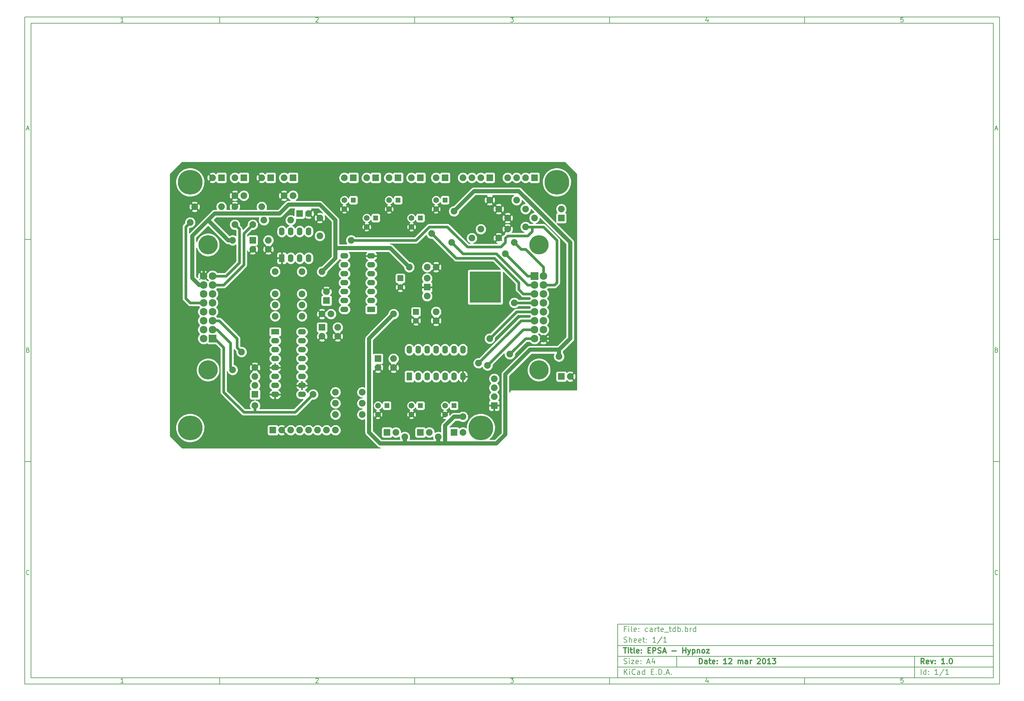
<source format=gtl>
G04 (created by PCBNEW-RS274X (2012-01-19 BZR 3256)-stable) date 12/03/2013 15:54:09*
G01*
G70*
G90*
%MOIN*%
G04 Gerber Fmt 3.4, Leading zero omitted, Abs format*
%FSLAX34Y34*%
G04 APERTURE LIST*
%ADD10C,0.006000*%
%ADD11C,0.012000*%
%ADD12C,0.075000*%
%ADD13R,0.075000X0.075000*%
%ADD14R,0.062000X0.090000*%
%ADD15O,0.062000X0.090000*%
%ADD16C,0.215000*%
%ADD17R,0.085000X0.085000*%
%ADD18C,0.085000*%
%ADD19R,0.055000X0.055000*%
%ADD20C,0.065000*%
%ADD21R,0.090000X0.062000*%
%ADD22O,0.090000X0.062000*%
%ADD23R,0.350000X0.350000*%
%ADD24C,0.275600*%
%ADD25R,0.065000X0.065000*%
%ADD26C,0.045000*%
%ADD27C,0.030000*%
%ADD28C,0.010000*%
G04 APERTURE END LIST*
G54D10*
X04000Y-04000D02*
X113000Y-04000D01*
X113000Y-78670D01*
X04000Y-78670D01*
X04000Y-04000D01*
X04700Y-04700D02*
X112300Y-04700D01*
X112300Y-77970D01*
X04700Y-77970D01*
X04700Y-04700D01*
X25800Y-04000D02*
X25800Y-04700D01*
X15043Y-04552D02*
X14757Y-04552D01*
X14900Y-04552D02*
X14900Y-04052D01*
X14852Y-04124D01*
X14805Y-04171D01*
X14757Y-04195D01*
X25800Y-78670D02*
X25800Y-77970D01*
X15043Y-78522D02*
X14757Y-78522D01*
X14900Y-78522D02*
X14900Y-78022D01*
X14852Y-78094D01*
X14805Y-78141D01*
X14757Y-78165D01*
X47600Y-04000D02*
X47600Y-04700D01*
X36557Y-04100D02*
X36581Y-04076D01*
X36629Y-04052D01*
X36748Y-04052D01*
X36795Y-04076D01*
X36819Y-04100D01*
X36843Y-04148D01*
X36843Y-04195D01*
X36819Y-04267D01*
X36533Y-04552D01*
X36843Y-04552D01*
X47600Y-78670D02*
X47600Y-77970D01*
X36557Y-78070D02*
X36581Y-78046D01*
X36629Y-78022D01*
X36748Y-78022D01*
X36795Y-78046D01*
X36819Y-78070D01*
X36843Y-78118D01*
X36843Y-78165D01*
X36819Y-78237D01*
X36533Y-78522D01*
X36843Y-78522D01*
X69400Y-04000D02*
X69400Y-04700D01*
X58333Y-04052D02*
X58643Y-04052D01*
X58476Y-04243D01*
X58548Y-04243D01*
X58595Y-04267D01*
X58619Y-04290D01*
X58643Y-04338D01*
X58643Y-04457D01*
X58619Y-04505D01*
X58595Y-04529D01*
X58548Y-04552D01*
X58405Y-04552D01*
X58357Y-04529D01*
X58333Y-04505D01*
X69400Y-78670D02*
X69400Y-77970D01*
X58333Y-78022D02*
X58643Y-78022D01*
X58476Y-78213D01*
X58548Y-78213D01*
X58595Y-78237D01*
X58619Y-78260D01*
X58643Y-78308D01*
X58643Y-78427D01*
X58619Y-78475D01*
X58595Y-78499D01*
X58548Y-78522D01*
X58405Y-78522D01*
X58357Y-78499D01*
X58333Y-78475D01*
X91200Y-04000D02*
X91200Y-04700D01*
X80395Y-04219D02*
X80395Y-04552D01*
X80276Y-04029D02*
X80157Y-04386D01*
X80467Y-04386D01*
X91200Y-78670D02*
X91200Y-77970D01*
X80395Y-78189D02*
X80395Y-78522D01*
X80276Y-77999D02*
X80157Y-78356D01*
X80467Y-78356D01*
X102219Y-04052D02*
X101981Y-04052D01*
X101957Y-04290D01*
X101981Y-04267D01*
X102029Y-04243D01*
X102148Y-04243D01*
X102195Y-04267D01*
X102219Y-04290D01*
X102243Y-04338D01*
X102243Y-04457D01*
X102219Y-04505D01*
X102195Y-04529D01*
X102148Y-04552D01*
X102029Y-04552D01*
X101981Y-04529D01*
X101957Y-04505D01*
X102219Y-78022D02*
X101981Y-78022D01*
X101957Y-78260D01*
X101981Y-78237D01*
X102029Y-78213D01*
X102148Y-78213D01*
X102195Y-78237D01*
X102219Y-78260D01*
X102243Y-78308D01*
X102243Y-78427D01*
X102219Y-78475D01*
X102195Y-78499D01*
X102148Y-78522D01*
X102029Y-78522D01*
X101981Y-78499D01*
X101957Y-78475D01*
X04000Y-28890D02*
X04700Y-28890D01*
X04231Y-16510D02*
X04469Y-16510D01*
X04184Y-16652D02*
X04350Y-16152D01*
X04517Y-16652D01*
X113000Y-28890D02*
X112300Y-28890D01*
X112531Y-16510D02*
X112769Y-16510D01*
X112484Y-16652D02*
X112650Y-16152D01*
X112817Y-16652D01*
X04000Y-53780D02*
X04700Y-53780D01*
X04386Y-41280D02*
X04457Y-41304D01*
X04481Y-41328D01*
X04505Y-41376D01*
X04505Y-41447D01*
X04481Y-41495D01*
X04457Y-41519D01*
X04410Y-41542D01*
X04219Y-41542D01*
X04219Y-41042D01*
X04386Y-41042D01*
X04433Y-41066D01*
X04457Y-41090D01*
X04481Y-41138D01*
X04481Y-41185D01*
X04457Y-41233D01*
X04433Y-41257D01*
X04386Y-41280D01*
X04219Y-41280D01*
X113000Y-53780D02*
X112300Y-53780D01*
X112686Y-41280D02*
X112757Y-41304D01*
X112781Y-41328D01*
X112805Y-41376D01*
X112805Y-41447D01*
X112781Y-41495D01*
X112757Y-41519D01*
X112710Y-41542D01*
X112519Y-41542D01*
X112519Y-41042D01*
X112686Y-41042D01*
X112733Y-41066D01*
X112757Y-41090D01*
X112781Y-41138D01*
X112781Y-41185D01*
X112757Y-41233D01*
X112733Y-41257D01*
X112686Y-41280D01*
X112519Y-41280D01*
X04505Y-66385D02*
X04481Y-66409D01*
X04410Y-66432D01*
X04362Y-66432D01*
X04290Y-66409D01*
X04243Y-66361D01*
X04219Y-66313D01*
X04195Y-66218D01*
X04195Y-66147D01*
X04219Y-66051D01*
X04243Y-66004D01*
X04290Y-65956D01*
X04362Y-65932D01*
X04410Y-65932D01*
X04481Y-65956D01*
X04505Y-65980D01*
X112805Y-66385D02*
X112781Y-66409D01*
X112710Y-66432D01*
X112662Y-66432D01*
X112590Y-66409D01*
X112543Y-66361D01*
X112519Y-66313D01*
X112495Y-66218D01*
X112495Y-66147D01*
X112519Y-66051D01*
X112543Y-66004D01*
X112590Y-65956D01*
X112662Y-65932D01*
X112710Y-65932D01*
X112781Y-65956D01*
X112805Y-65980D01*
G54D11*
X79443Y-76413D02*
X79443Y-75813D01*
X79586Y-75813D01*
X79671Y-75841D01*
X79729Y-75899D01*
X79757Y-75956D01*
X79786Y-76070D01*
X79786Y-76156D01*
X79757Y-76270D01*
X79729Y-76327D01*
X79671Y-76384D01*
X79586Y-76413D01*
X79443Y-76413D01*
X80300Y-76413D02*
X80300Y-76099D01*
X80271Y-76041D01*
X80214Y-76013D01*
X80100Y-76013D01*
X80043Y-76041D01*
X80300Y-76384D02*
X80243Y-76413D01*
X80100Y-76413D01*
X80043Y-76384D01*
X80014Y-76327D01*
X80014Y-76270D01*
X80043Y-76213D01*
X80100Y-76184D01*
X80243Y-76184D01*
X80300Y-76156D01*
X80500Y-76013D02*
X80729Y-76013D01*
X80586Y-75813D02*
X80586Y-76327D01*
X80614Y-76384D01*
X80672Y-76413D01*
X80729Y-76413D01*
X81157Y-76384D02*
X81100Y-76413D01*
X80986Y-76413D01*
X80929Y-76384D01*
X80900Y-76327D01*
X80900Y-76099D01*
X80929Y-76041D01*
X80986Y-76013D01*
X81100Y-76013D01*
X81157Y-76041D01*
X81186Y-76099D01*
X81186Y-76156D01*
X80900Y-76213D01*
X81443Y-76356D02*
X81471Y-76384D01*
X81443Y-76413D01*
X81414Y-76384D01*
X81443Y-76356D01*
X81443Y-76413D01*
X81443Y-76041D02*
X81471Y-76070D01*
X81443Y-76099D01*
X81414Y-76070D01*
X81443Y-76041D01*
X81443Y-76099D01*
X82500Y-76413D02*
X82157Y-76413D01*
X82329Y-76413D02*
X82329Y-75813D01*
X82272Y-75899D01*
X82214Y-75956D01*
X82157Y-75984D01*
X82728Y-75870D02*
X82757Y-75841D01*
X82814Y-75813D01*
X82957Y-75813D01*
X83014Y-75841D01*
X83043Y-75870D01*
X83071Y-75927D01*
X83071Y-75984D01*
X83043Y-76070D01*
X82700Y-76413D01*
X83071Y-76413D01*
X83785Y-76413D02*
X83785Y-76013D01*
X83785Y-76070D02*
X83813Y-76041D01*
X83871Y-76013D01*
X83956Y-76013D01*
X84013Y-76041D01*
X84042Y-76099D01*
X84042Y-76413D01*
X84042Y-76099D02*
X84071Y-76041D01*
X84128Y-76013D01*
X84213Y-76013D01*
X84271Y-76041D01*
X84299Y-76099D01*
X84299Y-76413D01*
X84842Y-76413D02*
X84842Y-76099D01*
X84813Y-76041D01*
X84756Y-76013D01*
X84642Y-76013D01*
X84585Y-76041D01*
X84842Y-76384D02*
X84785Y-76413D01*
X84642Y-76413D01*
X84585Y-76384D01*
X84556Y-76327D01*
X84556Y-76270D01*
X84585Y-76213D01*
X84642Y-76184D01*
X84785Y-76184D01*
X84842Y-76156D01*
X85128Y-76413D02*
X85128Y-76013D01*
X85128Y-76127D02*
X85156Y-76070D01*
X85185Y-76041D01*
X85242Y-76013D01*
X85299Y-76013D01*
X85927Y-75870D02*
X85956Y-75841D01*
X86013Y-75813D01*
X86156Y-75813D01*
X86213Y-75841D01*
X86242Y-75870D01*
X86270Y-75927D01*
X86270Y-75984D01*
X86242Y-76070D01*
X85899Y-76413D01*
X86270Y-76413D01*
X86641Y-75813D02*
X86698Y-75813D01*
X86755Y-75841D01*
X86784Y-75870D01*
X86813Y-75927D01*
X86841Y-76041D01*
X86841Y-76184D01*
X86813Y-76299D01*
X86784Y-76356D01*
X86755Y-76384D01*
X86698Y-76413D01*
X86641Y-76413D01*
X86584Y-76384D01*
X86555Y-76356D01*
X86527Y-76299D01*
X86498Y-76184D01*
X86498Y-76041D01*
X86527Y-75927D01*
X86555Y-75870D01*
X86584Y-75841D01*
X86641Y-75813D01*
X87412Y-76413D02*
X87069Y-76413D01*
X87241Y-76413D02*
X87241Y-75813D01*
X87184Y-75899D01*
X87126Y-75956D01*
X87069Y-75984D01*
X87612Y-75813D02*
X87983Y-75813D01*
X87783Y-76041D01*
X87869Y-76041D01*
X87926Y-76070D01*
X87955Y-76099D01*
X87983Y-76156D01*
X87983Y-76299D01*
X87955Y-76356D01*
X87926Y-76384D01*
X87869Y-76413D01*
X87697Y-76413D01*
X87640Y-76384D01*
X87612Y-76356D01*
G54D10*
X71043Y-77613D02*
X71043Y-77013D01*
X71386Y-77613D02*
X71129Y-77270D01*
X71386Y-77013D02*
X71043Y-77356D01*
X71643Y-77613D02*
X71643Y-77213D01*
X71643Y-77013D02*
X71614Y-77041D01*
X71643Y-77070D01*
X71671Y-77041D01*
X71643Y-77013D01*
X71643Y-77070D01*
X72272Y-77556D02*
X72243Y-77584D01*
X72157Y-77613D01*
X72100Y-77613D01*
X72015Y-77584D01*
X71957Y-77527D01*
X71929Y-77470D01*
X71900Y-77356D01*
X71900Y-77270D01*
X71929Y-77156D01*
X71957Y-77099D01*
X72015Y-77041D01*
X72100Y-77013D01*
X72157Y-77013D01*
X72243Y-77041D01*
X72272Y-77070D01*
X72786Y-77613D02*
X72786Y-77299D01*
X72757Y-77241D01*
X72700Y-77213D01*
X72586Y-77213D01*
X72529Y-77241D01*
X72786Y-77584D02*
X72729Y-77613D01*
X72586Y-77613D01*
X72529Y-77584D01*
X72500Y-77527D01*
X72500Y-77470D01*
X72529Y-77413D01*
X72586Y-77384D01*
X72729Y-77384D01*
X72786Y-77356D01*
X73329Y-77613D02*
X73329Y-77013D01*
X73329Y-77584D02*
X73272Y-77613D01*
X73158Y-77613D01*
X73100Y-77584D01*
X73072Y-77556D01*
X73043Y-77499D01*
X73043Y-77327D01*
X73072Y-77270D01*
X73100Y-77241D01*
X73158Y-77213D01*
X73272Y-77213D01*
X73329Y-77241D01*
X74072Y-77299D02*
X74272Y-77299D01*
X74358Y-77613D02*
X74072Y-77613D01*
X74072Y-77013D01*
X74358Y-77013D01*
X74615Y-77556D02*
X74643Y-77584D01*
X74615Y-77613D01*
X74586Y-77584D01*
X74615Y-77556D01*
X74615Y-77613D01*
X74901Y-77613D02*
X74901Y-77013D01*
X75044Y-77013D01*
X75129Y-77041D01*
X75187Y-77099D01*
X75215Y-77156D01*
X75244Y-77270D01*
X75244Y-77356D01*
X75215Y-77470D01*
X75187Y-77527D01*
X75129Y-77584D01*
X75044Y-77613D01*
X74901Y-77613D01*
X75501Y-77556D02*
X75529Y-77584D01*
X75501Y-77613D01*
X75472Y-77584D01*
X75501Y-77556D01*
X75501Y-77613D01*
X75758Y-77441D02*
X76044Y-77441D01*
X75701Y-77613D02*
X75901Y-77013D01*
X76101Y-77613D01*
X76301Y-77556D02*
X76329Y-77584D01*
X76301Y-77613D01*
X76272Y-77584D01*
X76301Y-77556D01*
X76301Y-77613D01*
G54D11*
X104586Y-76413D02*
X104386Y-76127D01*
X104243Y-76413D02*
X104243Y-75813D01*
X104471Y-75813D01*
X104529Y-75841D01*
X104557Y-75870D01*
X104586Y-75927D01*
X104586Y-76013D01*
X104557Y-76070D01*
X104529Y-76099D01*
X104471Y-76127D01*
X104243Y-76127D01*
X105071Y-76384D02*
X105014Y-76413D01*
X104900Y-76413D01*
X104843Y-76384D01*
X104814Y-76327D01*
X104814Y-76099D01*
X104843Y-76041D01*
X104900Y-76013D01*
X105014Y-76013D01*
X105071Y-76041D01*
X105100Y-76099D01*
X105100Y-76156D01*
X104814Y-76213D01*
X105300Y-76013D02*
X105443Y-76413D01*
X105585Y-76013D01*
X105814Y-76356D02*
X105842Y-76384D01*
X105814Y-76413D01*
X105785Y-76384D01*
X105814Y-76356D01*
X105814Y-76413D01*
X105814Y-76041D02*
X105842Y-76070D01*
X105814Y-76099D01*
X105785Y-76070D01*
X105814Y-76041D01*
X105814Y-76099D01*
X106871Y-76413D02*
X106528Y-76413D01*
X106700Y-76413D02*
X106700Y-75813D01*
X106643Y-75899D01*
X106585Y-75956D01*
X106528Y-75984D01*
X107128Y-76356D02*
X107156Y-76384D01*
X107128Y-76413D01*
X107099Y-76384D01*
X107128Y-76356D01*
X107128Y-76413D01*
X107528Y-75813D02*
X107585Y-75813D01*
X107642Y-75841D01*
X107671Y-75870D01*
X107700Y-75927D01*
X107728Y-76041D01*
X107728Y-76184D01*
X107700Y-76299D01*
X107671Y-76356D01*
X107642Y-76384D01*
X107585Y-76413D01*
X107528Y-76413D01*
X107471Y-76384D01*
X107442Y-76356D01*
X107414Y-76299D01*
X107385Y-76184D01*
X107385Y-76041D01*
X107414Y-75927D01*
X107442Y-75870D01*
X107471Y-75841D01*
X107528Y-75813D01*
G54D10*
X71014Y-76384D02*
X71100Y-76413D01*
X71243Y-76413D01*
X71300Y-76384D01*
X71329Y-76356D01*
X71357Y-76299D01*
X71357Y-76241D01*
X71329Y-76184D01*
X71300Y-76156D01*
X71243Y-76127D01*
X71129Y-76099D01*
X71071Y-76070D01*
X71043Y-76041D01*
X71014Y-75984D01*
X71014Y-75927D01*
X71043Y-75870D01*
X71071Y-75841D01*
X71129Y-75813D01*
X71271Y-75813D01*
X71357Y-75841D01*
X71614Y-76413D02*
X71614Y-76013D01*
X71614Y-75813D02*
X71585Y-75841D01*
X71614Y-75870D01*
X71642Y-75841D01*
X71614Y-75813D01*
X71614Y-75870D01*
X71843Y-76013D02*
X72157Y-76013D01*
X71843Y-76413D01*
X72157Y-76413D01*
X72614Y-76384D02*
X72557Y-76413D01*
X72443Y-76413D01*
X72386Y-76384D01*
X72357Y-76327D01*
X72357Y-76099D01*
X72386Y-76041D01*
X72443Y-76013D01*
X72557Y-76013D01*
X72614Y-76041D01*
X72643Y-76099D01*
X72643Y-76156D01*
X72357Y-76213D01*
X72900Y-76356D02*
X72928Y-76384D01*
X72900Y-76413D01*
X72871Y-76384D01*
X72900Y-76356D01*
X72900Y-76413D01*
X72900Y-76041D02*
X72928Y-76070D01*
X72900Y-76099D01*
X72871Y-76070D01*
X72900Y-76041D01*
X72900Y-76099D01*
X73614Y-76241D02*
X73900Y-76241D01*
X73557Y-76413D02*
X73757Y-75813D01*
X73957Y-76413D01*
X74414Y-76013D02*
X74414Y-76413D01*
X74271Y-75784D02*
X74128Y-76213D01*
X74500Y-76213D01*
X104243Y-77613D02*
X104243Y-77013D01*
X104786Y-77613D02*
X104786Y-77013D01*
X104786Y-77584D02*
X104729Y-77613D01*
X104615Y-77613D01*
X104557Y-77584D01*
X104529Y-77556D01*
X104500Y-77499D01*
X104500Y-77327D01*
X104529Y-77270D01*
X104557Y-77241D01*
X104615Y-77213D01*
X104729Y-77213D01*
X104786Y-77241D01*
X105072Y-77556D02*
X105100Y-77584D01*
X105072Y-77613D01*
X105043Y-77584D01*
X105072Y-77556D01*
X105072Y-77613D01*
X105072Y-77241D02*
X105100Y-77270D01*
X105072Y-77299D01*
X105043Y-77270D01*
X105072Y-77241D01*
X105072Y-77299D01*
X106129Y-77613D02*
X105786Y-77613D01*
X105958Y-77613D02*
X105958Y-77013D01*
X105901Y-77099D01*
X105843Y-77156D01*
X105786Y-77184D01*
X106814Y-76984D02*
X106300Y-77756D01*
X107329Y-77613D02*
X106986Y-77613D01*
X107158Y-77613D02*
X107158Y-77013D01*
X107101Y-77099D01*
X107043Y-77156D01*
X106986Y-77184D01*
G54D11*
X70957Y-74613D02*
X71300Y-74613D01*
X71129Y-75213D02*
X71129Y-74613D01*
X71500Y-75213D02*
X71500Y-74813D01*
X71500Y-74613D02*
X71471Y-74641D01*
X71500Y-74670D01*
X71528Y-74641D01*
X71500Y-74613D01*
X71500Y-74670D01*
X71700Y-74813D02*
X71929Y-74813D01*
X71786Y-74613D02*
X71786Y-75127D01*
X71814Y-75184D01*
X71872Y-75213D01*
X71929Y-75213D01*
X72215Y-75213D02*
X72157Y-75184D01*
X72129Y-75127D01*
X72129Y-74613D01*
X72671Y-75184D02*
X72614Y-75213D01*
X72500Y-75213D01*
X72443Y-75184D01*
X72414Y-75127D01*
X72414Y-74899D01*
X72443Y-74841D01*
X72500Y-74813D01*
X72614Y-74813D01*
X72671Y-74841D01*
X72700Y-74899D01*
X72700Y-74956D01*
X72414Y-75013D01*
X72957Y-75156D02*
X72985Y-75184D01*
X72957Y-75213D01*
X72928Y-75184D01*
X72957Y-75156D01*
X72957Y-75213D01*
X72957Y-74841D02*
X72985Y-74870D01*
X72957Y-74899D01*
X72928Y-74870D01*
X72957Y-74841D01*
X72957Y-74899D01*
X73700Y-74899D02*
X73900Y-74899D01*
X73986Y-75213D02*
X73700Y-75213D01*
X73700Y-74613D01*
X73986Y-74613D01*
X74243Y-75213D02*
X74243Y-74613D01*
X74471Y-74613D01*
X74529Y-74641D01*
X74557Y-74670D01*
X74586Y-74727D01*
X74586Y-74813D01*
X74557Y-74870D01*
X74529Y-74899D01*
X74471Y-74927D01*
X74243Y-74927D01*
X74814Y-75184D02*
X74900Y-75213D01*
X75043Y-75213D01*
X75100Y-75184D01*
X75129Y-75156D01*
X75157Y-75099D01*
X75157Y-75041D01*
X75129Y-74984D01*
X75100Y-74956D01*
X75043Y-74927D01*
X74929Y-74899D01*
X74871Y-74870D01*
X74843Y-74841D01*
X74814Y-74784D01*
X74814Y-74727D01*
X74843Y-74670D01*
X74871Y-74641D01*
X74929Y-74613D01*
X75071Y-74613D01*
X75157Y-74641D01*
X75385Y-75041D02*
X75671Y-75041D01*
X75328Y-75213D02*
X75528Y-74613D01*
X75728Y-75213D01*
X76385Y-74984D02*
X76842Y-74984D01*
X77585Y-75213D02*
X77585Y-74613D01*
X77585Y-74899D02*
X77928Y-74899D01*
X77928Y-75213D02*
X77928Y-74613D01*
X78157Y-74813D02*
X78300Y-75213D01*
X78442Y-74813D02*
X78300Y-75213D01*
X78242Y-75356D01*
X78214Y-75384D01*
X78157Y-75413D01*
X78671Y-74813D02*
X78671Y-75413D01*
X78671Y-74841D02*
X78728Y-74813D01*
X78842Y-74813D01*
X78899Y-74841D01*
X78928Y-74870D01*
X78957Y-74927D01*
X78957Y-75099D01*
X78928Y-75156D01*
X78899Y-75184D01*
X78842Y-75213D01*
X78728Y-75213D01*
X78671Y-75184D01*
X79214Y-74813D02*
X79214Y-75213D01*
X79214Y-74870D02*
X79242Y-74841D01*
X79300Y-74813D01*
X79385Y-74813D01*
X79442Y-74841D01*
X79471Y-74899D01*
X79471Y-75213D01*
X79843Y-75213D02*
X79785Y-75184D01*
X79757Y-75156D01*
X79728Y-75099D01*
X79728Y-74927D01*
X79757Y-74870D01*
X79785Y-74841D01*
X79843Y-74813D01*
X79928Y-74813D01*
X79985Y-74841D01*
X80014Y-74870D01*
X80043Y-74927D01*
X80043Y-75099D01*
X80014Y-75156D01*
X79985Y-75184D01*
X79928Y-75213D01*
X79843Y-75213D01*
X80243Y-74813D02*
X80557Y-74813D01*
X80243Y-75213D01*
X80557Y-75213D01*
G54D10*
X71243Y-72499D02*
X71043Y-72499D01*
X71043Y-72813D02*
X71043Y-72213D01*
X71329Y-72213D01*
X71557Y-72813D02*
X71557Y-72413D01*
X71557Y-72213D02*
X71528Y-72241D01*
X71557Y-72270D01*
X71585Y-72241D01*
X71557Y-72213D01*
X71557Y-72270D01*
X71929Y-72813D02*
X71871Y-72784D01*
X71843Y-72727D01*
X71843Y-72213D01*
X72385Y-72784D02*
X72328Y-72813D01*
X72214Y-72813D01*
X72157Y-72784D01*
X72128Y-72727D01*
X72128Y-72499D01*
X72157Y-72441D01*
X72214Y-72413D01*
X72328Y-72413D01*
X72385Y-72441D01*
X72414Y-72499D01*
X72414Y-72556D01*
X72128Y-72613D01*
X72671Y-72756D02*
X72699Y-72784D01*
X72671Y-72813D01*
X72642Y-72784D01*
X72671Y-72756D01*
X72671Y-72813D01*
X72671Y-72441D02*
X72699Y-72470D01*
X72671Y-72499D01*
X72642Y-72470D01*
X72671Y-72441D01*
X72671Y-72499D01*
X73671Y-72784D02*
X73614Y-72813D01*
X73500Y-72813D01*
X73442Y-72784D01*
X73414Y-72756D01*
X73385Y-72699D01*
X73385Y-72527D01*
X73414Y-72470D01*
X73442Y-72441D01*
X73500Y-72413D01*
X73614Y-72413D01*
X73671Y-72441D01*
X74185Y-72813D02*
X74185Y-72499D01*
X74156Y-72441D01*
X74099Y-72413D01*
X73985Y-72413D01*
X73928Y-72441D01*
X74185Y-72784D02*
X74128Y-72813D01*
X73985Y-72813D01*
X73928Y-72784D01*
X73899Y-72727D01*
X73899Y-72670D01*
X73928Y-72613D01*
X73985Y-72584D01*
X74128Y-72584D01*
X74185Y-72556D01*
X74471Y-72813D02*
X74471Y-72413D01*
X74471Y-72527D02*
X74499Y-72470D01*
X74528Y-72441D01*
X74585Y-72413D01*
X74642Y-72413D01*
X74756Y-72413D02*
X74985Y-72413D01*
X74842Y-72213D02*
X74842Y-72727D01*
X74870Y-72784D01*
X74928Y-72813D01*
X74985Y-72813D01*
X75413Y-72784D02*
X75356Y-72813D01*
X75242Y-72813D01*
X75185Y-72784D01*
X75156Y-72727D01*
X75156Y-72499D01*
X75185Y-72441D01*
X75242Y-72413D01*
X75356Y-72413D01*
X75413Y-72441D01*
X75442Y-72499D01*
X75442Y-72556D01*
X75156Y-72613D01*
X75556Y-72870D02*
X76013Y-72870D01*
X76070Y-72413D02*
X76299Y-72413D01*
X76156Y-72213D02*
X76156Y-72727D01*
X76184Y-72784D01*
X76242Y-72813D01*
X76299Y-72813D01*
X76756Y-72813D02*
X76756Y-72213D01*
X76756Y-72784D02*
X76699Y-72813D01*
X76585Y-72813D01*
X76527Y-72784D01*
X76499Y-72756D01*
X76470Y-72699D01*
X76470Y-72527D01*
X76499Y-72470D01*
X76527Y-72441D01*
X76585Y-72413D01*
X76699Y-72413D01*
X76756Y-72441D01*
X77042Y-72813D02*
X77042Y-72213D01*
X77042Y-72441D02*
X77099Y-72413D01*
X77213Y-72413D01*
X77270Y-72441D01*
X77299Y-72470D01*
X77328Y-72527D01*
X77328Y-72699D01*
X77299Y-72756D01*
X77270Y-72784D01*
X77213Y-72813D01*
X77099Y-72813D01*
X77042Y-72784D01*
X77585Y-72756D02*
X77613Y-72784D01*
X77585Y-72813D01*
X77556Y-72784D01*
X77585Y-72756D01*
X77585Y-72813D01*
X77871Y-72813D02*
X77871Y-72213D01*
X77871Y-72441D02*
X77928Y-72413D01*
X78042Y-72413D01*
X78099Y-72441D01*
X78128Y-72470D01*
X78157Y-72527D01*
X78157Y-72699D01*
X78128Y-72756D01*
X78099Y-72784D01*
X78042Y-72813D01*
X77928Y-72813D01*
X77871Y-72784D01*
X78414Y-72813D02*
X78414Y-72413D01*
X78414Y-72527D02*
X78442Y-72470D01*
X78471Y-72441D01*
X78528Y-72413D01*
X78585Y-72413D01*
X79042Y-72813D02*
X79042Y-72213D01*
X79042Y-72784D02*
X78985Y-72813D01*
X78871Y-72813D01*
X78813Y-72784D01*
X78785Y-72756D01*
X78756Y-72699D01*
X78756Y-72527D01*
X78785Y-72470D01*
X78813Y-72441D01*
X78871Y-72413D01*
X78985Y-72413D01*
X79042Y-72441D01*
X71014Y-73984D02*
X71100Y-74013D01*
X71243Y-74013D01*
X71300Y-73984D01*
X71329Y-73956D01*
X71357Y-73899D01*
X71357Y-73841D01*
X71329Y-73784D01*
X71300Y-73756D01*
X71243Y-73727D01*
X71129Y-73699D01*
X71071Y-73670D01*
X71043Y-73641D01*
X71014Y-73584D01*
X71014Y-73527D01*
X71043Y-73470D01*
X71071Y-73441D01*
X71129Y-73413D01*
X71271Y-73413D01*
X71357Y-73441D01*
X71614Y-74013D02*
X71614Y-73413D01*
X71871Y-74013D02*
X71871Y-73699D01*
X71842Y-73641D01*
X71785Y-73613D01*
X71700Y-73613D01*
X71642Y-73641D01*
X71614Y-73670D01*
X72385Y-73984D02*
X72328Y-74013D01*
X72214Y-74013D01*
X72157Y-73984D01*
X72128Y-73927D01*
X72128Y-73699D01*
X72157Y-73641D01*
X72214Y-73613D01*
X72328Y-73613D01*
X72385Y-73641D01*
X72414Y-73699D01*
X72414Y-73756D01*
X72128Y-73813D01*
X72899Y-73984D02*
X72842Y-74013D01*
X72728Y-74013D01*
X72671Y-73984D01*
X72642Y-73927D01*
X72642Y-73699D01*
X72671Y-73641D01*
X72728Y-73613D01*
X72842Y-73613D01*
X72899Y-73641D01*
X72928Y-73699D01*
X72928Y-73756D01*
X72642Y-73813D01*
X73099Y-73613D02*
X73328Y-73613D01*
X73185Y-73413D02*
X73185Y-73927D01*
X73213Y-73984D01*
X73271Y-74013D01*
X73328Y-74013D01*
X73528Y-73956D02*
X73556Y-73984D01*
X73528Y-74013D01*
X73499Y-73984D01*
X73528Y-73956D01*
X73528Y-74013D01*
X73528Y-73641D02*
X73556Y-73670D01*
X73528Y-73699D01*
X73499Y-73670D01*
X73528Y-73641D01*
X73528Y-73699D01*
X74585Y-74013D02*
X74242Y-74013D01*
X74414Y-74013D02*
X74414Y-73413D01*
X74357Y-73499D01*
X74299Y-73556D01*
X74242Y-73584D01*
X75270Y-73384D02*
X74756Y-74156D01*
X75785Y-74013D02*
X75442Y-74013D01*
X75614Y-74013D02*
X75614Y-73413D01*
X75557Y-73499D01*
X75499Y-73556D01*
X75442Y-73584D01*
X70300Y-71970D02*
X70300Y-77970D01*
X70300Y-71970D02*
X112300Y-71970D01*
X70300Y-71970D02*
X112300Y-71970D01*
X70300Y-74370D02*
X112300Y-74370D01*
X103500Y-75570D02*
X103500Y-77970D01*
X70300Y-76770D02*
X112300Y-76770D01*
X70300Y-75570D02*
X112300Y-75570D01*
X76900Y-75570D02*
X76900Y-76770D01*
G54D11*
X24687Y-49998D02*
X24658Y-50036D01*
X24572Y-50074D01*
X24515Y-50074D01*
X24430Y-50036D01*
X24372Y-49960D01*
X24344Y-49883D01*
X24315Y-49731D01*
X24315Y-49617D01*
X24344Y-49464D01*
X24372Y-49388D01*
X24430Y-49312D01*
X24515Y-49274D01*
X24572Y-49274D01*
X24658Y-49312D01*
X24687Y-49350D01*
X25201Y-50074D02*
X25201Y-49655D01*
X25172Y-49579D01*
X25115Y-49540D01*
X25001Y-49540D01*
X24944Y-49579D01*
X25201Y-50036D02*
X25144Y-50074D01*
X25001Y-50074D01*
X24944Y-50036D01*
X24915Y-49960D01*
X24915Y-49883D01*
X24944Y-49807D01*
X25001Y-49769D01*
X25144Y-49769D01*
X25201Y-49731D01*
X25487Y-50074D02*
X25487Y-49540D01*
X25487Y-49693D02*
X25515Y-49617D01*
X25544Y-49579D01*
X25601Y-49540D01*
X25658Y-49540D01*
X25772Y-49540D02*
X26001Y-49540D01*
X25858Y-49274D02*
X25858Y-49960D01*
X25886Y-50036D01*
X25944Y-50074D01*
X26001Y-50074D01*
X26429Y-50036D02*
X26372Y-50074D01*
X26258Y-50074D01*
X26201Y-50036D01*
X26172Y-49960D01*
X26172Y-49655D01*
X26201Y-49579D01*
X26258Y-49540D01*
X26372Y-49540D01*
X26429Y-49579D01*
X26458Y-49655D01*
X26458Y-49731D01*
X26172Y-49807D01*
X27086Y-49540D02*
X27315Y-49540D01*
X27172Y-49274D02*
X27172Y-49960D01*
X27200Y-50036D01*
X27258Y-50074D01*
X27315Y-50074D01*
X27772Y-50074D02*
X27772Y-49274D01*
X27772Y-50036D02*
X27715Y-50074D01*
X27601Y-50074D01*
X27543Y-50036D01*
X27515Y-49998D01*
X27486Y-49921D01*
X27486Y-49693D01*
X27515Y-49617D01*
X27543Y-49579D01*
X27601Y-49540D01*
X27715Y-49540D01*
X27772Y-49579D01*
X28058Y-50074D02*
X28058Y-49274D01*
X28058Y-49579D02*
X28115Y-49540D01*
X28229Y-49540D01*
X28286Y-49579D01*
X28315Y-49617D01*
X28344Y-49693D01*
X28344Y-49921D01*
X28315Y-49998D01*
X28286Y-50036D01*
X28229Y-50074D01*
X28115Y-50074D01*
X28058Y-50036D01*
X29001Y-49540D02*
X29144Y-50074D01*
X29286Y-49540D01*
X29829Y-50074D02*
X29486Y-50074D01*
X29658Y-50074D02*
X29658Y-49274D01*
X29601Y-49388D01*
X29543Y-49464D01*
X29486Y-49502D01*
X30086Y-49998D02*
X30114Y-50036D01*
X30086Y-50074D01*
X30057Y-50036D01*
X30086Y-49998D01*
X30086Y-50074D01*
X30486Y-49274D02*
X30543Y-49274D01*
X30600Y-49312D01*
X30629Y-49350D01*
X30658Y-49426D01*
X30686Y-49579D01*
X30686Y-49769D01*
X30658Y-49921D01*
X30629Y-49998D01*
X30600Y-50036D01*
X30543Y-50074D01*
X30486Y-50074D01*
X30429Y-50036D01*
X30400Y-49998D01*
X30372Y-49921D01*
X30343Y-49769D01*
X30343Y-49579D01*
X30372Y-49426D01*
X30400Y-49350D01*
X30429Y-49312D01*
X30486Y-49274D01*
X24100Y-50895D02*
X24300Y-50895D01*
X24386Y-51314D02*
X24100Y-51314D01*
X24100Y-50514D01*
X24386Y-50514D01*
X24643Y-51314D02*
X24643Y-50514D01*
X24871Y-50514D01*
X24929Y-50552D01*
X24957Y-50590D01*
X24986Y-50666D01*
X24986Y-50780D01*
X24957Y-50857D01*
X24929Y-50895D01*
X24871Y-50933D01*
X24643Y-50933D01*
X25214Y-51276D02*
X25300Y-51314D01*
X25443Y-51314D01*
X25500Y-51276D01*
X25529Y-51238D01*
X25557Y-51161D01*
X25557Y-51085D01*
X25529Y-51009D01*
X25500Y-50971D01*
X25443Y-50933D01*
X25329Y-50895D01*
X25271Y-50857D01*
X25243Y-50819D01*
X25214Y-50742D01*
X25214Y-50666D01*
X25243Y-50590D01*
X25271Y-50552D01*
X25329Y-50514D01*
X25471Y-50514D01*
X25557Y-50552D01*
X25785Y-51085D02*
X26071Y-51085D01*
X25728Y-51314D02*
X25928Y-50514D01*
X26128Y-51314D01*
X26785Y-51009D02*
X27242Y-51009D01*
X27985Y-51314D02*
X27985Y-50514D01*
X27985Y-50895D02*
X28328Y-50895D01*
X28328Y-51314D02*
X28328Y-50514D01*
X28557Y-50780D02*
X28700Y-51314D01*
X28842Y-50780D02*
X28700Y-51314D01*
X28642Y-51504D01*
X28614Y-51542D01*
X28557Y-51580D01*
X29071Y-50780D02*
X29071Y-51580D01*
X29071Y-50819D02*
X29128Y-50780D01*
X29242Y-50780D01*
X29299Y-50819D01*
X29328Y-50857D01*
X29357Y-50933D01*
X29357Y-51161D01*
X29328Y-51238D01*
X29299Y-51276D01*
X29242Y-51314D01*
X29128Y-51314D01*
X29071Y-51276D01*
X29614Y-50780D02*
X29614Y-51314D01*
X29614Y-50857D02*
X29642Y-50819D01*
X29700Y-50780D01*
X29785Y-50780D01*
X29842Y-50819D01*
X29871Y-50895D01*
X29871Y-51314D01*
X30243Y-51314D02*
X30185Y-51276D01*
X30157Y-51238D01*
X30128Y-51161D01*
X30128Y-50933D01*
X30157Y-50857D01*
X30185Y-50819D01*
X30243Y-50780D01*
X30328Y-50780D01*
X30385Y-50819D01*
X30414Y-50857D01*
X30443Y-50933D01*
X30443Y-51161D01*
X30414Y-51238D01*
X30385Y-51276D01*
X30328Y-51314D01*
X30243Y-51314D01*
X30643Y-50780D02*
X30957Y-50780D01*
X30643Y-51314D01*
X30957Y-51314D01*
G54D12*
X27500Y-24000D03*
X28500Y-24000D03*
X45250Y-43250D03*
X45250Y-42250D03*
X37250Y-37250D03*
X38250Y-37250D03*
G54D13*
X43500Y-42250D03*
G54D12*
X43500Y-43250D03*
G54D13*
X37250Y-38750D03*
G54D12*
X37250Y-39750D03*
G54D14*
X47000Y-44250D03*
G54D15*
X48000Y-44250D03*
X49000Y-44250D03*
X50000Y-44250D03*
X51000Y-44250D03*
X52000Y-44250D03*
X53000Y-44250D03*
X53000Y-41250D03*
X52000Y-41250D03*
X51000Y-41250D03*
X50000Y-41250D03*
X49000Y-41250D03*
X48000Y-41250D03*
X47000Y-41250D03*
G54D16*
X24500Y-43500D03*
X24500Y-29500D03*
G54D17*
X25000Y-40000D03*
G54D18*
X24000Y-40000D03*
X25000Y-39000D03*
X24000Y-39000D03*
X25000Y-38000D03*
X24000Y-38000D03*
X25000Y-37000D03*
X24000Y-37000D03*
X25000Y-36000D03*
X24000Y-36000D03*
X25000Y-35000D03*
X24000Y-35000D03*
X25000Y-34000D03*
X24000Y-34000D03*
X25000Y-33000D03*
X24000Y-33000D03*
G54D16*
X61500Y-29500D03*
X61500Y-43500D03*
G54D17*
X61000Y-33000D03*
G54D18*
X62000Y-33000D03*
X61000Y-34000D03*
X62000Y-34000D03*
X61000Y-35000D03*
X62000Y-35000D03*
X61000Y-36000D03*
X62000Y-36000D03*
X61000Y-37000D03*
X62000Y-37000D03*
X61000Y-38000D03*
X62000Y-38000D03*
X61000Y-39000D03*
X62000Y-39000D03*
X61000Y-40000D03*
X62000Y-40000D03*
G54D13*
X44500Y-50500D03*
G54D12*
X45500Y-50500D03*
G54D13*
X52000Y-50500D03*
G54D12*
X53000Y-50500D03*
G54D13*
X43250Y-22000D03*
G54D12*
X42250Y-22000D03*
G54D13*
X34000Y-22000D03*
G54D12*
X33000Y-22000D03*
G54D13*
X45750Y-22000D03*
G54D12*
X44750Y-22000D03*
G54D13*
X40750Y-22000D03*
G54D12*
X39750Y-22000D03*
G54D13*
X26000Y-22000D03*
G54D12*
X25000Y-22000D03*
G54D13*
X28500Y-22000D03*
G54D12*
X27500Y-22000D03*
G54D13*
X64000Y-26500D03*
G54D12*
X64000Y-25500D03*
X58000Y-22000D03*
X59000Y-22000D03*
G54D13*
X61000Y-22000D03*
G54D12*
X60000Y-22000D03*
X58000Y-27750D03*
X55000Y-27750D03*
X35000Y-35000D03*
X32000Y-35000D03*
X56000Y-24500D03*
X59000Y-24500D03*
X57000Y-25500D03*
X60000Y-25500D03*
X35000Y-37500D03*
X32000Y-37500D03*
X41750Y-46000D03*
X38750Y-46000D03*
X41750Y-47250D03*
X38750Y-47250D03*
X57000Y-28750D03*
X54000Y-28750D03*
X41750Y-48500D03*
X38750Y-48500D03*
X30500Y-25250D03*
X27500Y-25250D03*
X26000Y-25250D03*
X23000Y-25250D03*
X58000Y-26500D03*
X61000Y-26500D03*
X35000Y-36250D03*
X32000Y-36250D03*
X33000Y-24000D03*
X34000Y-24000D03*
X53000Y-22000D03*
X54000Y-22000D03*
G54D13*
X56000Y-22000D03*
G54D12*
X55000Y-22000D03*
X56500Y-44500D03*
X56500Y-45500D03*
G54D13*
X56500Y-47500D03*
G54D12*
X56500Y-46500D03*
G54D13*
X31500Y-22000D03*
G54D12*
X30500Y-22000D03*
G54D13*
X48250Y-22000D03*
G54D12*
X47250Y-22000D03*
X36750Y-50250D03*
X35750Y-50250D03*
X37750Y-50250D03*
X38750Y-50250D03*
X34750Y-50250D03*
X33750Y-50250D03*
G54D13*
X31750Y-50250D03*
G54D12*
X32750Y-50250D03*
G54D13*
X51000Y-22000D03*
G54D12*
X50000Y-22000D03*
G54D13*
X48250Y-50500D03*
G54D12*
X49250Y-50500D03*
G54D19*
X43250Y-26500D03*
G54D20*
X42250Y-26500D03*
X42250Y-27500D03*
G54D19*
X40750Y-24500D03*
G54D20*
X39750Y-24500D03*
X39750Y-25500D03*
G54D19*
X45750Y-24500D03*
G54D20*
X44750Y-24500D03*
X44750Y-25500D03*
G54D19*
X48250Y-26500D03*
G54D20*
X47250Y-26500D03*
X47250Y-27500D03*
G54D19*
X44500Y-47500D03*
G54D20*
X43500Y-47500D03*
X43500Y-48500D03*
G54D19*
X52000Y-47500D03*
G54D20*
X51000Y-47500D03*
X51000Y-48500D03*
G54D19*
X51000Y-24500D03*
G54D20*
X50000Y-24500D03*
X50000Y-25500D03*
G54D19*
X48250Y-47500D03*
G54D20*
X47250Y-47500D03*
X47250Y-48500D03*
G54D21*
X42750Y-36750D03*
G54D22*
X42750Y-35750D03*
X42750Y-34750D03*
X42750Y-33750D03*
X42750Y-32750D03*
X42750Y-31750D03*
X42750Y-30750D03*
X39750Y-30750D03*
X39750Y-31750D03*
X39750Y-32750D03*
X39750Y-33750D03*
X39750Y-34750D03*
X39750Y-35750D03*
X39750Y-36750D03*
G54D21*
X32000Y-39250D03*
G54D22*
X32000Y-40250D03*
X32000Y-41250D03*
X32000Y-42250D03*
X32000Y-43250D03*
X32000Y-44250D03*
X32000Y-45250D03*
X32000Y-46250D03*
X35000Y-46250D03*
X35000Y-45250D03*
X35000Y-44250D03*
X35000Y-43250D03*
X35000Y-42250D03*
X35000Y-41250D03*
X35000Y-40250D03*
X35000Y-39250D03*
G54D12*
X39000Y-39750D03*
X39000Y-38750D03*
X31250Y-30000D03*
X31250Y-29000D03*
G54D13*
X29500Y-29000D03*
G54D12*
X29500Y-30000D03*
G54D13*
X34750Y-26000D03*
G54D12*
X35750Y-26000D03*
G54D13*
X37750Y-35750D03*
G54D12*
X37750Y-34750D03*
G54D14*
X32750Y-31000D03*
G54D15*
X33750Y-31000D03*
X34750Y-31000D03*
X35750Y-31000D03*
X35750Y-28000D03*
X34750Y-28000D03*
X33750Y-28000D03*
X32750Y-28000D03*
G54D12*
X30750Y-26750D03*
X33750Y-26750D03*
X35000Y-32500D03*
X32000Y-32500D03*
X50000Y-38000D03*
X50000Y-37000D03*
X50000Y-32000D03*
X49000Y-32000D03*
G54D23*
X55500Y-34250D03*
G54D12*
X49000Y-33250D03*
G54D13*
X49000Y-34250D03*
G54D12*
X49000Y-35250D03*
G54D13*
X64000Y-44250D03*
G54D12*
X65000Y-44250D03*
G54D24*
X22500Y-50000D03*
X22500Y-22500D03*
X63500Y-22500D03*
X55000Y-50000D03*
G54D12*
X37000Y-28500D03*
X37000Y-26500D03*
X29750Y-43250D03*
X29750Y-44250D03*
G54D13*
X29750Y-46250D03*
G54D12*
X29750Y-45250D03*
G54D25*
X46000Y-33250D03*
G54D20*
X46000Y-34250D03*
G54D25*
X47750Y-37000D03*
G54D20*
X47750Y-38000D03*
G54D12*
X47000Y-32000D03*
X27250Y-29000D03*
X37250Y-32500D03*
X45250Y-37250D03*
X53000Y-48750D03*
X46500Y-51000D03*
X50250Y-51000D03*
X52000Y-25750D03*
X63750Y-42000D03*
X29500Y-27250D03*
X22500Y-27000D03*
X60000Y-27500D03*
X40500Y-29000D03*
X58750Y-29250D03*
X57750Y-30500D03*
X36250Y-46250D03*
X29750Y-47500D03*
X27250Y-43500D03*
X28250Y-41500D03*
X56000Y-40000D03*
X55750Y-43000D03*
X54750Y-42750D03*
X51750Y-29250D03*
X49500Y-28250D03*
X58750Y-36000D03*
X51000Y-26000D03*
X43250Y-28000D03*
X56000Y-26250D03*
X45250Y-27250D03*
X27250Y-31000D03*
X40000Y-27250D03*
X54000Y-44500D03*
X63750Y-39000D03*
X54000Y-47500D03*
X37500Y-45250D03*
X41000Y-41750D03*
X36500Y-23500D03*
X58250Y-41750D03*
X27500Y-27250D03*
G54D26*
X24000Y-34000D02*
X23500Y-34000D01*
X24500Y-26750D02*
X25250Y-26000D01*
X25250Y-26000D02*
X32500Y-26000D01*
X32500Y-26000D02*
X33500Y-25000D01*
X33500Y-25000D02*
X37000Y-25000D01*
X37000Y-25000D02*
X38750Y-26750D01*
X23500Y-34000D02*
X22750Y-33250D01*
X27250Y-29000D02*
X26750Y-29000D01*
X38750Y-30000D02*
X38750Y-26750D01*
X44875Y-29875D02*
X47000Y-32000D01*
X26750Y-29000D02*
X24500Y-26750D01*
X44875Y-29875D02*
X38750Y-29875D01*
X38750Y-29875D02*
X38750Y-30000D01*
X38750Y-30000D02*
X38750Y-31000D01*
X37250Y-32500D02*
X38750Y-31000D01*
X22750Y-28500D02*
X24500Y-26750D01*
X22750Y-33250D02*
X22750Y-28500D01*
X51000Y-51750D02*
X50250Y-51750D01*
X59250Y-23500D02*
X54250Y-23500D01*
X57750Y-50750D02*
X56750Y-51750D01*
X63750Y-41250D02*
X65000Y-40000D01*
X50250Y-51750D02*
X46500Y-51750D01*
X56750Y-51750D02*
X51000Y-51750D01*
X65000Y-29250D02*
X59250Y-23500D01*
X45250Y-37250D02*
X42500Y-40000D01*
X57750Y-44000D02*
X57750Y-50750D01*
X54250Y-23500D02*
X52000Y-25750D01*
X65000Y-40000D02*
X65000Y-29250D01*
X53000Y-48750D02*
X52000Y-48750D01*
X42500Y-40000D02*
X42500Y-50500D01*
X63750Y-42000D02*
X63750Y-41250D01*
X51000Y-49750D02*
X51000Y-51750D01*
X42500Y-50500D02*
X43750Y-51750D01*
X60500Y-41250D02*
X63750Y-41250D01*
X46500Y-51000D02*
X46500Y-51750D01*
X46500Y-51750D02*
X43750Y-51750D01*
X52000Y-48750D02*
X51000Y-49750D01*
X50250Y-51000D02*
X50250Y-51750D01*
X60500Y-41250D02*
X57750Y-44000D01*
G54D27*
X28500Y-31750D02*
X28500Y-28250D01*
X28500Y-28250D02*
X29500Y-27250D01*
X26250Y-34000D02*
X28500Y-31750D01*
X26250Y-34000D02*
X25000Y-34000D01*
X22000Y-35500D02*
X22500Y-36000D01*
X22500Y-36000D02*
X24000Y-36000D01*
X22000Y-27500D02*
X22000Y-35500D01*
X22500Y-27000D02*
X22000Y-27500D01*
X63500Y-29000D02*
X63500Y-33750D01*
X57250Y-29750D02*
X53500Y-29750D01*
X60750Y-28000D02*
X60250Y-28500D01*
X60750Y-28000D02*
X60750Y-27500D01*
X57750Y-29250D02*
X57250Y-29750D01*
X60750Y-27500D02*
X60000Y-27500D01*
X63500Y-33750D02*
X63250Y-34000D01*
X62000Y-34000D02*
X63250Y-34000D01*
X62000Y-27500D02*
X60750Y-27500D01*
X63500Y-29000D02*
X62000Y-27500D01*
X47750Y-29000D02*
X40500Y-29000D01*
X47750Y-29000D02*
X49250Y-27500D01*
X49250Y-27500D02*
X51250Y-27500D01*
X51250Y-27500D02*
X53500Y-29750D01*
X58000Y-28500D02*
X57750Y-28750D01*
X57750Y-28750D02*
X57750Y-29250D01*
X60250Y-28500D02*
X58000Y-28500D01*
X60000Y-30000D02*
X59500Y-30000D01*
X62000Y-33000D02*
X62000Y-32000D01*
X62000Y-32000D02*
X60000Y-30000D01*
X59500Y-30000D02*
X58750Y-29250D01*
X61000Y-33000D02*
X60250Y-33000D01*
X60250Y-33000D02*
X57750Y-30500D01*
X26250Y-46000D02*
X28500Y-48250D01*
X29750Y-48250D02*
X28500Y-48250D01*
X34250Y-48250D02*
X29750Y-48250D01*
X25250Y-40000D02*
X25000Y-40000D01*
X36250Y-46250D02*
X34250Y-48250D01*
X26250Y-41000D02*
X26250Y-46000D01*
X29750Y-47500D02*
X29750Y-48250D01*
X25250Y-40000D02*
X26250Y-41000D01*
X25500Y-39000D02*
X27000Y-40500D01*
X25500Y-39000D02*
X25000Y-39000D01*
X27000Y-40500D02*
X27000Y-43250D01*
X27000Y-43250D02*
X27250Y-43500D01*
X27750Y-41000D02*
X28250Y-41500D01*
X25750Y-38000D02*
X27750Y-40000D01*
X25000Y-38000D02*
X25750Y-38000D01*
X27750Y-40000D02*
X27750Y-41000D01*
X59000Y-37000D02*
X56000Y-40000D01*
X61000Y-37000D02*
X59000Y-37000D01*
X55750Y-43000D02*
X59750Y-39000D01*
X59750Y-39000D02*
X61000Y-39000D01*
X61000Y-38000D02*
X59500Y-38000D01*
X54750Y-42750D02*
X59500Y-38000D01*
X53000Y-30500D02*
X51750Y-29250D01*
X56750Y-30500D02*
X60250Y-34000D01*
X53000Y-30500D02*
X56750Y-30500D01*
X60250Y-34000D02*
X61000Y-34000D01*
X56500Y-31000D02*
X59250Y-33750D01*
X52250Y-31000D02*
X49500Y-28250D01*
X59250Y-33750D02*
X59250Y-34500D01*
X59750Y-35000D02*
X61000Y-35000D01*
X59250Y-34500D02*
X59750Y-35000D01*
X52250Y-31000D02*
X56500Y-31000D01*
X61000Y-36000D02*
X58750Y-36000D01*
X51000Y-26000D02*
X51000Y-26750D01*
X43250Y-28000D02*
X44500Y-28000D01*
X50000Y-26750D02*
X51000Y-26750D01*
X48500Y-25250D02*
X50000Y-26750D01*
X25250Y-31000D02*
X27250Y-31000D01*
X36500Y-23750D02*
X40000Y-27250D01*
X36500Y-23500D02*
X36500Y-23750D01*
X54000Y-44500D02*
X54000Y-47500D01*
X62000Y-40000D02*
X62750Y-40000D01*
X37500Y-45250D02*
X41000Y-41750D01*
X40000Y-27250D02*
X41000Y-28250D01*
X24000Y-33000D02*
X24000Y-32250D01*
X44500Y-28000D02*
X45250Y-27250D01*
X47250Y-25250D02*
X48500Y-25250D01*
X62750Y-40000D02*
X63750Y-39000D01*
X45250Y-27250D02*
X47250Y-25250D01*
X51000Y-26750D02*
X55500Y-26750D01*
X55500Y-26750D02*
X56000Y-26250D01*
X24000Y-32250D02*
X25250Y-31000D01*
X43000Y-28250D02*
X43250Y-28000D01*
X41000Y-28250D02*
X43000Y-28250D01*
X28000Y-27750D02*
X27500Y-27250D01*
X60000Y-40000D02*
X58250Y-41750D01*
X60000Y-40000D02*
X61000Y-40000D01*
X26500Y-33000D02*
X28000Y-31500D01*
X28000Y-31500D02*
X28000Y-30000D01*
X25000Y-33000D02*
X26500Y-33000D01*
X28000Y-30000D02*
X28000Y-27750D01*
G54D10*
G36*
X43743Y-52225D02*
X43651Y-52215D01*
X43563Y-52187D01*
X43502Y-52153D01*
X43485Y-52144D01*
X43483Y-52142D01*
X43482Y-52142D01*
X43446Y-52112D01*
X43414Y-52085D01*
X42163Y-50835D01*
X42159Y-50831D01*
X42117Y-50779D01*
X42104Y-50763D01*
X42103Y-50762D01*
X42101Y-50759D01*
X42063Y-50684D01*
X42061Y-50681D01*
X42060Y-50680D01*
X42059Y-50677D01*
X42038Y-50607D01*
X42034Y-50592D01*
X42033Y-50591D01*
X42033Y-50588D01*
X42030Y-50561D01*
X42025Y-50500D01*
X42025Y-49064D01*
X41919Y-49105D01*
X41798Y-49126D01*
X41675Y-49124D01*
X41556Y-49097D01*
X41443Y-49048D01*
X41343Y-48978D01*
X41258Y-48890D01*
X41191Y-48787D01*
X41146Y-48673D01*
X41124Y-48552D01*
X41126Y-48430D01*
X41152Y-48310D01*
X41200Y-48197D01*
X41269Y-48096D01*
X41357Y-48010D01*
X41459Y-47943D01*
X41573Y-47898D01*
X41693Y-47875D01*
X41736Y-47875D01*
X41675Y-47874D01*
X41556Y-47847D01*
X41443Y-47798D01*
X41343Y-47728D01*
X41258Y-47640D01*
X41191Y-47537D01*
X41146Y-47423D01*
X41124Y-47302D01*
X41126Y-47180D01*
X41152Y-47060D01*
X41200Y-46947D01*
X41269Y-46846D01*
X41357Y-46760D01*
X41459Y-46693D01*
X41573Y-46648D01*
X41693Y-46625D01*
X41736Y-46625D01*
X41675Y-46624D01*
X41556Y-46597D01*
X41443Y-46548D01*
X41343Y-46478D01*
X41258Y-46390D01*
X41191Y-46287D01*
X41146Y-46173D01*
X41124Y-46052D01*
X41126Y-45930D01*
X41152Y-45810D01*
X41200Y-45697D01*
X41269Y-45596D01*
X41357Y-45510D01*
X41459Y-45443D01*
X41573Y-45398D01*
X41693Y-45375D01*
X41816Y-45375D01*
X41936Y-45400D01*
X42025Y-45437D01*
X42025Y-39993D01*
X42030Y-39944D01*
X42034Y-39906D01*
X42034Y-39903D01*
X42035Y-39901D01*
X42063Y-39813D01*
X42091Y-39760D01*
X42105Y-39736D01*
X42107Y-39733D01*
X42108Y-39732D01*
X42117Y-39721D01*
X42164Y-39664D01*
X42273Y-39554D01*
X42273Y-37310D01*
X42225Y-37300D01*
X42180Y-37281D01*
X42140Y-37253D01*
X42105Y-37218D01*
X42078Y-37177D01*
X42059Y-37132D01*
X42050Y-37084D01*
X42050Y-36413D01*
X42060Y-36365D01*
X42079Y-36320D01*
X42107Y-36280D01*
X42142Y-36245D01*
X42183Y-36218D01*
X42228Y-36199D01*
X42266Y-36191D01*
X42248Y-36179D01*
X42171Y-36101D01*
X42111Y-36010D01*
X42070Y-35908D01*
X42050Y-35801D01*
X42050Y-35692D01*
X42072Y-35585D01*
X42114Y-35484D01*
X42175Y-35394D01*
X42253Y-35316D01*
X42344Y-35256D01*
X42358Y-35249D01*
X42338Y-35241D01*
X42248Y-35179D01*
X42171Y-35101D01*
X42111Y-35010D01*
X42070Y-34908D01*
X42050Y-34801D01*
X42050Y-34692D01*
X42072Y-34585D01*
X42114Y-34484D01*
X42175Y-34394D01*
X42253Y-34316D01*
X42344Y-34256D01*
X42358Y-34249D01*
X42338Y-34241D01*
X42248Y-34179D01*
X42171Y-34101D01*
X42111Y-34010D01*
X42070Y-33908D01*
X42050Y-33801D01*
X42050Y-33692D01*
X42072Y-33585D01*
X42114Y-33484D01*
X42175Y-33394D01*
X42253Y-33316D01*
X42344Y-33256D01*
X42358Y-33249D01*
X42338Y-33241D01*
X42248Y-33179D01*
X42171Y-33101D01*
X42111Y-33010D01*
X42070Y-32908D01*
X42050Y-32801D01*
X42050Y-32692D01*
X42072Y-32585D01*
X42114Y-32484D01*
X42175Y-32394D01*
X42253Y-32316D01*
X42344Y-32256D01*
X42358Y-32249D01*
X42338Y-32241D01*
X42248Y-32179D01*
X42171Y-32101D01*
X42111Y-32010D01*
X42070Y-31908D01*
X42050Y-31801D01*
X42050Y-31692D01*
X42072Y-31585D01*
X42114Y-31484D01*
X42175Y-31394D01*
X42253Y-31316D01*
X42344Y-31256D01*
X42360Y-31249D01*
X42284Y-31205D01*
X42202Y-31133D01*
X42135Y-31046D01*
X42087Y-30948D01*
X42068Y-30887D01*
X42115Y-30800D01*
X42700Y-30800D01*
X42800Y-30800D01*
X43385Y-30800D01*
X43432Y-30887D01*
X43413Y-30948D01*
X43365Y-31046D01*
X43298Y-31133D01*
X43216Y-31205D01*
X43139Y-31249D01*
X43162Y-31259D01*
X43252Y-31321D01*
X43329Y-31399D01*
X43389Y-31490D01*
X43430Y-31592D01*
X43450Y-31699D01*
X43450Y-31808D01*
X43428Y-31915D01*
X43386Y-32016D01*
X43325Y-32106D01*
X43247Y-32184D01*
X43156Y-32244D01*
X43141Y-32250D01*
X43162Y-32259D01*
X43252Y-32321D01*
X43329Y-32399D01*
X43389Y-32490D01*
X43430Y-32592D01*
X43450Y-32699D01*
X43450Y-32808D01*
X43428Y-32915D01*
X43386Y-33016D01*
X43325Y-33106D01*
X43247Y-33184D01*
X43156Y-33244D01*
X43141Y-33250D01*
X43162Y-33259D01*
X43252Y-33321D01*
X43329Y-33399D01*
X43389Y-33490D01*
X43430Y-33592D01*
X43450Y-33699D01*
X43450Y-33808D01*
X43428Y-33915D01*
X43386Y-34016D01*
X43325Y-34106D01*
X43247Y-34184D01*
X43156Y-34244D01*
X43141Y-34250D01*
X43162Y-34259D01*
X43252Y-34321D01*
X43329Y-34399D01*
X43389Y-34490D01*
X43430Y-34592D01*
X43450Y-34699D01*
X43450Y-34808D01*
X43428Y-34915D01*
X43386Y-35016D01*
X43325Y-35106D01*
X43247Y-35184D01*
X43156Y-35244D01*
X43141Y-35250D01*
X43162Y-35259D01*
X43252Y-35321D01*
X43329Y-35399D01*
X43389Y-35490D01*
X43430Y-35592D01*
X43450Y-35699D01*
X43450Y-35808D01*
X43428Y-35915D01*
X43386Y-36016D01*
X43325Y-36106D01*
X43247Y-36184D01*
X43235Y-36191D01*
X43275Y-36200D01*
X43320Y-36219D01*
X43360Y-36247D01*
X43395Y-36282D01*
X43422Y-36323D01*
X43441Y-36368D01*
X43450Y-36416D01*
X43450Y-37087D01*
X43440Y-37135D01*
X43421Y-37180D01*
X43393Y-37220D01*
X43358Y-37255D01*
X43317Y-37282D01*
X43272Y-37301D01*
X43224Y-37310D01*
X42273Y-37310D01*
X42273Y-39554D01*
X44625Y-37202D01*
X44626Y-37180D01*
X44652Y-37060D01*
X44700Y-36947D01*
X44769Y-36846D01*
X44857Y-36760D01*
X44959Y-36693D01*
X45073Y-36648D01*
X45193Y-36625D01*
X45316Y-36625D01*
X45436Y-36650D01*
X45549Y-36698D01*
X45604Y-36734D01*
X45604Y-34575D01*
X45508Y-34546D01*
X45480Y-34493D01*
X45443Y-34387D01*
X45427Y-34276D01*
X45432Y-34164D01*
X45460Y-34056D01*
X45508Y-33954D01*
X45604Y-33925D01*
X45929Y-34250D01*
X45604Y-34575D01*
X45604Y-36734D01*
X45648Y-36764D01*
X45737Y-36853D01*
X45805Y-36955D01*
X45851Y-37069D01*
X45875Y-37189D01*
X45873Y-37329D01*
X45846Y-37448D01*
X45796Y-37560D01*
X45725Y-37661D01*
X45636Y-37745D01*
X45533Y-37811D01*
X45419Y-37855D01*
X45298Y-37876D01*
X45296Y-37875D01*
X42975Y-40197D01*
X42975Y-41674D01*
X43008Y-41653D01*
X43053Y-41634D01*
X43101Y-41625D01*
X43902Y-41625D01*
X43950Y-41635D01*
X43995Y-41654D01*
X44035Y-41682D01*
X44070Y-41717D01*
X44097Y-41758D01*
X44116Y-41803D01*
X44125Y-41851D01*
X44125Y-42652D01*
X44115Y-42700D01*
X44096Y-42745D01*
X44068Y-42785D01*
X44033Y-42820D01*
X43992Y-42847D01*
X43947Y-42866D01*
X43934Y-42868D01*
X43943Y-42877D01*
X43931Y-42889D01*
X44033Y-42925D01*
X44067Y-42990D01*
X44107Y-43105D01*
X44124Y-43226D01*
X44117Y-43348D01*
X44086Y-43466D01*
X44033Y-43575D01*
X43931Y-43611D01*
X43571Y-43250D01*
X43500Y-43179D01*
X43804Y-42874D01*
X43804Y-42875D01*
X43500Y-43179D01*
X43428Y-43249D01*
X43069Y-43611D01*
X42975Y-43577D01*
X42975Y-47544D01*
X42977Y-47441D01*
X42998Y-47340D01*
X43039Y-47246D01*
X43097Y-47161D01*
X43170Y-47089D01*
X43256Y-47033D01*
X43352Y-46995D01*
X43453Y-46976D01*
X43524Y-46976D01*
X43524Y-43874D01*
X43402Y-43867D01*
X43284Y-43836D01*
X43175Y-43783D01*
X43139Y-43681D01*
X43500Y-43321D01*
X43861Y-43681D01*
X43825Y-43783D01*
X43760Y-43817D01*
X43645Y-43857D01*
X43524Y-43874D01*
X43524Y-46976D01*
X43555Y-46976D01*
X43656Y-46997D01*
X43751Y-47037D01*
X43836Y-47095D01*
X43908Y-47168D01*
X43931Y-47202D01*
X43965Y-47253D01*
X43975Y-47277D01*
X43975Y-47198D01*
X43985Y-47150D01*
X44004Y-47105D01*
X44032Y-47065D01*
X44067Y-47030D01*
X44108Y-47003D01*
X44153Y-46984D01*
X44201Y-46975D01*
X44802Y-46975D01*
X44819Y-46978D01*
X44819Y-43611D01*
X44717Y-43575D01*
X44683Y-43510D01*
X44643Y-43395D01*
X44626Y-43274D01*
X44633Y-43152D01*
X44664Y-43034D01*
X44717Y-42925D01*
X44819Y-42889D01*
X45179Y-43250D01*
X44819Y-43611D01*
X44819Y-46978D01*
X44850Y-46985D01*
X44895Y-47004D01*
X44935Y-47032D01*
X44970Y-47067D01*
X44997Y-47108D01*
X45016Y-47153D01*
X45025Y-47201D01*
X45025Y-47802D01*
X45015Y-47850D01*
X44996Y-47895D01*
X44968Y-47935D01*
X44933Y-47970D01*
X44892Y-47997D01*
X44847Y-48016D01*
X44799Y-48025D01*
X44198Y-48025D01*
X44150Y-48015D01*
X44105Y-47996D01*
X44065Y-47968D01*
X44030Y-47933D01*
X44003Y-47892D01*
X43984Y-47847D01*
X43975Y-47799D01*
X43975Y-47721D01*
X43958Y-47760D01*
X43898Y-47844D01*
X43824Y-47915D01*
X43737Y-47970D01*
X43657Y-48000D01*
X43674Y-48005D01*
X43767Y-48048D01*
X43790Y-48139D01*
X43500Y-48429D01*
X43500Y-48571D01*
X43790Y-48861D01*
X43767Y-48952D01*
X43726Y-48974D01*
X43630Y-49009D01*
X43528Y-49025D01*
X43426Y-49020D01*
X43326Y-48995D01*
X43233Y-48952D01*
X43210Y-48861D01*
X43500Y-48571D01*
X43500Y-48429D01*
X43210Y-48139D01*
X43233Y-48048D01*
X43274Y-48026D01*
X43340Y-48001D01*
X43337Y-48001D01*
X43243Y-47959D01*
X43158Y-47901D01*
X43087Y-47827D01*
X43032Y-47740D01*
X42994Y-47645D01*
X42975Y-47544D01*
X42975Y-48528D01*
X42980Y-48426D01*
X43005Y-48326D01*
X43048Y-48233D01*
X43139Y-48210D01*
X43429Y-48500D01*
X43139Y-48790D01*
X43048Y-48767D01*
X43026Y-48726D01*
X42991Y-48630D01*
X42975Y-48528D01*
X42975Y-50303D01*
X43139Y-50466D01*
X43139Y-48790D01*
X43139Y-50466D01*
X43528Y-50855D01*
X43528Y-49025D01*
X43528Y-50855D01*
X43861Y-51189D01*
X43861Y-48790D01*
X43571Y-48500D01*
X43861Y-48210D01*
X43952Y-48233D01*
X43974Y-48274D01*
X44009Y-48370D01*
X44025Y-48472D01*
X44020Y-48574D01*
X43995Y-48674D01*
X43952Y-48767D01*
X43861Y-48790D01*
X43861Y-51189D01*
X43946Y-51275D01*
X45936Y-51275D01*
X45896Y-51173D01*
X45874Y-51052D01*
X45874Y-51002D01*
X45783Y-51061D01*
X45669Y-51105D01*
X45548Y-51126D01*
X45425Y-51124D01*
X45306Y-51097D01*
X45193Y-51048D01*
X45100Y-50983D01*
X45096Y-50995D01*
X45068Y-51035D01*
X45033Y-51070D01*
X44992Y-51097D01*
X44947Y-51116D01*
X44899Y-51125D01*
X44098Y-51125D01*
X44050Y-51115D01*
X44005Y-51096D01*
X43965Y-51068D01*
X43930Y-51033D01*
X43903Y-50992D01*
X43884Y-50947D01*
X43875Y-50899D01*
X43875Y-50098D01*
X43885Y-50050D01*
X43904Y-50005D01*
X43932Y-49965D01*
X43967Y-49930D01*
X44008Y-49903D01*
X44053Y-49884D01*
X44101Y-49875D01*
X44902Y-49875D01*
X44950Y-49885D01*
X44995Y-49904D01*
X45035Y-49932D01*
X45070Y-49967D01*
X45097Y-50008D01*
X45100Y-50016D01*
X45107Y-50010D01*
X45209Y-49943D01*
X45274Y-49916D01*
X45274Y-43874D01*
X45152Y-43867D01*
X45034Y-43836D01*
X44925Y-43783D01*
X44889Y-43681D01*
X45250Y-43321D01*
X45250Y-43179D01*
X44889Y-42819D01*
X44905Y-42771D01*
X44843Y-42728D01*
X44758Y-42640D01*
X44691Y-42537D01*
X44646Y-42423D01*
X44624Y-42302D01*
X44626Y-42180D01*
X44652Y-42060D01*
X44700Y-41947D01*
X44769Y-41846D01*
X44857Y-41760D01*
X44959Y-41693D01*
X45073Y-41648D01*
X45193Y-41625D01*
X45316Y-41625D01*
X45436Y-41650D01*
X45549Y-41698D01*
X45650Y-41766D01*
X45737Y-41853D01*
X45805Y-41955D01*
X45851Y-42069D01*
X45875Y-42189D01*
X45873Y-42329D01*
X45846Y-42448D01*
X45796Y-42560D01*
X45725Y-42661D01*
X45636Y-42745D01*
X45594Y-42771D01*
X45611Y-42819D01*
X45298Y-43131D01*
X45250Y-43179D01*
X45250Y-43321D01*
X45298Y-43368D01*
X45611Y-43681D01*
X45575Y-43783D01*
X45510Y-43817D01*
X45395Y-43857D01*
X45298Y-43870D01*
X45274Y-43874D01*
X45274Y-49916D01*
X45298Y-49907D01*
X45323Y-49898D01*
X45443Y-49875D01*
X45566Y-49875D01*
X45681Y-49898D01*
X45681Y-43611D01*
X45321Y-43250D01*
X45681Y-42889D01*
X45783Y-42925D01*
X45817Y-42990D01*
X45857Y-43105D01*
X45874Y-43226D01*
X45867Y-43348D01*
X45836Y-43466D01*
X45783Y-43575D01*
X45681Y-43611D01*
X45681Y-49898D01*
X45686Y-49900D01*
X45799Y-49948D01*
X45900Y-50016D01*
X45987Y-50103D01*
X46026Y-50161D01*
X46026Y-34823D01*
X45914Y-34818D01*
X45806Y-34790D01*
X45704Y-34742D01*
X45675Y-34646D01*
X46000Y-34321D01*
X46000Y-34179D01*
X45675Y-33854D01*
X45683Y-33825D01*
X45648Y-33825D01*
X45600Y-33815D01*
X45555Y-33796D01*
X45515Y-33768D01*
X45480Y-33733D01*
X45453Y-33692D01*
X45434Y-33647D01*
X45425Y-33599D01*
X45425Y-32898D01*
X45435Y-32850D01*
X45454Y-32805D01*
X45482Y-32765D01*
X45517Y-32730D01*
X45558Y-32703D01*
X45603Y-32684D01*
X45651Y-32675D01*
X46352Y-32675D01*
X46400Y-32685D01*
X46445Y-32704D01*
X46485Y-32732D01*
X46520Y-32767D01*
X46547Y-32808D01*
X46566Y-32853D01*
X46575Y-32901D01*
X46575Y-33602D01*
X46565Y-33650D01*
X46546Y-33695D01*
X46518Y-33735D01*
X46483Y-33770D01*
X46442Y-33797D01*
X46397Y-33816D01*
X46349Y-33825D01*
X46316Y-33825D01*
X46325Y-33854D01*
X46000Y-34179D01*
X46000Y-34321D01*
X46325Y-34646D01*
X46296Y-34742D01*
X46243Y-34770D01*
X46137Y-34807D01*
X46026Y-34823D01*
X46026Y-50161D01*
X46055Y-50205D01*
X46101Y-50319D01*
X46125Y-50439D01*
X46124Y-50498D01*
X46209Y-50443D01*
X46323Y-50398D01*
X46396Y-50384D01*
X46396Y-34575D01*
X46071Y-34250D01*
X46396Y-33925D01*
X46492Y-33954D01*
X46520Y-34007D01*
X46557Y-34113D01*
X46573Y-34224D01*
X46568Y-34336D01*
X46540Y-34444D01*
X46492Y-34546D01*
X46396Y-34575D01*
X46396Y-50384D01*
X46443Y-50375D01*
X46566Y-50375D01*
X46686Y-50400D01*
X46799Y-50448D01*
X46889Y-50508D01*
X46889Y-48790D01*
X46798Y-48767D01*
X46776Y-48726D01*
X46741Y-48630D01*
X46725Y-48528D01*
X46730Y-48426D01*
X46755Y-48326D01*
X46798Y-48233D01*
X46889Y-48210D01*
X47179Y-48500D01*
X46889Y-48790D01*
X46889Y-50508D01*
X46900Y-50516D01*
X46987Y-50603D01*
X47055Y-50705D01*
X47101Y-50819D01*
X47125Y-50939D01*
X47123Y-51079D01*
X47096Y-51198D01*
X47061Y-51275D01*
X47278Y-51275D01*
X47278Y-49025D01*
X47176Y-49020D01*
X47076Y-48995D01*
X46983Y-48952D01*
X46960Y-48861D01*
X47250Y-48571D01*
X47250Y-48429D01*
X46960Y-48139D01*
X46983Y-48048D01*
X47024Y-48026D01*
X47090Y-48001D01*
X47087Y-48001D01*
X46993Y-47959D01*
X46908Y-47901D01*
X46837Y-47827D01*
X46782Y-47740D01*
X46744Y-47645D01*
X46725Y-47544D01*
X46727Y-47441D01*
X46748Y-47340D01*
X46789Y-47246D01*
X46847Y-47161D01*
X46920Y-47089D01*
X47006Y-47033D01*
X47102Y-46995D01*
X47203Y-46976D01*
X47305Y-46976D01*
X47406Y-46997D01*
X47501Y-47037D01*
X47586Y-47095D01*
X47658Y-47168D01*
X47715Y-47253D01*
X47725Y-47277D01*
X47725Y-47198D01*
X47735Y-47150D01*
X47754Y-47105D01*
X47782Y-47065D01*
X47817Y-47030D01*
X47858Y-47003D01*
X47903Y-46984D01*
X47951Y-46975D01*
X48552Y-46975D01*
X48600Y-46985D01*
X48645Y-47004D01*
X48685Y-47032D01*
X48720Y-47067D01*
X48747Y-47108D01*
X48766Y-47153D01*
X48775Y-47201D01*
X48775Y-47802D01*
X48765Y-47850D01*
X48746Y-47895D01*
X48718Y-47935D01*
X48683Y-47970D01*
X48642Y-47997D01*
X48597Y-48016D01*
X48549Y-48025D01*
X47948Y-48025D01*
X47900Y-48015D01*
X47855Y-47996D01*
X47815Y-47968D01*
X47780Y-47933D01*
X47753Y-47892D01*
X47734Y-47847D01*
X47725Y-47799D01*
X47725Y-47721D01*
X47708Y-47760D01*
X47648Y-47844D01*
X47574Y-47915D01*
X47487Y-47970D01*
X47407Y-48000D01*
X47424Y-48005D01*
X47517Y-48048D01*
X47540Y-48139D01*
X47250Y-48429D01*
X47250Y-48571D01*
X47540Y-48861D01*
X47517Y-48952D01*
X47476Y-48974D01*
X47380Y-49009D01*
X47278Y-49025D01*
X47278Y-51275D01*
X47611Y-51275D01*
X47611Y-48790D01*
X47321Y-48500D01*
X47611Y-48210D01*
X47702Y-48233D01*
X47724Y-48274D01*
X47759Y-48370D01*
X47775Y-48472D01*
X47770Y-48574D01*
X47745Y-48674D01*
X47702Y-48767D01*
X47611Y-48790D01*
X47611Y-51275D01*
X49686Y-51275D01*
X49646Y-51173D01*
X49624Y-51052D01*
X49624Y-51002D01*
X49533Y-51061D01*
X49419Y-51105D01*
X49298Y-51126D01*
X49175Y-51124D01*
X49056Y-51097D01*
X48943Y-51048D01*
X48850Y-50983D01*
X48846Y-50995D01*
X48818Y-51035D01*
X48783Y-51070D01*
X48742Y-51097D01*
X48697Y-51116D01*
X48649Y-51125D01*
X47848Y-51125D01*
X47800Y-51115D01*
X47755Y-51096D01*
X47715Y-51068D01*
X47680Y-51033D01*
X47653Y-50992D01*
X47634Y-50947D01*
X47625Y-50899D01*
X47625Y-50098D01*
X47635Y-50050D01*
X47654Y-50005D01*
X47682Y-49965D01*
X47717Y-49930D01*
X47758Y-49903D01*
X47803Y-49884D01*
X47851Y-49875D01*
X48652Y-49875D01*
X48700Y-49885D01*
X48745Y-49904D01*
X48785Y-49932D01*
X48820Y-49967D01*
X48847Y-50008D01*
X48850Y-50016D01*
X48857Y-50010D01*
X48959Y-49943D01*
X49073Y-49898D01*
X49193Y-49875D01*
X49316Y-49875D01*
X49436Y-49900D01*
X49549Y-49948D01*
X49650Y-50016D01*
X49737Y-50103D01*
X49805Y-50205D01*
X49851Y-50319D01*
X49875Y-50439D01*
X49874Y-50498D01*
X49959Y-50443D01*
X50073Y-50398D01*
X50193Y-50375D01*
X50316Y-50375D01*
X50436Y-50400D01*
X50525Y-50437D01*
X50525Y-49743D01*
X50530Y-49694D01*
X50534Y-49656D01*
X50534Y-49653D01*
X50535Y-49651D01*
X50563Y-49563D01*
X50591Y-49510D01*
X50605Y-49486D01*
X50607Y-49483D01*
X50608Y-49482D01*
X50617Y-49471D01*
X50639Y-49444D01*
X50639Y-48790D01*
X50548Y-48767D01*
X50526Y-48726D01*
X50491Y-48630D01*
X50475Y-48528D01*
X50480Y-48426D01*
X50505Y-48326D01*
X50548Y-48233D01*
X50639Y-48210D01*
X50929Y-48500D01*
X50639Y-48790D01*
X50639Y-49444D01*
X50664Y-49414D01*
X51057Y-49020D01*
X51028Y-49025D01*
X50926Y-49020D01*
X50826Y-48995D01*
X50733Y-48952D01*
X50710Y-48861D01*
X51000Y-48571D01*
X51000Y-48429D01*
X50710Y-48139D01*
X50733Y-48048D01*
X50774Y-48026D01*
X50840Y-48001D01*
X50837Y-48001D01*
X50743Y-47959D01*
X50658Y-47901D01*
X50587Y-47827D01*
X50532Y-47740D01*
X50494Y-47645D01*
X50475Y-47544D01*
X50477Y-47441D01*
X50498Y-47340D01*
X50539Y-47246D01*
X50597Y-47161D01*
X50670Y-47089D01*
X50756Y-47033D01*
X50852Y-46995D01*
X50953Y-46976D01*
X51055Y-46976D01*
X51156Y-46997D01*
X51251Y-47037D01*
X51336Y-47095D01*
X51408Y-47168D01*
X51465Y-47253D01*
X51475Y-47277D01*
X51475Y-47198D01*
X51485Y-47150D01*
X51504Y-47105D01*
X51532Y-47065D01*
X51567Y-47030D01*
X51608Y-47003D01*
X51653Y-46984D01*
X51701Y-46975D01*
X51942Y-46975D01*
X51942Y-44950D01*
X51835Y-44928D01*
X51734Y-44886D01*
X51644Y-44825D01*
X51566Y-44747D01*
X51506Y-44656D01*
X51499Y-44641D01*
X51491Y-44662D01*
X51429Y-44752D01*
X51351Y-44829D01*
X51260Y-44889D01*
X51158Y-44930D01*
X51051Y-44950D01*
X50942Y-44950D01*
X50835Y-44928D01*
X50734Y-44886D01*
X50644Y-44825D01*
X50566Y-44747D01*
X50506Y-44656D01*
X50499Y-44641D01*
X50491Y-44662D01*
X50429Y-44752D01*
X50351Y-44829D01*
X50260Y-44889D01*
X50158Y-44930D01*
X50051Y-44950D01*
X49942Y-44950D01*
X49835Y-44928D01*
X49734Y-44886D01*
X49644Y-44825D01*
X49566Y-44747D01*
X49506Y-44656D01*
X49499Y-44641D01*
X49491Y-44662D01*
X49429Y-44752D01*
X49351Y-44829D01*
X49260Y-44889D01*
X49158Y-44930D01*
X49051Y-44950D01*
X48942Y-44950D01*
X48835Y-44928D01*
X48734Y-44886D01*
X48644Y-44825D01*
X48566Y-44747D01*
X48506Y-44656D01*
X48499Y-44641D01*
X48491Y-44662D01*
X48429Y-44752D01*
X48351Y-44829D01*
X48260Y-44889D01*
X48158Y-44930D01*
X48051Y-44950D01*
X47942Y-44950D01*
X47835Y-44928D01*
X47734Y-44886D01*
X47644Y-44825D01*
X47566Y-44747D01*
X47558Y-44735D01*
X47550Y-44775D01*
X47531Y-44820D01*
X47503Y-44860D01*
X47468Y-44895D01*
X47427Y-44922D01*
X47382Y-44941D01*
X47334Y-44950D01*
X46663Y-44950D01*
X46615Y-44940D01*
X46570Y-44921D01*
X46530Y-44893D01*
X46495Y-44858D01*
X46468Y-44817D01*
X46449Y-44772D01*
X46440Y-44724D01*
X46440Y-43773D01*
X46450Y-43725D01*
X46469Y-43680D01*
X46497Y-43640D01*
X46532Y-43605D01*
X46573Y-43578D01*
X46618Y-43559D01*
X46666Y-43550D01*
X47337Y-43550D01*
X47385Y-43560D01*
X47430Y-43579D01*
X47470Y-43607D01*
X47505Y-43642D01*
X47532Y-43683D01*
X47551Y-43728D01*
X47558Y-43766D01*
X47571Y-43748D01*
X47649Y-43671D01*
X47740Y-43611D01*
X47842Y-43570D01*
X47949Y-43550D01*
X48058Y-43550D01*
X48165Y-43572D01*
X48266Y-43614D01*
X48356Y-43675D01*
X48434Y-43753D01*
X48494Y-43844D01*
X48500Y-43858D01*
X48509Y-43838D01*
X48571Y-43748D01*
X48649Y-43671D01*
X48740Y-43611D01*
X48842Y-43570D01*
X48949Y-43550D01*
X49058Y-43550D01*
X49165Y-43572D01*
X49266Y-43614D01*
X49356Y-43675D01*
X49434Y-43753D01*
X49494Y-43844D01*
X49500Y-43858D01*
X49509Y-43838D01*
X49571Y-43748D01*
X49649Y-43671D01*
X49740Y-43611D01*
X49842Y-43570D01*
X49949Y-43550D01*
X50058Y-43550D01*
X50165Y-43572D01*
X50266Y-43614D01*
X50356Y-43675D01*
X50434Y-43753D01*
X50494Y-43844D01*
X50500Y-43858D01*
X50509Y-43838D01*
X50571Y-43748D01*
X50649Y-43671D01*
X50740Y-43611D01*
X50842Y-43570D01*
X50949Y-43550D01*
X51058Y-43550D01*
X51165Y-43572D01*
X51266Y-43614D01*
X51356Y-43675D01*
X51434Y-43753D01*
X51494Y-43844D01*
X51500Y-43858D01*
X51509Y-43838D01*
X51571Y-43748D01*
X51649Y-43671D01*
X51740Y-43611D01*
X51842Y-43570D01*
X51949Y-43550D01*
X52058Y-43550D01*
X52165Y-43572D01*
X52266Y-43614D01*
X52356Y-43675D01*
X52434Y-43753D01*
X52494Y-43844D01*
X52500Y-43860D01*
X52545Y-43784D01*
X52617Y-43702D01*
X52704Y-43635D01*
X52802Y-43587D01*
X52863Y-43568D01*
X52942Y-43610D01*
X52942Y-41950D01*
X52835Y-41928D01*
X52734Y-41886D01*
X52644Y-41825D01*
X52566Y-41747D01*
X52506Y-41656D01*
X52499Y-41641D01*
X52491Y-41662D01*
X52429Y-41752D01*
X52351Y-41829D01*
X52260Y-41889D01*
X52158Y-41930D01*
X52051Y-41950D01*
X51942Y-41950D01*
X51835Y-41928D01*
X51734Y-41886D01*
X51644Y-41825D01*
X51566Y-41747D01*
X51506Y-41656D01*
X51499Y-41641D01*
X51491Y-41662D01*
X51429Y-41752D01*
X51351Y-41829D01*
X51260Y-41889D01*
X51158Y-41930D01*
X51051Y-41950D01*
X50942Y-41950D01*
X50835Y-41928D01*
X50734Y-41886D01*
X50644Y-41825D01*
X50566Y-41747D01*
X50506Y-41656D01*
X50499Y-41641D01*
X50491Y-41662D01*
X50429Y-41752D01*
X50351Y-41829D01*
X50260Y-41889D01*
X50158Y-41930D01*
X50051Y-41950D01*
X49942Y-41950D01*
X49835Y-41928D01*
X49734Y-41886D01*
X49644Y-41825D01*
X49566Y-41747D01*
X49506Y-41656D01*
X49499Y-41641D01*
X49491Y-41662D01*
X49429Y-41752D01*
X49351Y-41829D01*
X49260Y-41889D01*
X49158Y-41930D01*
X49051Y-41950D01*
X48942Y-41950D01*
X48835Y-41928D01*
X48734Y-41886D01*
X48644Y-41825D01*
X48566Y-41747D01*
X48506Y-41656D01*
X48499Y-41641D01*
X48491Y-41662D01*
X48429Y-41752D01*
X48351Y-41829D01*
X48260Y-41889D01*
X48158Y-41930D01*
X48051Y-41950D01*
X47942Y-41950D01*
X47835Y-41928D01*
X47734Y-41886D01*
X47644Y-41825D01*
X47566Y-41747D01*
X47506Y-41656D01*
X47499Y-41641D01*
X47491Y-41662D01*
X47429Y-41752D01*
X47351Y-41829D01*
X47260Y-41889D01*
X47158Y-41930D01*
X47051Y-41950D01*
X46942Y-41950D01*
X46835Y-41928D01*
X46734Y-41886D01*
X46644Y-41825D01*
X46566Y-41747D01*
X46506Y-41656D01*
X46464Y-41555D01*
X46443Y-41448D01*
X46442Y-41154D01*
X46444Y-41045D01*
X46466Y-40938D01*
X46509Y-40838D01*
X46571Y-40748D01*
X46649Y-40671D01*
X46740Y-40611D01*
X46842Y-40570D01*
X46949Y-40550D01*
X47058Y-40550D01*
X47165Y-40572D01*
X47266Y-40614D01*
X47354Y-40673D01*
X47354Y-38325D01*
X47258Y-38296D01*
X47230Y-38243D01*
X47193Y-38137D01*
X47177Y-38026D01*
X47182Y-37914D01*
X47210Y-37806D01*
X47258Y-37704D01*
X47354Y-37675D01*
X47679Y-38000D01*
X47354Y-38325D01*
X47354Y-40673D01*
X47356Y-40675D01*
X47398Y-40716D01*
X47434Y-40753D01*
X47494Y-40844D01*
X47500Y-40858D01*
X47509Y-40838D01*
X47571Y-40748D01*
X47649Y-40671D01*
X47740Y-40611D01*
X47776Y-40596D01*
X47776Y-38573D01*
X47664Y-38568D01*
X47556Y-38540D01*
X47454Y-38492D01*
X47425Y-38396D01*
X47750Y-38071D01*
X47750Y-37929D01*
X47425Y-37604D01*
X47433Y-37575D01*
X47398Y-37575D01*
X47350Y-37565D01*
X47305Y-37546D01*
X47265Y-37518D01*
X47230Y-37483D01*
X47203Y-37442D01*
X47184Y-37397D01*
X47175Y-37349D01*
X47175Y-36648D01*
X47185Y-36600D01*
X47204Y-36555D01*
X47232Y-36515D01*
X47267Y-36480D01*
X47308Y-36453D01*
X47353Y-36434D01*
X47401Y-36425D01*
X48102Y-36425D01*
X48150Y-36435D01*
X48195Y-36454D01*
X48235Y-36482D01*
X48270Y-36517D01*
X48297Y-36558D01*
X48316Y-36603D01*
X48325Y-36651D01*
X48325Y-37352D01*
X48315Y-37400D01*
X48296Y-37445D01*
X48268Y-37485D01*
X48233Y-37520D01*
X48192Y-37547D01*
X48147Y-37566D01*
X48099Y-37575D01*
X48066Y-37575D01*
X48075Y-37604D01*
X47750Y-37929D01*
X47750Y-38071D01*
X48075Y-38396D01*
X48046Y-38492D01*
X47993Y-38520D01*
X47887Y-38557D01*
X47776Y-38573D01*
X47776Y-40596D01*
X47842Y-40570D01*
X47949Y-40550D01*
X48058Y-40550D01*
X48146Y-40568D01*
X48146Y-38325D01*
X47821Y-38000D01*
X48146Y-37675D01*
X48242Y-37704D01*
X48270Y-37757D01*
X48307Y-37863D01*
X48323Y-37974D01*
X48318Y-38086D01*
X48290Y-38194D01*
X48242Y-38296D01*
X48146Y-38325D01*
X48146Y-40568D01*
X48165Y-40572D01*
X48266Y-40614D01*
X48356Y-40675D01*
X48434Y-40753D01*
X48494Y-40844D01*
X48500Y-40858D01*
X48509Y-40838D01*
X48571Y-40748D01*
X48649Y-40671D01*
X48740Y-40611D01*
X48842Y-40570D01*
X48949Y-40550D01*
X49048Y-40550D01*
X49048Y-35876D01*
X48925Y-35874D01*
X48806Y-35847D01*
X48693Y-35798D01*
X48593Y-35728D01*
X48508Y-35640D01*
X48441Y-35537D01*
X48396Y-35423D01*
X48374Y-35302D01*
X48376Y-35180D01*
X48402Y-35060D01*
X48450Y-34947D01*
X48516Y-34850D01*
X48508Y-34847D01*
X48467Y-34820D01*
X48432Y-34785D01*
X48404Y-34745D01*
X48385Y-34700D01*
X48375Y-34652D01*
X48375Y-34362D01*
X48437Y-34300D01*
X48950Y-34300D01*
X49050Y-34300D01*
X49050Y-34200D01*
X48950Y-34200D01*
X48437Y-34200D01*
X48375Y-34138D01*
X48375Y-33848D01*
X48385Y-33800D01*
X48404Y-33755D01*
X48432Y-33715D01*
X48467Y-33680D01*
X48508Y-33653D01*
X48516Y-33649D01*
X48508Y-33640D01*
X48441Y-33537D01*
X48396Y-33423D01*
X48374Y-33302D01*
X48376Y-33180D01*
X48402Y-33060D01*
X48450Y-32947D01*
X48519Y-32846D01*
X48607Y-32760D01*
X48709Y-32693D01*
X48823Y-32648D01*
X48943Y-32625D01*
X48986Y-32625D01*
X48925Y-32624D01*
X48806Y-32597D01*
X48693Y-32548D01*
X48593Y-32478D01*
X48508Y-32390D01*
X48441Y-32287D01*
X48396Y-32173D01*
X48374Y-32052D01*
X48376Y-31930D01*
X48402Y-31810D01*
X48450Y-31697D01*
X48519Y-31596D01*
X48607Y-31510D01*
X48709Y-31443D01*
X48823Y-31398D01*
X48943Y-31375D01*
X49066Y-31375D01*
X49186Y-31400D01*
X49299Y-31448D01*
X49400Y-31516D01*
X49487Y-31603D01*
X49522Y-31655D01*
X49569Y-31639D01*
X49929Y-32000D01*
X49569Y-32361D01*
X49521Y-32344D01*
X49475Y-32411D01*
X49386Y-32495D01*
X49283Y-32561D01*
X49169Y-32605D01*
X49053Y-32625D01*
X49066Y-32625D01*
X49186Y-32650D01*
X49299Y-32698D01*
X49400Y-32766D01*
X49487Y-32853D01*
X49555Y-32955D01*
X49601Y-33069D01*
X49625Y-33189D01*
X49623Y-33329D01*
X49596Y-33448D01*
X49546Y-33560D01*
X49483Y-33649D01*
X49492Y-33653D01*
X49533Y-33680D01*
X49568Y-33715D01*
X49596Y-33755D01*
X49615Y-33800D01*
X49625Y-33848D01*
X49625Y-34138D01*
X49563Y-34200D01*
X49050Y-34200D01*
X49050Y-34300D01*
X49563Y-34300D01*
X49625Y-34362D01*
X49625Y-34652D01*
X49615Y-34700D01*
X49596Y-34745D01*
X49568Y-34785D01*
X49533Y-34820D01*
X49492Y-34847D01*
X49484Y-34850D01*
X49487Y-34853D01*
X49555Y-34955D01*
X49601Y-35069D01*
X49625Y-35189D01*
X49623Y-35329D01*
X49596Y-35448D01*
X49546Y-35560D01*
X49475Y-35661D01*
X49386Y-35745D01*
X49283Y-35811D01*
X49169Y-35855D01*
X49048Y-35876D01*
X49048Y-40550D01*
X49058Y-40550D01*
X49165Y-40572D01*
X49266Y-40614D01*
X49356Y-40675D01*
X49434Y-40753D01*
X49494Y-40844D01*
X49500Y-40858D01*
X49509Y-40838D01*
X49569Y-40750D01*
X49569Y-38361D01*
X49467Y-38325D01*
X49433Y-38260D01*
X49393Y-38145D01*
X49376Y-38024D01*
X49383Y-37902D01*
X49414Y-37784D01*
X49467Y-37675D01*
X49569Y-37639D01*
X49929Y-38000D01*
X49569Y-38361D01*
X49569Y-40750D01*
X49571Y-40748D01*
X49649Y-40671D01*
X49740Y-40611D01*
X49842Y-40570D01*
X49949Y-40550D01*
X50024Y-40550D01*
X50024Y-38624D01*
X49902Y-38617D01*
X49784Y-38586D01*
X49675Y-38533D01*
X49639Y-38431D01*
X50000Y-38071D01*
X50000Y-37929D01*
X49639Y-37569D01*
X49655Y-37521D01*
X49593Y-37478D01*
X49508Y-37390D01*
X49441Y-37287D01*
X49396Y-37173D01*
X49374Y-37052D01*
X49376Y-36930D01*
X49402Y-36810D01*
X49450Y-36697D01*
X49519Y-36596D01*
X49607Y-36510D01*
X49709Y-36443D01*
X49823Y-36398D01*
X49943Y-36375D01*
X50024Y-36375D01*
X50024Y-32624D01*
X49902Y-32617D01*
X49784Y-32586D01*
X49675Y-32533D01*
X49639Y-32431D01*
X50000Y-32071D01*
X50000Y-31929D01*
X49639Y-31569D01*
X49675Y-31467D01*
X49740Y-31433D01*
X49855Y-31393D01*
X49976Y-31376D01*
X50098Y-31383D01*
X50216Y-31414D01*
X50325Y-31467D01*
X50361Y-31569D01*
X50000Y-31929D01*
X50000Y-32071D01*
X50361Y-32431D01*
X50325Y-32533D01*
X50260Y-32567D01*
X50145Y-32607D01*
X50024Y-32624D01*
X50024Y-36375D01*
X50066Y-36375D01*
X50186Y-36400D01*
X50299Y-36448D01*
X50400Y-36516D01*
X50431Y-36547D01*
X50431Y-32361D01*
X50071Y-32000D01*
X50431Y-31639D01*
X50533Y-31675D01*
X50567Y-31740D01*
X50607Y-31855D01*
X50624Y-31976D01*
X50617Y-32098D01*
X50586Y-32216D01*
X50533Y-32325D01*
X50431Y-32361D01*
X50431Y-36547D01*
X50487Y-36603D01*
X50555Y-36705D01*
X50601Y-36819D01*
X50625Y-36939D01*
X50623Y-37079D01*
X50596Y-37198D01*
X50546Y-37310D01*
X50475Y-37411D01*
X50386Y-37495D01*
X50344Y-37521D01*
X50361Y-37569D01*
X50048Y-37881D01*
X50000Y-37929D01*
X50000Y-38071D01*
X50048Y-38118D01*
X50361Y-38431D01*
X50325Y-38533D01*
X50260Y-38567D01*
X50145Y-38607D01*
X50048Y-38620D01*
X50024Y-38624D01*
X50024Y-40550D01*
X50058Y-40550D01*
X50165Y-40572D01*
X50266Y-40614D01*
X50356Y-40675D01*
X50431Y-40750D01*
X50431Y-38361D01*
X50071Y-38000D01*
X50431Y-37639D01*
X50533Y-37675D01*
X50567Y-37740D01*
X50607Y-37855D01*
X50624Y-37976D01*
X50617Y-38098D01*
X50586Y-38216D01*
X50533Y-38325D01*
X50431Y-38361D01*
X50431Y-40750D01*
X50434Y-40753D01*
X50494Y-40844D01*
X50500Y-40858D01*
X50509Y-40838D01*
X50571Y-40748D01*
X50649Y-40671D01*
X50740Y-40611D01*
X50842Y-40570D01*
X50949Y-40550D01*
X51058Y-40550D01*
X51165Y-40572D01*
X51266Y-40614D01*
X51356Y-40675D01*
X51434Y-40753D01*
X51494Y-40844D01*
X51500Y-40858D01*
X51509Y-40838D01*
X51571Y-40748D01*
X51649Y-40671D01*
X51740Y-40611D01*
X51842Y-40570D01*
X51949Y-40550D01*
X52058Y-40550D01*
X52165Y-40572D01*
X52266Y-40614D01*
X52356Y-40675D01*
X52434Y-40753D01*
X52494Y-40844D01*
X52500Y-40858D01*
X52509Y-40838D01*
X52571Y-40748D01*
X52649Y-40671D01*
X52740Y-40611D01*
X52842Y-40570D01*
X52949Y-40550D01*
X53058Y-40550D01*
X53165Y-40572D01*
X53266Y-40614D01*
X53356Y-40675D01*
X53434Y-40753D01*
X53494Y-40844D01*
X53536Y-40945D01*
X53557Y-41052D01*
X53558Y-41346D01*
X53556Y-41455D01*
X53534Y-41562D01*
X53491Y-41662D01*
X53429Y-41752D01*
X53351Y-41829D01*
X53260Y-41889D01*
X53158Y-41930D01*
X53051Y-41950D01*
X52942Y-41950D01*
X52942Y-43610D01*
X52950Y-43615D01*
X52950Y-44200D01*
X52950Y-44300D01*
X52950Y-44885D01*
X52942Y-44889D01*
X52863Y-44932D01*
X52802Y-44913D01*
X52704Y-44865D01*
X52617Y-44798D01*
X52545Y-44716D01*
X52500Y-44639D01*
X52491Y-44662D01*
X52429Y-44752D01*
X52351Y-44829D01*
X52260Y-44889D01*
X52158Y-44930D01*
X52051Y-44950D01*
X51942Y-44950D01*
X51942Y-46975D01*
X52302Y-46975D01*
X52350Y-46985D01*
X52395Y-47004D01*
X52435Y-47032D01*
X52470Y-47067D01*
X52497Y-47108D01*
X52516Y-47153D01*
X52525Y-47201D01*
X52525Y-47802D01*
X52515Y-47850D01*
X52496Y-47895D01*
X52468Y-47935D01*
X52433Y-47970D01*
X52392Y-47997D01*
X52347Y-48016D01*
X52299Y-48025D01*
X51698Y-48025D01*
X51650Y-48015D01*
X51605Y-47996D01*
X51565Y-47968D01*
X51530Y-47933D01*
X51503Y-47892D01*
X51484Y-47847D01*
X51475Y-47799D01*
X51475Y-47721D01*
X51458Y-47760D01*
X51398Y-47844D01*
X51324Y-47915D01*
X51237Y-47970D01*
X51157Y-48000D01*
X51174Y-48005D01*
X51267Y-48048D01*
X51290Y-48139D01*
X51000Y-48429D01*
X51000Y-48571D01*
X51071Y-48500D01*
X51361Y-48210D01*
X51452Y-48233D01*
X51474Y-48274D01*
X51509Y-48370D01*
X51525Y-48472D01*
X51520Y-48556D01*
X51664Y-48413D01*
X51669Y-48409D01*
X51698Y-48385D01*
X51720Y-48367D01*
X51737Y-48354D01*
X51737Y-48353D01*
X51741Y-48351D01*
X51814Y-48313D01*
X51819Y-48311D01*
X51819Y-48310D01*
X51823Y-48309D01*
X51892Y-48288D01*
X51908Y-48284D01*
X51908Y-48283D01*
X51912Y-48283D01*
X51938Y-48280D01*
X52000Y-48275D01*
X52591Y-48275D01*
X52607Y-48260D01*
X52709Y-48193D01*
X52823Y-48148D01*
X52942Y-48125D01*
X53066Y-48125D01*
X53137Y-48139D01*
X53137Y-44932D01*
X53050Y-44885D01*
X53050Y-44300D01*
X53050Y-44200D01*
X53050Y-43615D01*
X53137Y-43568D01*
X53198Y-43587D01*
X53296Y-43635D01*
X53383Y-43702D01*
X53455Y-43784D01*
X53510Y-43879D01*
X53545Y-43982D01*
X53560Y-44090D01*
X53560Y-44200D01*
X53050Y-44200D01*
X53050Y-44300D01*
X53560Y-44300D01*
X53560Y-44410D01*
X53545Y-44518D01*
X53510Y-44621D01*
X53455Y-44716D01*
X53383Y-44798D01*
X53296Y-44865D01*
X53198Y-44913D01*
X53137Y-44932D01*
X53137Y-48139D01*
X53186Y-48150D01*
X53299Y-48198D01*
X53400Y-48266D01*
X53487Y-48353D01*
X53555Y-48455D01*
X53601Y-48569D01*
X53625Y-48689D01*
X53623Y-48829D01*
X53596Y-48948D01*
X53546Y-49060D01*
X53475Y-49161D01*
X53386Y-49245D01*
X53283Y-49311D01*
X53169Y-49355D01*
X53048Y-49376D01*
X52925Y-49374D01*
X52806Y-49347D01*
X52693Y-49298D01*
X52593Y-49228D01*
X52590Y-49225D01*
X52196Y-49225D01*
X51527Y-49894D01*
X51553Y-49884D01*
X51601Y-49875D01*
X52402Y-49875D01*
X52450Y-49885D01*
X52495Y-49904D01*
X52535Y-49932D01*
X52570Y-49967D01*
X52597Y-50008D01*
X52600Y-50016D01*
X52607Y-50010D01*
X52709Y-49943D01*
X52823Y-49898D01*
X52943Y-49875D01*
X53066Y-49875D01*
X53186Y-49900D01*
X53299Y-49948D01*
X53372Y-49997D01*
X53375Y-49818D01*
X53442Y-49506D01*
X53567Y-49213D01*
X53747Y-48949D01*
X53975Y-48726D01*
X54242Y-48551D01*
X54538Y-48432D01*
X54851Y-48372D01*
X55170Y-48374D01*
X55483Y-48438D01*
X55777Y-48562D01*
X56042Y-48740D01*
X56098Y-48796D01*
X56098Y-48125D01*
X56050Y-48115D01*
X56005Y-48096D01*
X55965Y-48068D01*
X55930Y-48033D01*
X55903Y-47992D01*
X55884Y-47947D01*
X55875Y-47899D01*
X55875Y-47612D01*
X55937Y-47550D01*
X56450Y-47550D01*
X56450Y-48063D01*
X56388Y-48125D01*
X56098Y-48125D01*
X56098Y-48796D01*
X56267Y-48966D01*
X56443Y-49232D01*
X56548Y-49485D01*
X56565Y-49527D01*
X56612Y-49764D01*
X56612Y-48125D01*
X56550Y-48063D01*
X56550Y-47550D01*
X56550Y-47450D01*
X56450Y-47450D01*
X55937Y-47450D01*
X55875Y-47388D01*
X55875Y-47101D01*
X55884Y-47053D01*
X55903Y-47008D01*
X55930Y-46967D01*
X55965Y-46932D01*
X56005Y-46904D01*
X56016Y-46899D01*
X56008Y-46890D01*
X55941Y-46787D01*
X55896Y-46673D01*
X55874Y-46552D01*
X55876Y-46430D01*
X55902Y-46310D01*
X55950Y-46197D01*
X56019Y-46096D01*
X56107Y-46010D01*
X56123Y-45999D01*
X56093Y-45978D01*
X56008Y-45890D01*
X55941Y-45787D01*
X55896Y-45673D01*
X55874Y-45552D01*
X55876Y-45430D01*
X55902Y-45310D01*
X55950Y-45197D01*
X56019Y-45096D01*
X56107Y-45010D01*
X56123Y-44999D01*
X56093Y-44978D01*
X56008Y-44890D01*
X55941Y-44787D01*
X55896Y-44673D01*
X55874Y-44552D01*
X55876Y-44430D01*
X55902Y-44310D01*
X55950Y-44197D01*
X56019Y-44096D01*
X56107Y-44010D01*
X56209Y-43943D01*
X56323Y-43898D01*
X56443Y-43875D01*
X56566Y-43875D01*
X56686Y-43900D01*
X56799Y-43948D01*
X56900Y-44016D01*
X56987Y-44103D01*
X57055Y-44205D01*
X57101Y-44319D01*
X57125Y-44439D01*
X57123Y-44579D01*
X57096Y-44698D01*
X57046Y-44810D01*
X56975Y-44911D01*
X56886Y-44995D01*
X56877Y-45000D01*
X56900Y-45016D01*
X56987Y-45103D01*
X57055Y-45205D01*
X57101Y-45319D01*
X57125Y-45439D01*
X57123Y-45579D01*
X57096Y-45698D01*
X57046Y-45810D01*
X56975Y-45911D01*
X56886Y-45995D01*
X56877Y-46000D01*
X56900Y-46016D01*
X56987Y-46103D01*
X57055Y-46205D01*
X57101Y-46319D01*
X57125Y-46439D01*
X57123Y-46579D01*
X57096Y-46698D01*
X57046Y-46810D01*
X56983Y-46899D01*
X56995Y-46904D01*
X57035Y-46932D01*
X57070Y-46967D01*
X57097Y-47008D01*
X57116Y-47053D01*
X57125Y-47101D01*
X57125Y-47388D01*
X57063Y-47450D01*
X56550Y-47450D01*
X56550Y-47550D01*
X57063Y-47550D01*
X57125Y-47612D01*
X57125Y-47899D01*
X57116Y-47947D01*
X57097Y-47992D01*
X57070Y-48033D01*
X57035Y-48068D01*
X56995Y-48096D01*
X56950Y-48115D01*
X56902Y-48125D01*
X56612Y-48125D01*
X56612Y-49764D01*
X56627Y-49840D01*
X56622Y-50204D01*
X56551Y-50516D01*
X56422Y-50807D01*
X56238Y-51068D01*
X56020Y-51275D01*
X56552Y-51275D01*
X57275Y-50553D01*
X57275Y-43993D01*
X57280Y-43944D01*
X57284Y-43906D01*
X57284Y-43903D01*
X57285Y-43901D01*
X57313Y-43813D01*
X57341Y-43760D01*
X57355Y-43736D01*
X57357Y-43733D01*
X57358Y-43732D01*
X57367Y-43721D01*
X57414Y-43664D01*
X60164Y-40912D01*
X60169Y-40909D01*
X60221Y-40867D01*
X60237Y-40854D01*
X60237Y-40853D01*
X60241Y-40851D01*
X60314Y-40813D01*
X60319Y-40811D01*
X60319Y-40810D01*
X60323Y-40809D01*
X60393Y-40788D01*
X60408Y-40784D01*
X60408Y-40783D01*
X60412Y-40783D01*
X60438Y-40780D01*
X60500Y-40775D01*
X62023Y-40775D01*
X62023Y-40675D01*
X61891Y-40666D01*
X61764Y-40632D01*
X61645Y-40574D01*
X61604Y-40467D01*
X62000Y-40071D01*
X62396Y-40467D01*
X62355Y-40574D01*
X62278Y-40614D01*
X62153Y-40657D01*
X62023Y-40675D01*
X62023Y-40775D01*
X62467Y-40775D01*
X62467Y-40396D01*
X62071Y-40000D01*
X62467Y-39604D01*
X62574Y-39645D01*
X62614Y-39722D01*
X62657Y-39847D01*
X62675Y-39977D01*
X62666Y-40109D01*
X62632Y-40236D01*
X62574Y-40355D01*
X62467Y-40396D01*
X62467Y-40775D01*
X63553Y-40775D01*
X64525Y-39803D01*
X64525Y-29446D01*
X61623Y-26545D01*
X61623Y-26579D01*
X61596Y-26698D01*
X61546Y-26810D01*
X61475Y-26911D01*
X61386Y-26995D01*
X61283Y-27061D01*
X61181Y-27100D01*
X62006Y-27100D01*
X62041Y-27104D01*
X62079Y-27108D01*
X62081Y-27108D01*
X62083Y-27109D01*
X62158Y-27132D01*
X62226Y-27170D01*
X62266Y-27203D01*
X62283Y-27217D01*
X63787Y-28721D01*
X63815Y-28756D01*
X63833Y-28779D01*
X63833Y-28780D01*
X63835Y-28782D01*
X63872Y-28851D01*
X63889Y-28915D01*
X63892Y-28922D01*
X63893Y-28926D01*
X63897Y-28972D01*
X63900Y-29000D01*
X63900Y-33756D01*
X63891Y-33833D01*
X63870Y-33898D01*
X63869Y-33905D01*
X63868Y-33905D01*
X63868Y-33908D01*
X63830Y-33976D01*
X63780Y-34036D01*
X63775Y-34039D01*
X63533Y-34283D01*
X63529Y-34287D01*
X63493Y-34315D01*
X63471Y-34333D01*
X63469Y-34333D01*
X63468Y-34335D01*
X63416Y-34361D01*
X63402Y-34370D01*
X63401Y-34370D01*
X63398Y-34372D01*
X63337Y-34389D01*
X63328Y-34392D01*
X63327Y-34392D01*
X63324Y-34393D01*
X63277Y-34397D01*
X63250Y-34400D01*
X63246Y-34400D01*
X62543Y-34399D01*
X62513Y-34443D01*
X62453Y-34499D01*
X62526Y-34571D01*
X62599Y-34682D01*
X62649Y-34804D01*
X62675Y-34934D01*
X62673Y-35085D01*
X62643Y-35214D01*
X62590Y-35335D01*
X62513Y-35443D01*
X62453Y-35499D01*
X62526Y-35571D01*
X62599Y-35682D01*
X62649Y-35804D01*
X62675Y-35934D01*
X62673Y-36085D01*
X62643Y-36214D01*
X62590Y-36335D01*
X62513Y-36443D01*
X62453Y-36499D01*
X62526Y-36571D01*
X62599Y-36682D01*
X62649Y-36804D01*
X62675Y-36934D01*
X62673Y-37085D01*
X62643Y-37214D01*
X62590Y-37335D01*
X62513Y-37443D01*
X62453Y-37499D01*
X62526Y-37571D01*
X62599Y-37682D01*
X62649Y-37804D01*
X62675Y-37934D01*
X62673Y-38085D01*
X62643Y-38214D01*
X62590Y-38335D01*
X62513Y-38443D01*
X62453Y-38499D01*
X62526Y-38571D01*
X62599Y-38682D01*
X62649Y-38804D01*
X62675Y-38934D01*
X62673Y-39085D01*
X62643Y-39214D01*
X62590Y-39335D01*
X62513Y-39443D01*
X62417Y-39535D01*
X62354Y-39574D01*
X62000Y-39929D01*
X61649Y-39578D01*
X61560Y-39516D01*
X61500Y-39454D01*
X61453Y-39499D01*
X61526Y-39571D01*
X61575Y-39646D01*
X61929Y-40000D01*
X61580Y-40348D01*
X61513Y-40443D01*
X61417Y-40535D01*
X61306Y-40605D01*
X61182Y-40653D01*
X61052Y-40676D01*
X60920Y-40673D01*
X60790Y-40645D01*
X60669Y-40592D01*
X60560Y-40516D01*
X60468Y-40421D01*
X60454Y-40400D01*
X60165Y-40400D01*
X58874Y-41690D01*
X58873Y-41829D01*
X58846Y-41948D01*
X58796Y-42060D01*
X58725Y-42161D01*
X58636Y-42245D01*
X58533Y-42311D01*
X58419Y-42355D01*
X58298Y-42376D01*
X58175Y-42374D01*
X58056Y-42347D01*
X57943Y-42298D01*
X57843Y-42228D01*
X57758Y-42140D01*
X57691Y-42037D01*
X57646Y-41923D01*
X57624Y-41802D01*
X57625Y-41689D01*
X56374Y-42940D01*
X56373Y-43079D01*
X56346Y-43198D01*
X56296Y-43310D01*
X56225Y-43411D01*
X56136Y-43495D01*
X56033Y-43561D01*
X55919Y-43605D01*
X55798Y-43626D01*
X55675Y-43624D01*
X55556Y-43597D01*
X55443Y-43548D01*
X55343Y-43478D01*
X55258Y-43390D01*
X55191Y-43287D01*
X55163Y-43218D01*
X55136Y-43245D01*
X55033Y-43311D01*
X54919Y-43355D01*
X54798Y-43376D01*
X54675Y-43374D01*
X54556Y-43347D01*
X54443Y-43298D01*
X54343Y-43228D01*
X54258Y-43140D01*
X54191Y-43037D01*
X54146Y-42923D01*
X54124Y-42802D01*
X54126Y-42680D01*
X54152Y-42560D01*
X54200Y-42447D01*
X54269Y-42346D01*
X54357Y-42260D01*
X54459Y-42193D01*
X54573Y-42148D01*
X54693Y-42125D01*
X54809Y-42124D01*
X59218Y-37716D01*
X59219Y-37714D01*
X59221Y-37713D01*
X59257Y-37684D01*
X59279Y-37667D01*
X59280Y-37666D01*
X59282Y-37665D01*
X59351Y-37628D01*
X59415Y-37610D01*
X59422Y-37608D01*
X59422Y-37607D01*
X59426Y-37607D01*
X59471Y-37602D01*
X59500Y-37600D01*
X60456Y-37600D01*
X60481Y-37564D01*
X60545Y-37500D01*
X60468Y-37421D01*
X60454Y-37400D01*
X59165Y-37400D01*
X56624Y-39940D01*
X56623Y-40079D01*
X56596Y-40198D01*
X56546Y-40310D01*
X56475Y-40411D01*
X56386Y-40495D01*
X56283Y-40561D01*
X56169Y-40605D01*
X56048Y-40626D01*
X55925Y-40624D01*
X55806Y-40597D01*
X55693Y-40548D01*
X55593Y-40478D01*
X55508Y-40390D01*
X55441Y-40287D01*
X55396Y-40173D01*
X55374Y-40052D01*
X55376Y-39930D01*
X55402Y-39810D01*
X55450Y-39697D01*
X55519Y-39596D01*
X55607Y-39510D01*
X55709Y-39443D01*
X55823Y-39398D01*
X55943Y-39375D01*
X56059Y-39375D01*
X58718Y-36716D01*
X58719Y-36714D01*
X58721Y-36713D01*
X58756Y-36684D01*
X58779Y-36667D01*
X58780Y-36666D01*
X58782Y-36665D01*
X58808Y-36650D01*
X58850Y-36629D01*
X58851Y-36629D01*
X58878Y-36621D01*
X58922Y-36608D01*
X58922Y-36607D01*
X58926Y-36607D01*
X58971Y-36602D01*
X59000Y-36600D01*
X60456Y-36600D01*
X60481Y-36564D01*
X60545Y-36500D01*
X60468Y-36421D01*
X60454Y-36400D01*
X59232Y-36400D01*
X59225Y-36411D01*
X59136Y-36495D01*
X59033Y-36561D01*
X58919Y-36605D01*
X58798Y-36626D01*
X58675Y-36624D01*
X58556Y-36597D01*
X58443Y-36548D01*
X58343Y-36478D01*
X58258Y-36390D01*
X58191Y-36287D01*
X58146Y-36173D01*
X58124Y-36052D01*
X58126Y-35930D01*
X58152Y-35810D01*
X58200Y-35697D01*
X58269Y-35596D01*
X58357Y-35510D01*
X58459Y-35443D01*
X58573Y-35398D01*
X58693Y-35375D01*
X58816Y-35375D01*
X58936Y-35400D01*
X59049Y-35448D01*
X59150Y-35516D01*
X59233Y-35600D01*
X60456Y-35600D01*
X60481Y-35564D01*
X60545Y-35500D01*
X60468Y-35421D01*
X60454Y-35400D01*
X59744Y-35400D01*
X59708Y-35395D01*
X59671Y-35392D01*
X59668Y-35391D01*
X59667Y-35391D01*
X59592Y-35368D01*
X59524Y-35330D01*
X59483Y-35296D01*
X59467Y-35283D01*
X58963Y-34779D01*
X58934Y-34742D01*
X58917Y-34721D01*
X58916Y-34719D01*
X58915Y-34718D01*
X58888Y-34666D01*
X58880Y-34652D01*
X58879Y-34651D01*
X58878Y-34648D01*
X58860Y-34588D01*
X58858Y-34578D01*
X58857Y-34577D01*
X58857Y-34574D01*
X58852Y-34527D01*
X58850Y-34500D01*
X58850Y-33916D01*
X57500Y-32566D01*
X57500Y-36027D01*
X57490Y-36075D01*
X57471Y-36120D01*
X57443Y-36160D01*
X57408Y-36195D01*
X57367Y-36222D01*
X57322Y-36241D01*
X57274Y-36250D01*
X53723Y-36250D01*
X53675Y-36240D01*
X53630Y-36221D01*
X53590Y-36193D01*
X53555Y-36158D01*
X53528Y-36117D01*
X53509Y-36072D01*
X53500Y-36024D01*
X53500Y-32473D01*
X53510Y-32425D01*
X53529Y-32380D01*
X53557Y-32340D01*
X53592Y-32305D01*
X53633Y-32278D01*
X53678Y-32259D01*
X53726Y-32250D01*
X57183Y-32250D01*
X56333Y-31400D01*
X52244Y-31400D01*
X52208Y-31395D01*
X52171Y-31392D01*
X52168Y-31391D01*
X52167Y-31391D01*
X52092Y-31368D01*
X52024Y-31330D01*
X51983Y-31296D01*
X51967Y-31283D01*
X49558Y-28874D01*
X49548Y-28876D01*
X49425Y-28874D01*
X49306Y-28847D01*
X49193Y-28798D01*
X49093Y-28728D01*
X49008Y-28640D01*
X48941Y-28537D01*
X48896Y-28423D01*
X48895Y-28420D01*
X48032Y-29284D01*
X48029Y-29287D01*
X47992Y-29315D01*
X47971Y-29333D01*
X47969Y-29333D01*
X47968Y-29335D01*
X47916Y-29362D01*
X47902Y-29370D01*
X47901Y-29370D01*
X47898Y-29372D01*
X47838Y-29389D01*
X47828Y-29392D01*
X47827Y-29392D01*
X47824Y-29393D01*
X47778Y-29397D01*
X47750Y-29400D01*
X44882Y-29400D01*
X44930Y-29405D01*
X44969Y-29409D01*
X44971Y-29409D01*
X44974Y-29410D01*
X45062Y-29438D01*
X45114Y-29466D01*
X45139Y-29480D01*
X45141Y-29482D01*
X45143Y-29483D01*
X45153Y-29492D01*
X45211Y-29539D01*
X47046Y-31375D01*
X47066Y-31375D01*
X47186Y-31400D01*
X47299Y-31448D01*
X47400Y-31516D01*
X47487Y-31603D01*
X47555Y-31705D01*
X47601Y-31819D01*
X47625Y-31939D01*
X47623Y-32079D01*
X47596Y-32198D01*
X47546Y-32310D01*
X47475Y-32411D01*
X47386Y-32495D01*
X47283Y-32561D01*
X47169Y-32605D01*
X47048Y-32626D01*
X46925Y-32624D01*
X46806Y-32597D01*
X46693Y-32548D01*
X46593Y-32478D01*
X46508Y-32390D01*
X46441Y-32287D01*
X46396Y-32173D01*
X46374Y-32052D01*
X46374Y-32046D01*
X44678Y-30350D01*
X43278Y-30350D01*
X43298Y-30367D01*
X43365Y-30454D01*
X43413Y-30552D01*
X43432Y-30613D01*
X43385Y-30700D01*
X42800Y-30700D01*
X42700Y-30700D01*
X42115Y-30700D01*
X42068Y-30613D01*
X42087Y-30552D01*
X42135Y-30454D01*
X42202Y-30367D01*
X42221Y-30350D01*
X40280Y-30350D01*
X40329Y-30399D01*
X40389Y-30490D01*
X40430Y-30592D01*
X40450Y-30699D01*
X40450Y-30808D01*
X40428Y-30915D01*
X40386Y-31016D01*
X40325Y-31106D01*
X40247Y-31184D01*
X40156Y-31244D01*
X40141Y-31250D01*
X40162Y-31259D01*
X40252Y-31321D01*
X40329Y-31399D01*
X40389Y-31490D01*
X40430Y-31592D01*
X40450Y-31699D01*
X40450Y-31808D01*
X40428Y-31915D01*
X40386Y-32016D01*
X40325Y-32106D01*
X40247Y-32184D01*
X40156Y-32244D01*
X40141Y-32250D01*
X40162Y-32259D01*
X40252Y-32321D01*
X40329Y-32399D01*
X40389Y-32490D01*
X40430Y-32592D01*
X40450Y-32699D01*
X40450Y-32808D01*
X40428Y-32915D01*
X40386Y-33016D01*
X40325Y-33106D01*
X40247Y-33184D01*
X40156Y-33244D01*
X40141Y-33250D01*
X40162Y-33259D01*
X40252Y-33321D01*
X40329Y-33399D01*
X40389Y-33490D01*
X40430Y-33592D01*
X40450Y-33699D01*
X40450Y-33808D01*
X40428Y-33915D01*
X40386Y-34016D01*
X40325Y-34106D01*
X40247Y-34184D01*
X40156Y-34244D01*
X40141Y-34250D01*
X40162Y-34259D01*
X40252Y-34321D01*
X40329Y-34399D01*
X40389Y-34490D01*
X40430Y-34592D01*
X40450Y-34699D01*
X40450Y-34808D01*
X40428Y-34915D01*
X40386Y-35016D01*
X40325Y-35106D01*
X40247Y-35184D01*
X40156Y-35244D01*
X40141Y-35250D01*
X40162Y-35259D01*
X40252Y-35321D01*
X40329Y-35399D01*
X40389Y-35490D01*
X40430Y-35592D01*
X40450Y-35699D01*
X40450Y-35808D01*
X40428Y-35915D01*
X40386Y-36016D01*
X40325Y-36106D01*
X40247Y-36184D01*
X40156Y-36244D01*
X40141Y-36250D01*
X40162Y-36259D01*
X40252Y-36321D01*
X40329Y-36399D01*
X40389Y-36490D01*
X40430Y-36592D01*
X40450Y-36699D01*
X40450Y-36808D01*
X40428Y-36915D01*
X40386Y-37016D01*
X40325Y-37106D01*
X40247Y-37184D01*
X40156Y-37244D01*
X40055Y-37286D01*
X39948Y-37307D01*
X39654Y-37308D01*
X39545Y-37306D01*
X39438Y-37284D01*
X39338Y-37241D01*
X39248Y-37179D01*
X39171Y-37101D01*
X39111Y-37010D01*
X39070Y-36908D01*
X39050Y-36801D01*
X39050Y-36692D01*
X39072Y-36585D01*
X39114Y-36484D01*
X39175Y-36394D01*
X39253Y-36316D01*
X39344Y-36256D01*
X39358Y-36249D01*
X39338Y-36241D01*
X39248Y-36179D01*
X39171Y-36101D01*
X39111Y-36010D01*
X39070Y-35908D01*
X39050Y-35801D01*
X39050Y-35692D01*
X39072Y-35585D01*
X39114Y-35484D01*
X39175Y-35394D01*
X39253Y-35316D01*
X39344Y-35256D01*
X39358Y-35249D01*
X39338Y-35241D01*
X39248Y-35179D01*
X39171Y-35101D01*
X39111Y-35010D01*
X39070Y-34908D01*
X39050Y-34801D01*
X39050Y-34692D01*
X39072Y-34585D01*
X39114Y-34484D01*
X39175Y-34394D01*
X39253Y-34316D01*
X39344Y-34256D01*
X39358Y-34249D01*
X39338Y-34241D01*
X39248Y-34179D01*
X39171Y-34101D01*
X39111Y-34010D01*
X39070Y-33908D01*
X39050Y-33801D01*
X39050Y-33692D01*
X39072Y-33585D01*
X39114Y-33484D01*
X39175Y-33394D01*
X39253Y-33316D01*
X39344Y-33256D01*
X39358Y-33249D01*
X39338Y-33241D01*
X39248Y-33179D01*
X39171Y-33101D01*
X39111Y-33010D01*
X39070Y-32908D01*
X39050Y-32801D01*
X39050Y-32692D01*
X39072Y-32585D01*
X39114Y-32484D01*
X39175Y-32394D01*
X39253Y-32316D01*
X39344Y-32256D01*
X39358Y-32249D01*
X39338Y-32241D01*
X39248Y-32179D01*
X39171Y-32101D01*
X39111Y-32010D01*
X39070Y-31908D01*
X39050Y-31801D01*
X39050Y-31692D01*
X39072Y-31585D01*
X39114Y-31484D01*
X39175Y-31394D01*
X39253Y-31316D01*
X39344Y-31256D01*
X39358Y-31249D01*
X39338Y-31241D01*
X39248Y-31179D01*
X39203Y-31134D01*
X39187Y-31187D01*
X39153Y-31247D01*
X39144Y-31265D01*
X39142Y-31266D01*
X39142Y-31268D01*
X39128Y-31284D01*
X39086Y-31336D01*
X37873Y-32548D01*
X37873Y-32579D01*
X37846Y-32698D01*
X37796Y-32810D01*
X37725Y-32911D01*
X37636Y-32995D01*
X37533Y-33061D01*
X37419Y-33105D01*
X37298Y-33126D01*
X37175Y-33124D01*
X37056Y-33097D01*
X36943Y-33048D01*
X36843Y-32978D01*
X36758Y-32890D01*
X36691Y-32787D01*
X36646Y-32673D01*
X36624Y-32552D01*
X36626Y-32430D01*
X36652Y-32310D01*
X36700Y-32197D01*
X36769Y-32096D01*
X36857Y-32010D01*
X36959Y-31943D01*
X37048Y-31907D01*
X37048Y-29126D01*
X36925Y-29124D01*
X36806Y-29097D01*
X36693Y-29048D01*
X36593Y-28978D01*
X36508Y-28890D01*
X36441Y-28787D01*
X36396Y-28673D01*
X36374Y-28552D01*
X36376Y-28430D01*
X36402Y-28310D01*
X36450Y-28197D01*
X36519Y-28096D01*
X36569Y-28047D01*
X36569Y-26861D01*
X36467Y-26825D01*
X36433Y-26760D01*
X36393Y-26645D01*
X36376Y-26524D01*
X36383Y-26402D01*
X36414Y-26284D01*
X36467Y-26175D01*
X36569Y-26139D01*
X36929Y-26500D01*
X36569Y-26861D01*
X36569Y-28047D01*
X36607Y-28010D01*
X36709Y-27943D01*
X36823Y-27898D01*
X36943Y-27875D01*
X37024Y-27875D01*
X37024Y-27124D01*
X36902Y-27117D01*
X36784Y-27086D01*
X36675Y-27033D01*
X36639Y-26931D01*
X37000Y-26571D01*
X37361Y-26931D01*
X37325Y-27033D01*
X37260Y-27067D01*
X37145Y-27107D01*
X37024Y-27124D01*
X37024Y-27875D01*
X37066Y-27875D01*
X37186Y-27900D01*
X37299Y-27948D01*
X37400Y-28016D01*
X37487Y-28103D01*
X37555Y-28205D01*
X37601Y-28319D01*
X37625Y-28439D01*
X37623Y-28579D01*
X37596Y-28698D01*
X37546Y-28810D01*
X37475Y-28911D01*
X37386Y-28995D01*
X37283Y-29061D01*
X37169Y-29105D01*
X37048Y-29126D01*
X37048Y-31907D01*
X37073Y-31898D01*
X37193Y-31875D01*
X37203Y-31875D01*
X38275Y-30803D01*
X38275Y-26946D01*
X37565Y-26236D01*
X37567Y-26240D01*
X37607Y-26355D01*
X37624Y-26476D01*
X37617Y-26598D01*
X37586Y-26716D01*
X37533Y-26825D01*
X37431Y-26861D01*
X37071Y-26500D01*
X37000Y-26429D01*
X36639Y-26069D01*
X36675Y-25967D01*
X36740Y-25933D01*
X36855Y-25893D01*
X36976Y-25876D01*
X37098Y-25883D01*
X37216Y-25914D01*
X37267Y-25938D01*
X36803Y-25475D01*
X36077Y-25475D01*
X36111Y-25569D01*
X35750Y-25929D01*
X35678Y-25999D01*
X35375Y-26304D01*
X35375Y-26304D01*
X35678Y-25999D01*
X35750Y-26071D01*
X36111Y-26431D01*
X36075Y-26533D01*
X36010Y-26567D01*
X35895Y-26607D01*
X35774Y-26624D01*
X35652Y-26617D01*
X35534Y-26586D01*
X35425Y-26533D01*
X35389Y-26431D01*
X35377Y-26443D01*
X35368Y-26434D01*
X35365Y-26450D01*
X35346Y-26495D01*
X35318Y-26535D01*
X35283Y-26570D01*
X35242Y-26597D01*
X35197Y-26616D01*
X35149Y-26625D01*
X34362Y-26625D01*
X34375Y-26689D01*
X34373Y-26829D01*
X34346Y-26948D01*
X34296Y-27060D01*
X34225Y-27161D01*
X34136Y-27245D01*
X34033Y-27311D01*
X33958Y-27339D01*
X34016Y-27364D01*
X34106Y-27425D01*
X34184Y-27503D01*
X34244Y-27594D01*
X34250Y-27608D01*
X34259Y-27588D01*
X34321Y-27498D01*
X34399Y-27421D01*
X34490Y-27361D01*
X34592Y-27320D01*
X34699Y-27300D01*
X34808Y-27300D01*
X34915Y-27322D01*
X35016Y-27364D01*
X35106Y-27425D01*
X35184Y-27503D01*
X35244Y-27594D01*
X35250Y-27608D01*
X35259Y-27588D01*
X35321Y-27498D01*
X35399Y-27421D01*
X35490Y-27361D01*
X35592Y-27320D01*
X35699Y-27300D01*
X35774Y-27300D01*
X35808Y-27300D01*
X35915Y-27322D01*
X36016Y-27364D01*
X36106Y-27425D01*
X36181Y-27499D01*
X36181Y-26361D01*
X35821Y-26000D01*
X36181Y-25639D01*
X36283Y-25675D01*
X36317Y-25740D01*
X36357Y-25855D01*
X36374Y-25976D01*
X36367Y-26098D01*
X36336Y-26216D01*
X36283Y-26325D01*
X36181Y-26361D01*
X36181Y-27499D01*
X36184Y-27503D01*
X36244Y-27594D01*
X36286Y-27695D01*
X36307Y-27802D01*
X36308Y-28096D01*
X36306Y-28205D01*
X36284Y-28312D01*
X36241Y-28412D01*
X36179Y-28502D01*
X36101Y-28579D01*
X36010Y-28639D01*
X35908Y-28680D01*
X35801Y-28700D01*
X35692Y-28700D01*
X35585Y-28678D01*
X35484Y-28636D01*
X35394Y-28575D01*
X35316Y-28497D01*
X35256Y-28406D01*
X35249Y-28391D01*
X35241Y-28412D01*
X35179Y-28502D01*
X35101Y-28579D01*
X35010Y-28639D01*
X34908Y-28680D01*
X34801Y-28700D01*
X34692Y-28700D01*
X34585Y-28678D01*
X34484Y-28636D01*
X34394Y-28575D01*
X34316Y-28497D01*
X34256Y-28406D01*
X34249Y-28391D01*
X34241Y-28412D01*
X34179Y-28502D01*
X34101Y-28579D01*
X34010Y-28639D01*
X33908Y-28680D01*
X33801Y-28700D01*
X33692Y-28700D01*
X33585Y-28678D01*
X33484Y-28636D01*
X33394Y-28575D01*
X33316Y-28497D01*
X33256Y-28406D01*
X33249Y-28391D01*
X33241Y-28412D01*
X33179Y-28502D01*
X33101Y-28579D01*
X33010Y-28639D01*
X32908Y-28680D01*
X32801Y-28700D01*
X32692Y-28700D01*
X32585Y-28678D01*
X32484Y-28636D01*
X32394Y-28575D01*
X32316Y-28497D01*
X32256Y-28406D01*
X32214Y-28305D01*
X32193Y-28198D01*
X32192Y-27904D01*
X32194Y-27795D01*
X32216Y-27688D01*
X32259Y-27588D01*
X32321Y-27498D01*
X32399Y-27421D01*
X32490Y-27361D01*
X32592Y-27320D01*
X32699Y-27300D01*
X32808Y-27300D01*
X32915Y-27322D01*
X33016Y-27364D01*
X33106Y-27425D01*
X33184Y-27503D01*
X33244Y-27594D01*
X33250Y-27608D01*
X33259Y-27588D01*
X33321Y-27498D01*
X33399Y-27421D01*
X33490Y-27361D01*
X33541Y-27340D01*
X33443Y-27298D01*
X33343Y-27228D01*
X33258Y-27140D01*
X33191Y-27037D01*
X33146Y-26923D01*
X33124Y-26802D01*
X33126Y-26680D01*
X33152Y-26560D01*
X33200Y-26447D01*
X33269Y-26346D01*
X33357Y-26260D01*
X33459Y-26193D01*
X33573Y-26148D01*
X33693Y-26125D01*
X33816Y-26125D01*
X33936Y-26150D01*
X34049Y-26198D01*
X34125Y-26249D01*
X34125Y-25598D01*
X34135Y-25550D01*
X34154Y-25505D01*
X34174Y-25475D01*
X33697Y-25475D01*
X32831Y-26341D01*
X32779Y-26382D01*
X32763Y-26396D01*
X32762Y-26396D01*
X32759Y-26399D01*
X32685Y-26436D01*
X32681Y-26439D01*
X32680Y-26439D01*
X32677Y-26441D01*
X32607Y-26461D01*
X32592Y-26466D01*
X32591Y-26466D01*
X32588Y-26467D01*
X32561Y-26469D01*
X32500Y-26475D01*
X31313Y-26475D01*
X31351Y-26569D01*
X31375Y-26689D01*
X31373Y-26829D01*
X31346Y-26948D01*
X31296Y-27060D01*
X31225Y-27161D01*
X31136Y-27245D01*
X31033Y-27311D01*
X30919Y-27355D01*
X30798Y-27376D01*
X30675Y-27374D01*
X30556Y-27347D01*
X30443Y-27298D01*
X30343Y-27228D01*
X30258Y-27140D01*
X30191Y-27037D01*
X30146Y-26923D01*
X30124Y-26802D01*
X30126Y-26680D01*
X30152Y-26560D01*
X30188Y-26475D01*
X25446Y-26475D01*
X25171Y-26749D01*
X26902Y-28480D01*
X26959Y-28443D01*
X27073Y-28398D01*
X27193Y-28375D01*
X27316Y-28375D01*
X27436Y-28400D01*
X27549Y-28448D01*
X27600Y-28482D01*
X27600Y-27916D01*
X27558Y-27874D01*
X27548Y-27876D01*
X27425Y-27874D01*
X27306Y-27847D01*
X27193Y-27798D01*
X27093Y-27728D01*
X27008Y-27640D01*
X26941Y-27537D01*
X26896Y-27423D01*
X26874Y-27302D01*
X26876Y-27180D01*
X26902Y-27060D01*
X26950Y-26947D01*
X27019Y-26846D01*
X27107Y-26760D01*
X27209Y-26693D01*
X27323Y-26648D01*
X27443Y-26625D01*
X27566Y-26625D01*
X27686Y-26650D01*
X27799Y-26698D01*
X27900Y-26766D01*
X27987Y-26853D01*
X28055Y-26955D01*
X28101Y-27069D01*
X28125Y-27189D01*
X28123Y-27307D01*
X28287Y-27471D01*
X28315Y-27506D01*
X28333Y-27529D01*
X28333Y-27530D01*
X28335Y-27532D01*
X28372Y-27601D01*
X28389Y-27665D01*
X28392Y-27672D01*
X28393Y-27676D01*
X28397Y-27722D01*
X28400Y-27750D01*
X28400Y-27784D01*
X28875Y-27308D01*
X28874Y-27302D01*
X28876Y-27180D01*
X28902Y-27060D01*
X28950Y-26947D01*
X29019Y-26846D01*
X29107Y-26760D01*
X29209Y-26693D01*
X29323Y-26648D01*
X29443Y-26625D01*
X29566Y-26625D01*
X29686Y-26650D01*
X29799Y-26698D01*
X29900Y-26766D01*
X29987Y-26853D01*
X30055Y-26955D01*
X30101Y-27069D01*
X30125Y-27189D01*
X30123Y-27329D01*
X30096Y-27448D01*
X30046Y-27560D01*
X29975Y-27661D01*
X29886Y-27745D01*
X29783Y-27811D01*
X29669Y-27855D01*
X29548Y-27876D01*
X29441Y-27874D01*
X28900Y-28416D01*
X28900Y-28514D01*
X28904Y-28505D01*
X28932Y-28465D01*
X28967Y-28430D01*
X29008Y-28403D01*
X29053Y-28384D01*
X29101Y-28375D01*
X29902Y-28375D01*
X29950Y-28385D01*
X29995Y-28404D01*
X30035Y-28432D01*
X30070Y-28467D01*
X30097Y-28508D01*
X30116Y-28553D01*
X30125Y-28601D01*
X30125Y-29402D01*
X30115Y-29450D01*
X30096Y-29495D01*
X30068Y-29535D01*
X30033Y-29570D01*
X29992Y-29597D01*
X29947Y-29616D01*
X29934Y-29618D01*
X29943Y-29627D01*
X29931Y-29639D01*
X30033Y-29675D01*
X30067Y-29740D01*
X30107Y-29855D01*
X30124Y-29976D01*
X30117Y-30098D01*
X30086Y-30216D01*
X30033Y-30325D01*
X29931Y-30361D01*
X29571Y-30000D01*
X29500Y-29929D01*
X29804Y-29625D01*
X29804Y-29625D01*
X29500Y-29929D01*
X29428Y-29999D01*
X29069Y-30361D01*
X28967Y-30325D01*
X28933Y-30260D01*
X28900Y-30165D01*
X28900Y-31756D01*
X28891Y-31833D01*
X28868Y-31908D01*
X28837Y-31962D01*
X28832Y-31973D01*
X28830Y-31974D01*
X28830Y-31976D01*
X28802Y-32009D01*
X28782Y-32034D01*
X26529Y-34287D01*
X26493Y-34315D01*
X26471Y-34333D01*
X26469Y-34333D01*
X26468Y-34335D01*
X26416Y-34361D01*
X26402Y-34370D01*
X26401Y-34370D01*
X26398Y-34372D01*
X26337Y-34389D01*
X26328Y-34392D01*
X26327Y-34392D01*
X26324Y-34393D01*
X26278Y-34397D01*
X26250Y-34400D01*
X26246Y-34400D01*
X25543Y-34399D01*
X25513Y-34443D01*
X25453Y-34499D01*
X25526Y-34571D01*
X25599Y-34682D01*
X25649Y-34804D01*
X25675Y-34934D01*
X25673Y-35085D01*
X25643Y-35214D01*
X25590Y-35335D01*
X25513Y-35443D01*
X25453Y-35499D01*
X25526Y-35571D01*
X25599Y-35682D01*
X25649Y-35804D01*
X25675Y-35934D01*
X25673Y-36085D01*
X25643Y-36214D01*
X25590Y-36335D01*
X25513Y-36443D01*
X25453Y-36499D01*
X25526Y-36571D01*
X25599Y-36682D01*
X25649Y-36804D01*
X25675Y-36934D01*
X25673Y-37085D01*
X25643Y-37214D01*
X25590Y-37335D01*
X25513Y-37443D01*
X25453Y-37499D01*
X25526Y-37571D01*
X25545Y-37600D01*
X25756Y-37600D01*
X25791Y-37604D01*
X25829Y-37608D01*
X25831Y-37608D01*
X25833Y-37609D01*
X25908Y-37632D01*
X25976Y-37670D01*
X26016Y-37703D01*
X26033Y-37717D01*
X28037Y-39721D01*
X28065Y-39756D01*
X28083Y-39779D01*
X28083Y-39780D01*
X28085Y-39782D01*
X28122Y-39851D01*
X28139Y-39915D01*
X28142Y-39922D01*
X28143Y-39926D01*
X28147Y-39971D01*
X28150Y-40000D01*
X28150Y-40834D01*
X28191Y-40875D01*
X28316Y-40875D01*
X28436Y-40900D01*
X28549Y-40948D01*
X28650Y-41016D01*
X28737Y-41103D01*
X28805Y-41205D01*
X28851Y-41319D01*
X28875Y-41439D01*
X28873Y-41579D01*
X28846Y-41698D01*
X28796Y-41810D01*
X28725Y-41911D01*
X28636Y-41995D01*
X28533Y-42061D01*
X28419Y-42105D01*
X28298Y-42126D01*
X28175Y-42124D01*
X28056Y-42097D01*
X27943Y-42048D01*
X27843Y-41978D01*
X27758Y-41890D01*
X27691Y-41787D01*
X27646Y-41673D01*
X27624Y-41552D01*
X27625Y-41441D01*
X27463Y-41279D01*
X27434Y-41242D01*
X27417Y-41221D01*
X27416Y-41219D01*
X27415Y-41218D01*
X27400Y-41189D01*
X27400Y-42892D01*
X27436Y-42900D01*
X27549Y-42948D01*
X27650Y-43016D01*
X27737Y-43103D01*
X27805Y-43205D01*
X27851Y-43319D01*
X27875Y-43439D01*
X27873Y-43579D01*
X27846Y-43698D01*
X27796Y-43810D01*
X27725Y-43911D01*
X27636Y-43995D01*
X27533Y-44061D01*
X27419Y-44105D01*
X27298Y-44126D01*
X27175Y-44124D01*
X27056Y-44097D01*
X26943Y-44048D01*
X26843Y-43978D01*
X26758Y-43890D01*
X26691Y-43787D01*
X26650Y-43683D01*
X26650Y-45834D01*
X28666Y-47850D01*
X29231Y-47849D01*
X29191Y-47787D01*
X29146Y-47673D01*
X29124Y-47552D01*
X29126Y-47430D01*
X29152Y-47310D01*
X29200Y-47197D01*
X29269Y-47096D01*
X29357Y-47010D01*
X29459Y-46943D01*
X29573Y-46898D01*
X29693Y-46875D01*
X29348Y-46875D01*
X29300Y-46865D01*
X29255Y-46846D01*
X29215Y-46818D01*
X29180Y-46783D01*
X29153Y-46742D01*
X29134Y-46697D01*
X29125Y-46649D01*
X29125Y-45848D01*
X29135Y-45800D01*
X29154Y-45755D01*
X29182Y-45715D01*
X29217Y-45680D01*
X29258Y-45653D01*
X29266Y-45649D01*
X29258Y-45640D01*
X29191Y-45537D01*
X29146Y-45423D01*
X29124Y-45302D01*
X29126Y-45180D01*
X29152Y-45060D01*
X29200Y-44947D01*
X29269Y-44846D01*
X29357Y-44760D01*
X29373Y-44749D01*
X29343Y-44728D01*
X29258Y-44640D01*
X29191Y-44537D01*
X29146Y-44423D01*
X29124Y-44302D01*
X29126Y-44180D01*
X29152Y-44060D01*
X29200Y-43947D01*
X29269Y-43846D01*
X29319Y-43797D01*
X29319Y-43611D01*
X29217Y-43575D01*
X29183Y-43510D01*
X29143Y-43395D01*
X29126Y-43274D01*
X29133Y-43152D01*
X29164Y-43034D01*
X29217Y-42925D01*
X29319Y-42889D01*
X29679Y-43250D01*
X29319Y-43611D01*
X29319Y-43797D01*
X29357Y-43760D01*
X29405Y-43728D01*
X29389Y-43681D01*
X29750Y-43321D01*
X29750Y-43179D01*
X29389Y-42819D01*
X29425Y-42717D01*
X29490Y-42683D01*
X29524Y-42671D01*
X29524Y-30624D01*
X29402Y-30617D01*
X29284Y-30586D01*
X29175Y-30533D01*
X29139Y-30431D01*
X29500Y-30071D01*
X29861Y-30431D01*
X29825Y-30533D01*
X29760Y-30567D01*
X29645Y-30607D01*
X29524Y-30624D01*
X29524Y-42671D01*
X29605Y-42643D01*
X29726Y-42626D01*
X29848Y-42633D01*
X29931Y-42654D01*
X29966Y-42664D01*
X30075Y-42717D01*
X30111Y-42819D01*
X29750Y-43179D01*
X29750Y-43321D01*
X30111Y-43681D01*
X30094Y-43728D01*
X30150Y-43766D01*
X30181Y-43796D01*
X30181Y-43611D01*
X29821Y-43250D01*
X30181Y-42889D01*
X30283Y-42925D01*
X30317Y-42990D01*
X30357Y-43105D01*
X30374Y-43226D01*
X30367Y-43348D01*
X30336Y-43466D01*
X30283Y-43575D01*
X30181Y-43611D01*
X30181Y-43796D01*
X30237Y-43853D01*
X30305Y-43955D01*
X30351Y-44069D01*
X30375Y-44189D01*
X30373Y-44329D01*
X30346Y-44448D01*
X30296Y-44560D01*
X30225Y-44661D01*
X30136Y-44745D01*
X30127Y-44750D01*
X30150Y-44766D01*
X30237Y-44853D01*
X30305Y-44955D01*
X30351Y-45069D01*
X30375Y-45189D01*
X30373Y-45329D01*
X30346Y-45448D01*
X30296Y-45560D01*
X30233Y-45649D01*
X30245Y-45654D01*
X30285Y-45682D01*
X30320Y-45717D01*
X30347Y-45758D01*
X30366Y-45803D01*
X30375Y-45851D01*
X30375Y-46652D01*
X30365Y-46700D01*
X30346Y-46745D01*
X30318Y-46785D01*
X30283Y-46820D01*
X30242Y-46847D01*
X30197Y-46866D01*
X30149Y-46875D01*
X29816Y-46875D01*
X29936Y-46900D01*
X30049Y-46948D01*
X30150Y-47016D01*
X30237Y-47103D01*
X30305Y-47205D01*
X30351Y-47319D01*
X30375Y-47439D01*
X30373Y-47579D01*
X30346Y-47698D01*
X30296Y-47810D01*
X30267Y-47850D01*
X30819Y-47849D01*
X30819Y-30361D01*
X30717Y-30325D01*
X30683Y-30260D01*
X30643Y-30145D01*
X30626Y-30024D01*
X30633Y-29902D01*
X30664Y-29784D01*
X30717Y-29675D01*
X30819Y-29639D01*
X31179Y-30000D01*
X30819Y-30361D01*
X30819Y-47849D01*
X31274Y-47849D01*
X31274Y-30624D01*
X31152Y-30617D01*
X31034Y-30586D01*
X30925Y-30533D01*
X30889Y-30431D01*
X31250Y-30071D01*
X31250Y-29929D01*
X30889Y-29569D01*
X30905Y-29521D01*
X30843Y-29478D01*
X30758Y-29390D01*
X30691Y-29287D01*
X30646Y-29173D01*
X30624Y-29052D01*
X30626Y-28930D01*
X30652Y-28810D01*
X30700Y-28697D01*
X30769Y-28596D01*
X30857Y-28510D01*
X30959Y-28443D01*
X31073Y-28398D01*
X31193Y-28375D01*
X31316Y-28375D01*
X31436Y-28400D01*
X31549Y-28448D01*
X31650Y-28516D01*
X31737Y-28603D01*
X31805Y-28705D01*
X31851Y-28819D01*
X31875Y-28939D01*
X31873Y-29079D01*
X31846Y-29198D01*
X31796Y-29310D01*
X31725Y-29411D01*
X31636Y-29495D01*
X31594Y-29521D01*
X31611Y-29569D01*
X31298Y-29881D01*
X31250Y-29929D01*
X31250Y-30071D01*
X31298Y-30118D01*
X31611Y-30431D01*
X31575Y-30533D01*
X31510Y-30567D01*
X31395Y-30607D01*
X31298Y-30620D01*
X31274Y-30624D01*
X31274Y-47849D01*
X31904Y-47849D01*
X31904Y-46810D01*
X31840Y-46810D01*
X31732Y-46795D01*
X31629Y-46760D01*
X31534Y-46705D01*
X31452Y-46633D01*
X31385Y-46546D01*
X31337Y-46448D01*
X31318Y-46387D01*
X31365Y-46300D01*
X31950Y-46300D01*
X31950Y-46810D01*
X31904Y-46810D01*
X31904Y-47849D01*
X32050Y-47849D01*
X32050Y-46810D01*
X32050Y-46300D01*
X32050Y-46200D01*
X31950Y-46200D01*
X31365Y-46200D01*
X31318Y-46113D01*
X31337Y-46052D01*
X31385Y-45954D01*
X31452Y-45867D01*
X31534Y-45795D01*
X31610Y-45750D01*
X31588Y-45741D01*
X31498Y-45679D01*
X31421Y-45601D01*
X31361Y-45510D01*
X31320Y-45408D01*
X31300Y-45301D01*
X31300Y-45192D01*
X31322Y-45085D01*
X31364Y-44984D01*
X31425Y-44894D01*
X31503Y-44816D01*
X31594Y-44756D01*
X31608Y-44749D01*
X31588Y-44741D01*
X31498Y-44679D01*
X31421Y-44601D01*
X31361Y-44510D01*
X31320Y-44408D01*
X31300Y-44301D01*
X31300Y-44192D01*
X31322Y-44085D01*
X31364Y-43984D01*
X31425Y-43894D01*
X31503Y-43816D01*
X31594Y-43756D01*
X31610Y-43749D01*
X31534Y-43705D01*
X31452Y-43633D01*
X31385Y-43546D01*
X31337Y-43448D01*
X31318Y-43387D01*
X31365Y-43300D01*
X31950Y-43300D01*
X32050Y-43300D01*
X32050Y-43200D01*
X32050Y-42807D01*
X31950Y-42807D01*
X31950Y-43200D01*
X31365Y-43200D01*
X31318Y-43113D01*
X31337Y-43052D01*
X31385Y-42954D01*
X31452Y-42867D01*
X31534Y-42795D01*
X31610Y-42750D01*
X31588Y-42741D01*
X31498Y-42679D01*
X31421Y-42601D01*
X31361Y-42510D01*
X31320Y-42408D01*
X31300Y-42301D01*
X31300Y-42192D01*
X31322Y-42085D01*
X31364Y-41984D01*
X31425Y-41894D01*
X31503Y-41816D01*
X31594Y-41756D01*
X31608Y-41749D01*
X31588Y-41741D01*
X31498Y-41679D01*
X31421Y-41601D01*
X31361Y-41510D01*
X31320Y-41408D01*
X31300Y-41301D01*
X31300Y-41192D01*
X31322Y-41085D01*
X31364Y-40984D01*
X31425Y-40894D01*
X31503Y-40816D01*
X31594Y-40756D01*
X31608Y-40749D01*
X31588Y-40741D01*
X31498Y-40679D01*
X31421Y-40601D01*
X31361Y-40510D01*
X31320Y-40408D01*
X31300Y-40301D01*
X31300Y-40192D01*
X31322Y-40085D01*
X31364Y-39984D01*
X31425Y-39894D01*
X31503Y-39816D01*
X31514Y-39808D01*
X31475Y-39800D01*
X31430Y-39781D01*
X31390Y-39753D01*
X31355Y-39718D01*
X31328Y-39677D01*
X31309Y-39632D01*
X31300Y-39584D01*
X31300Y-38913D01*
X31310Y-38865D01*
X31329Y-38820D01*
X31357Y-38780D01*
X31392Y-38745D01*
X31433Y-38718D01*
X31478Y-38699D01*
X31526Y-38690D01*
X32048Y-38690D01*
X32048Y-38126D01*
X31925Y-38124D01*
X31806Y-38097D01*
X31693Y-38048D01*
X31593Y-37978D01*
X31508Y-37890D01*
X31441Y-37787D01*
X31396Y-37673D01*
X31374Y-37552D01*
X31376Y-37430D01*
X31402Y-37310D01*
X31450Y-37197D01*
X31519Y-37096D01*
X31607Y-37010D01*
X31709Y-36943D01*
X31823Y-36898D01*
X31943Y-36875D01*
X31986Y-36875D01*
X31925Y-36874D01*
X31806Y-36847D01*
X31693Y-36798D01*
X31593Y-36728D01*
X31508Y-36640D01*
X31441Y-36537D01*
X31396Y-36423D01*
X31374Y-36302D01*
X31376Y-36180D01*
X31402Y-36060D01*
X31450Y-35947D01*
X31519Y-35846D01*
X31607Y-35760D01*
X31709Y-35693D01*
X31823Y-35648D01*
X31943Y-35625D01*
X31986Y-35625D01*
X31925Y-35624D01*
X31806Y-35597D01*
X31693Y-35548D01*
X31593Y-35478D01*
X31508Y-35390D01*
X31441Y-35287D01*
X31396Y-35173D01*
X31374Y-35052D01*
X31376Y-34930D01*
X31402Y-34810D01*
X31450Y-34697D01*
X31519Y-34596D01*
X31607Y-34510D01*
X31709Y-34443D01*
X31823Y-34398D01*
X31943Y-34375D01*
X32048Y-34375D01*
X32048Y-33126D01*
X31925Y-33124D01*
X31806Y-33097D01*
X31693Y-33048D01*
X31593Y-32978D01*
X31508Y-32890D01*
X31441Y-32787D01*
X31396Y-32673D01*
X31374Y-32552D01*
X31376Y-32430D01*
X31402Y-32310D01*
X31450Y-32197D01*
X31519Y-32096D01*
X31607Y-32010D01*
X31681Y-31961D01*
X31681Y-30361D01*
X31321Y-30000D01*
X31681Y-29639D01*
X31783Y-29675D01*
X31817Y-29740D01*
X31857Y-29855D01*
X31874Y-29976D01*
X31867Y-30098D01*
X31836Y-30216D01*
X31783Y-30325D01*
X31681Y-30361D01*
X31681Y-31961D01*
X31709Y-31943D01*
X31823Y-31898D01*
X31943Y-31875D01*
X32066Y-31875D01*
X32186Y-31900D01*
X32299Y-31948D01*
X32400Y-32016D01*
X32416Y-32031D01*
X32416Y-31700D01*
X32368Y-31691D01*
X32323Y-31672D01*
X32282Y-31645D01*
X32247Y-31610D01*
X32219Y-31570D01*
X32200Y-31525D01*
X32190Y-31477D01*
X32190Y-31112D01*
X32252Y-31050D01*
X32252Y-30950D01*
X32190Y-30888D01*
X32190Y-30523D01*
X32200Y-30475D01*
X32219Y-30430D01*
X32247Y-30390D01*
X32282Y-30355D01*
X32323Y-30328D01*
X32368Y-30309D01*
X32416Y-30300D01*
X32638Y-30300D01*
X32700Y-30362D01*
X32700Y-30950D01*
X32252Y-30950D01*
X32252Y-31050D01*
X32700Y-31050D01*
X32700Y-31638D01*
X32638Y-31700D01*
X32416Y-31700D01*
X32416Y-32031D01*
X32487Y-32103D01*
X32555Y-32205D01*
X32601Y-32319D01*
X32625Y-32439D01*
X32623Y-32579D01*
X32596Y-32698D01*
X32546Y-32810D01*
X32475Y-32911D01*
X32386Y-32995D01*
X32283Y-33061D01*
X32169Y-33105D01*
X32048Y-33126D01*
X32048Y-34375D01*
X32066Y-34375D01*
X32186Y-34400D01*
X32299Y-34448D01*
X32400Y-34516D01*
X32487Y-34603D01*
X32555Y-34705D01*
X32601Y-34819D01*
X32625Y-34939D01*
X32623Y-35079D01*
X32596Y-35198D01*
X32546Y-35310D01*
X32475Y-35411D01*
X32386Y-35495D01*
X32283Y-35561D01*
X32169Y-35605D01*
X32053Y-35625D01*
X32066Y-35625D01*
X32186Y-35650D01*
X32299Y-35698D01*
X32400Y-35766D01*
X32487Y-35853D01*
X32555Y-35955D01*
X32601Y-36069D01*
X32625Y-36189D01*
X32623Y-36329D01*
X32596Y-36448D01*
X32546Y-36560D01*
X32475Y-36661D01*
X32386Y-36745D01*
X32283Y-36811D01*
X32169Y-36855D01*
X32053Y-36875D01*
X32066Y-36875D01*
X32186Y-36900D01*
X32299Y-36948D01*
X32400Y-37016D01*
X32487Y-37103D01*
X32555Y-37205D01*
X32601Y-37319D01*
X32625Y-37439D01*
X32623Y-37579D01*
X32596Y-37698D01*
X32546Y-37810D01*
X32475Y-37911D01*
X32386Y-37995D01*
X32283Y-38061D01*
X32169Y-38105D01*
X32048Y-38126D01*
X32048Y-38690D01*
X32477Y-38690D01*
X32525Y-38700D01*
X32570Y-38719D01*
X32610Y-38747D01*
X32645Y-38782D01*
X32672Y-38823D01*
X32691Y-38868D01*
X32700Y-38916D01*
X32700Y-39587D01*
X32690Y-39635D01*
X32671Y-39680D01*
X32643Y-39720D01*
X32608Y-39755D01*
X32567Y-39782D01*
X32522Y-39801D01*
X32483Y-39808D01*
X32502Y-39821D01*
X32579Y-39899D01*
X32639Y-39990D01*
X32680Y-40092D01*
X32700Y-40199D01*
X32700Y-40308D01*
X32678Y-40415D01*
X32636Y-40516D01*
X32575Y-40606D01*
X32497Y-40684D01*
X32406Y-40744D01*
X32391Y-40750D01*
X32412Y-40759D01*
X32502Y-40821D01*
X32579Y-40899D01*
X32639Y-40990D01*
X32680Y-41092D01*
X32700Y-41199D01*
X32700Y-41308D01*
X32678Y-41415D01*
X32636Y-41516D01*
X32575Y-41606D01*
X32497Y-41684D01*
X32406Y-41744D01*
X32391Y-41750D01*
X32412Y-41759D01*
X32502Y-41821D01*
X32579Y-41899D01*
X32639Y-41990D01*
X32680Y-42092D01*
X32700Y-42199D01*
X32700Y-42308D01*
X32678Y-42415D01*
X32636Y-42516D01*
X32575Y-42606D01*
X32497Y-42684D01*
X32406Y-42744D01*
X32389Y-42750D01*
X32466Y-42795D01*
X32548Y-42867D01*
X32615Y-42954D01*
X32663Y-43052D01*
X32682Y-43113D01*
X32635Y-43200D01*
X32050Y-43200D01*
X32050Y-43300D01*
X32635Y-43300D01*
X32682Y-43387D01*
X32663Y-43448D01*
X32615Y-43546D01*
X32548Y-43633D01*
X32466Y-43705D01*
X32389Y-43749D01*
X32412Y-43759D01*
X32502Y-43821D01*
X32579Y-43899D01*
X32639Y-43990D01*
X32680Y-44092D01*
X32700Y-44199D01*
X32700Y-44308D01*
X32678Y-44415D01*
X32636Y-44516D01*
X32575Y-44606D01*
X32497Y-44684D01*
X32406Y-44744D01*
X32391Y-44750D01*
X32412Y-44759D01*
X32502Y-44821D01*
X32579Y-44899D01*
X32639Y-44990D01*
X32680Y-45092D01*
X32700Y-45199D01*
X32700Y-45308D01*
X32678Y-45415D01*
X32636Y-45516D01*
X32575Y-45606D01*
X32497Y-45684D01*
X32406Y-45744D01*
X32389Y-45750D01*
X32466Y-45795D01*
X32548Y-45867D01*
X32615Y-45954D01*
X32663Y-46052D01*
X32682Y-46113D01*
X32635Y-46200D01*
X32050Y-46200D01*
X32050Y-46300D01*
X32635Y-46300D01*
X32682Y-46387D01*
X32663Y-46448D01*
X32615Y-46546D01*
X32548Y-46633D01*
X32466Y-46705D01*
X32371Y-46760D01*
X32268Y-46795D01*
X32160Y-46810D01*
X32050Y-46810D01*
X32050Y-47849D01*
X34083Y-47849D01*
X35126Y-46807D01*
X34904Y-46808D01*
X34795Y-46806D01*
X34688Y-46784D01*
X34588Y-46741D01*
X34498Y-46679D01*
X34421Y-46601D01*
X34361Y-46510D01*
X34320Y-46408D01*
X34300Y-46301D01*
X34300Y-46192D01*
X34322Y-46085D01*
X34364Y-45984D01*
X34425Y-45894D01*
X34503Y-45816D01*
X34594Y-45756D01*
X34610Y-45749D01*
X34534Y-45705D01*
X34452Y-45633D01*
X34385Y-45546D01*
X34337Y-45448D01*
X34318Y-45387D01*
X34365Y-45300D01*
X34950Y-45300D01*
X34950Y-45692D01*
X35050Y-45692D01*
X35050Y-45300D01*
X35050Y-45200D01*
X35050Y-44807D01*
X34950Y-44807D01*
X34950Y-45200D01*
X34365Y-45200D01*
X34318Y-45113D01*
X34337Y-45052D01*
X34385Y-44954D01*
X34452Y-44867D01*
X34534Y-44795D01*
X34610Y-44750D01*
X34588Y-44741D01*
X34498Y-44679D01*
X34421Y-44601D01*
X34361Y-44510D01*
X34320Y-44408D01*
X34300Y-44301D01*
X34300Y-44192D01*
X34322Y-44085D01*
X34364Y-43984D01*
X34425Y-43894D01*
X34503Y-43816D01*
X34594Y-43756D01*
X34608Y-43749D01*
X34588Y-43741D01*
X34498Y-43679D01*
X34421Y-43601D01*
X34361Y-43510D01*
X34320Y-43408D01*
X34300Y-43301D01*
X34300Y-43192D01*
X34322Y-43085D01*
X34364Y-42984D01*
X34425Y-42894D01*
X34503Y-42816D01*
X34594Y-42756D01*
X34608Y-42749D01*
X34588Y-42741D01*
X34498Y-42679D01*
X34421Y-42601D01*
X34361Y-42510D01*
X34320Y-42408D01*
X34300Y-42301D01*
X34300Y-42192D01*
X34322Y-42085D01*
X34364Y-41984D01*
X34425Y-41894D01*
X34503Y-41816D01*
X34594Y-41756D01*
X34608Y-41749D01*
X34588Y-41741D01*
X34498Y-41679D01*
X34421Y-41601D01*
X34361Y-41510D01*
X34320Y-41408D01*
X34300Y-41301D01*
X34300Y-41192D01*
X34322Y-41085D01*
X34364Y-40984D01*
X34425Y-40894D01*
X34503Y-40816D01*
X34594Y-40756D01*
X34608Y-40749D01*
X34588Y-40741D01*
X34498Y-40679D01*
X34421Y-40601D01*
X34361Y-40510D01*
X34320Y-40408D01*
X34300Y-40301D01*
X34300Y-40192D01*
X34322Y-40085D01*
X34364Y-39984D01*
X34425Y-39894D01*
X34503Y-39816D01*
X34594Y-39756D01*
X34608Y-39749D01*
X34588Y-39741D01*
X34498Y-39679D01*
X34421Y-39601D01*
X34361Y-39510D01*
X34320Y-39408D01*
X34300Y-39301D01*
X34300Y-39192D01*
X34322Y-39085D01*
X34364Y-38984D01*
X34425Y-38894D01*
X34503Y-38816D01*
X34594Y-38756D01*
X34695Y-38714D01*
X34802Y-38693D01*
X35048Y-38692D01*
X35048Y-38126D01*
X34925Y-38124D01*
X34806Y-38097D01*
X34693Y-38048D01*
X34593Y-37978D01*
X34508Y-37890D01*
X34441Y-37787D01*
X34396Y-37673D01*
X34374Y-37552D01*
X34376Y-37430D01*
X34402Y-37310D01*
X34450Y-37197D01*
X34519Y-37096D01*
X34607Y-37010D01*
X34709Y-36943D01*
X34823Y-36898D01*
X34943Y-36875D01*
X34986Y-36875D01*
X34925Y-36874D01*
X34806Y-36847D01*
X34693Y-36798D01*
X34593Y-36728D01*
X34508Y-36640D01*
X34441Y-36537D01*
X34396Y-36423D01*
X34374Y-36302D01*
X34376Y-36180D01*
X34402Y-36060D01*
X34450Y-35947D01*
X34519Y-35846D01*
X34607Y-35760D01*
X34709Y-35693D01*
X34823Y-35648D01*
X34943Y-35625D01*
X34986Y-35625D01*
X34925Y-35624D01*
X34806Y-35597D01*
X34693Y-35548D01*
X34593Y-35478D01*
X34508Y-35390D01*
X34441Y-35287D01*
X34396Y-35173D01*
X34374Y-35052D01*
X34376Y-34930D01*
X34402Y-34810D01*
X34450Y-34697D01*
X34519Y-34596D01*
X34607Y-34510D01*
X34709Y-34443D01*
X34823Y-34398D01*
X34943Y-34375D01*
X35048Y-34375D01*
X35048Y-33126D01*
X34925Y-33124D01*
X34806Y-33097D01*
X34693Y-33048D01*
X34593Y-32978D01*
X34508Y-32890D01*
X34441Y-32787D01*
X34396Y-32673D01*
X34374Y-32552D01*
X34376Y-32430D01*
X34402Y-32310D01*
X34450Y-32197D01*
X34519Y-32096D01*
X34607Y-32010D01*
X34709Y-31943D01*
X34823Y-31898D01*
X34943Y-31875D01*
X35066Y-31875D01*
X35186Y-31900D01*
X35299Y-31948D01*
X35400Y-32016D01*
X35487Y-32103D01*
X35555Y-32205D01*
X35601Y-32319D01*
X35625Y-32439D01*
X35623Y-32579D01*
X35596Y-32698D01*
X35546Y-32810D01*
X35475Y-32911D01*
X35386Y-32995D01*
X35283Y-33061D01*
X35169Y-33105D01*
X35048Y-33126D01*
X35048Y-34375D01*
X35066Y-34375D01*
X35186Y-34400D01*
X35299Y-34448D01*
X35400Y-34516D01*
X35487Y-34603D01*
X35555Y-34705D01*
X35601Y-34819D01*
X35625Y-34939D01*
X35623Y-35079D01*
X35596Y-35198D01*
X35546Y-35310D01*
X35475Y-35411D01*
X35386Y-35495D01*
X35283Y-35561D01*
X35169Y-35605D01*
X35053Y-35625D01*
X35066Y-35625D01*
X35186Y-35650D01*
X35299Y-35698D01*
X35400Y-35766D01*
X35487Y-35853D01*
X35555Y-35955D01*
X35601Y-36069D01*
X35625Y-36189D01*
X35623Y-36329D01*
X35596Y-36448D01*
X35546Y-36560D01*
X35475Y-36661D01*
X35386Y-36745D01*
X35283Y-36811D01*
X35169Y-36855D01*
X35053Y-36875D01*
X35066Y-36875D01*
X35186Y-36900D01*
X35299Y-36948D01*
X35400Y-37016D01*
X35487Y-37103D01*
X35555Y-37205D01*
X35601Y-37319D01*
X35625Y-37439D01*
X35623Y-37579D01*
X35596Y-37698D01*
X35546Y-37810D01*
X35475Y-37911D01*
X35386Y-37995D01*
X35283Y-38061D01*
X35169Y-38105D01*
X35048Y-38126D01*
X35048Y-38692D01*
X35096Y-38692D01*
X35205Y-38694D01*
X35312Y-38716D01*
X35412Y-38759D01*
X35502Y-38821D01*
X35579Y-38899D01*
X35639Y-38990D01*
X35680Y-39092D01*
X35692Y-39156D01*
X35692Y-31700D01*
X35585Y-31678D01*
X35484Y-31636D01*
X35394Y-31575D01*
X35316Y-31497D01*
X35256Y-31406D01*
X35249Y-31391D01*
X35241Y-31412D01*
X35179Y-31502D01*
X35101Y-31579D01*
X35010Y-31639D01*
X34908Y-31680D01*
X34801Y-31700D01*
X34692Y-31700D01*
X34585Y-31678D01*
X34484Y-31636D01*
X34394Y-31575D01*
X34316Y-31497D01*
X34256Y-31406D01*
X34249Y-31391D01*
X34241Y-31412D01*
X34179Y-31502D01*
X34101Y-31579D01*
X34010Y-31639D01*
X33908Y-31680D01*
X33801Y-31700D01*
X33692Y-31700D01*
X33585Y-31678D01*
X33484Y-31636D01*
X33394Y-31575D01*
X33316Y-31497D01*
X33308Y-31485D01*
X33300Y-31525D01*
X33281Y-31570D01*
X33253Y-31610D01*
X33218Y-31645D01*
X33177Y-31672D01*
X33132Y-31691D01*
X33084Y-31700D01*
X32862Y-31700D01*
X32800Y-31638D01*
X32800Y-31050D01*
X32800Y-30950D01*
X32800Y-30362D01*
X32862Y-30300D01*
X33084Y-30300D01*
X33132Y-30309D01*
X33177Y-30328D01*
X33218Y-30355D01*
X33253Y-30390D01*
X33281Y-30430D01*
X33300Y-30475D01*
X33308Y-30516D01*
X33321Y-30498D01*
X33399Y-30421D01*
X33490Y-30361D01*
X33592Y-30320D01*
X33699Y-30300D01*
X33808Y-30300D01*
X33915Y-30322D01*
X34016Y-30364D01*
X34106Y-30425D01*
X34184Y-30503D01*
X34244Y-30594D01*
X34250Y-30608D01*
X34259Y-30588D01*
X34321Y-30498D01*
X34399Y-30421D01*
X34490Y-30361D01*
X34592Y-30320D01*
X34699Y-30300D01*
X34808Y-30300D01*
X34915Y-30322D01*
X35016Y-30364D01*
X35106Y-30425D01*
X35184Y-30503D01*
X35244Y-30594D01*
X35250Y-30608D01*
X35259Y-30588D01*
X35321Y-30498D01*
X35399Y-30421D01*
X35490Y-30361D01*
X35592Y-30320D01*
X35699Y-30300D01*
X35808Y-30300D01*
X35915Y-30322D01*
X36016Y-30364D01*
X36106Y-30425D01*
X36184Y-30503D01*
X36244Y-30594D01*
X36286Y-30695D01*
X36307Y-30802D01*
X36308Y-31096D01*
X36306Y-31205D01*
X36284Y-31312D01*
X36241Y-31412D01*
X36179Y-31502D01*
X36101Y-31579D01*
X36010Y-31639D01*
X35908Y-31680D01*
X35801Y-31700D01*
X35692Y-31700D01*
X35692Y-39156D01*
X35700Y-39199D01*
X35700Y-39308D01*
X35678Y-39415D01*
X35636Y-39516D01*
X35575Y-39606D01*
X35497Y-39684D01*
X35406Y-39744D01*
X35391Y-39750D01*
X35412Y-39759D01*
X35502Y-39821D01*
X35579Y-39899D01*
X35639Y-39990D01*
X35680Y-40092D01*
X35700Y-40199D01*
X35700Y-40308D01*
X35678Y-40415D01*
X35636Y-40516D01*
X35575Y-40606D01*
X35497Y-40684D01*
X35406Y-40744D01*
X35391Y-40750D01*
X35412Y-40759D01*
X35502Y-40821D01*
X35579Y-40899D01*
X35639Y-40990D01*
X35680Y-41092D01*
X35700Y-41199D01*
X35700Y-41308D01*
X35678Y-41415D01*
X35636Y-41516D01*
X35575Y-41606D01*
X35497Y-41684D01*
X35406Y-41744D01*
X35391Y-41750D01*
X35412Y-41759D01*
X35502Y-41821D01*
X35579Y-41899D01*
X35639Y-41990D01*
X35680Y-42092D01*
X35700Y-42199D01*
X35700Y-42308D01*
X35678Y-42415D01*
X35636Y-42516D01*
X35575Y-42606D01*
X35497Y-42684D01*
X35406Y-42744D01*
X35391Y-42750D01*
X35412Y-42759D01*
X35502Y-42821D01*
X35579Y-42899D01*
X35639Y-42990D01*
X35680Y-43092D01*
X35700Y-43199D01*
X35700Y-43308D01*
X35678Y-43415D01*
X35636Y-43516D01*
X35575Y-43606D01*
X35497Y-43684D01*
X35406Y-43744D01*
X35391Y-43750D01*
X35412Y-43759D01*
X35502Y-43821D01*
X35579Y-43899D01*
X35639Y-43990D01*
X35680Y-44092D01*
X35700Y-44199D01*
X35700Y-44308D01*
X35678Y-44415D01*
X35636Y-44516D01*
X35575Y-44606D01*
X35497Y-44684D01*
X35406Y-44744D01*
X35389Y-44750D01*
X35466Y-44795D01*
X35548Y-44867D01*
X35615Y-44954D01*
X35663Y-45052D01*
X35682Y-45113D01*
X35635Y-45200D01*
X35050Y-45200D01*
X35050Y-45300D01*
X35635Y-45300D01*
X35682Y-45387D01*
X35663Y-45448D01*
X35615Y-45546D01*
X35548Y-45633D01*
X35466Y-45705D01*
X35389Y-45749D01*
X35412Y-45759D01*
X35502Y-45821D01*
X35579Y-45899D01*
X35639Y-45990D01*
X35659Y-46041D01*
X35700Y-45947D01*
X35769Y-45846D01*
X35857Y-45760D01*
X35959Y-45693D01*
X36073Y-45648D01*
X36193Y-45625D01*
X36316Y-45625D01*
X36436Y-45650D01*
X36549Y-45698D01*
X36650Y-45766D01*
X36737Y-45853D01*
X36805Y-45955D01*
X36819Y-45989D01*
X36848Y-46061D01*
X36851Y-46069D01*
X36875Y-46189D01*
X36873Y-46329D01*
X36846Y-46448D01*
X36796Y-46560D01*
X36725Y-46661D01*
X36636Y-46745D01*
X36533Y-46811D01*
X36419Y-46855D01*
X36298Y-46876D01*
X36191Y-46874D01*
X34531Y-48534D01*
X34529Y-48537D01*
X34493Y-48565D01*
X34471Y-48583D01*
X34469Y-48583D01*
X34468Y-48585D01*
X34416Y-48612D01*
X34402Y-48620D01*
X34401Y-48620D01*
X34398Y-48622D01*
X34337Y-48639D01*
X34328Y-48642D01*
X34327Y-48642D01*
X34324Y-48643D01*
X34278Y-48647D01*
X34250Y-48650D01*
X28494Y-48650D01*
X28417Y-48641D01*
X28342Y-48618D01*
X28288Y-48587D01*
X28277Y-48582D01*
X28275Y-48580D01*
X28274Y-48580D01*
X28240Y-48552D01*
X28216Y-48532D01*
X25963Y-46279D01*
X25934Y-46242D01*
X25917Y-46221D01*
X25916Y-46219D01*
X25915Y-46218D01*
X25888Y-46166D01*
X25880Y-46152D01*
X25879Y-46151D01*
X25878Y-46148D01*
X25860Y-46088D01*
X25858Y-46078D01*
X25857Y-46077D01*
X25857Y-46074D01*
X25852Y-46028D01*
X25850Y-46000D01*
X25850Y-41166D01*
X25359Y-40675D01*
X24548Y-40675D01*
X24500Y-40665D01*
X24455Y-40646D01*
X24415Y-40618D01*
X24380Y-40583D01*
X24368Y-40565D01*
X24306Y-40605D01*
X24182Y-40653D01*
X24052Y-40676D01*
X23920Y-40673D01*
X23790Y-40645D01*
X23669Y-40592D01*
X23560Y-40516D01*
X23468Y-40421D01*
X23397Y-40310D01*
X23348Y-40187D01*
X23324Y-40057D01*
X23326Y-39924D01*
X23354Y-39795D01*
X23406Y-39673D01*
X23481Y-39564D01*
X23545Y-39500D01*
X23468Y-39421D01*
X23397Y-39310D01*
X23348Y-39187D01*
X23324Y-39057D01*
X23326Y-38924D01*
X23354Y-38795D01*
X23406Y-38673D01*
X23481Y-38564D01*
X23545Y-38500D01*
X23468Y-38421D01*
X23397Y-38310D01*
X23348Y-38187D01*
X23324Y-38057D01*
X23326Y-37924D01*
X23354Y-37795D01*
X23406Y-37673D01*
X23481Y-37564D01*
X23545Y-37500D01*
X23468Y-37421D01*
X23397Y-37310D01*
X23348Y-37187D01*
X23324Y-37057D01*
X23326Y-36924D01*
X23354Y-36795D01*
X23406Y-36673D01*
X23481Y-36564D01*
X23545Y-36500D01*
X23468Y-36421D01*
X23454Y-36400D01*
X22494Y-36400D01*
X22458Y-36395D01*
X22421Y-36392D01*
X22418Y-36391D01*
X22417Y-36391D01*
X22342Y-36368D01*
X22274Y-36330D01*
X22233Y-36296D01*
X22217Y-36283D01*
X21713Y-35779D01*
X21684Y-35742D01*
X21667Y-35721D01*
X21666Y-35719D01*
X21665Y-35718D01*
X21638Y-35666D01*
X21630Y-35652D01*
X21629Y-35651D01*
X21628Y-35648D01*
X21610Y-35587D01*
X21608Y-35578D01*
X21607Y-35577D01*
X21607Y-35574D01*
X21602Y-35528D01*
X21600Y-35500D01*
X21600Y-27494D01*
X21604Y-27458D01*
X21608Y-27421D01*
X21608Y-27418D01*
X21609Y-27417D01*
X21632Y-27342D01*
X21670Y-27274D01*
X21703Y-27233D01*
X21717Y-27217D01*
X21720Y-27214D01*
X21875Y-27058D01*
X21874Y-27052D01*
X21876Y-26930D01*
X21902Y-26810D01*
X21950Y-26697D01*
X22019Y-26596D01*
X22107Y-26510D01*
X22209Y-26443D01*
X22323Y-26398D01*
X22443Y-26375D01*
X22569Y-26375D01*
X22569Y-25611D01*
X22467Y-25575D01*
X22433Y-25510D01*
X22393Y-25395D01*
X22376Y-25274D01*
X22383Y-25152D01*
X22414Y-25034D01*
X22467Y-24925D01*
X22569Y-24889D01*
X22626Y-24946D01*
X22626Y-24130D01*
X22307Y-24123D01*
X21995Y-24055D01*
X21703Y-23927D01*
X21441Y-23745D01*
X21219Y-23516D01*
X21046Y-23248D01*
X20929Y-22951D01*
X20871Y-22637D01*
X20875Y-22318D01*
X20942Y-22006D01*
X21067Y-21713D01*
X21247Y-21449D01*
X21475Y-21226D01*
X21742Y-21051D01*
X22038Y-20932D01*
X22351Y-20872D01*
X22670Y-20874D01*
X22983Y-20938D01*
X23277Y-21062D01*
X23542Y-21240D01*
X23767Y-21466D01*
X23943Y-21732D01*
X24065Y-22027D01*
X24127Y-22340D01*
X24122Y-22704D01*
X24051Y-23016D01*
X23922Y-23307D01*
X23738Y-23568D01*
X23507Y-23788D01*
X23238Y-23959D01*
X22940Y-24074D01*
X22626Y-24130D01*
X22626Y-24946D01*
X22929Y-25250D01*
X22626Y-25553D01*
X22569Y-25611D01*
X22569Y-26375D01*
X22626Y-26387D01*
X22686Y-26400D01*
X22799Y-26448D01*
X22900Y-26516D01*
X22987Y-26603D01*
X23024Y-26658D01*
X23024Y-25874D01*
X22902Y-25867D01*
X22784Y-25836D01*
X22675Y-25783D01*
X22639Y-25681D01*
X23000Y-25321D01*
X23000Y-25179D01*
X22639Y-24819D01*
X22675Y-24717D01*
X22740Y-24683D01*
X22855Y-24643D01*
X22976Y-24626D01*
X23098Y-24633D01*
X23216Y-24664D01*
X23325Y-24717D01*
X23361Y-24819D01*
X23000Y-25179D01*
X23000Y-25321D01*
X23361Y-25681D01*
X23325Y-25783D01*
X23260Y-25817D01*
X23145Y-25857D01*
X23024Y-25874D01*
X23024Y-26658D01*
X23055Y-26705D01*
X23101Y-26819D01*
X23125Y-26939D01*
X23123Y-27079D01*
X23096Y-27198D01*
X23046Y-27310D01*
X22975Y-27411D01*
X22886Y-27495D01*
X22783Y-27561D01*
X22669Y-27605D01*
X22548Y-27626D01*
X22441Y-27624D01*
X22400Y-27666D01*
X22400Y-28181D01*
X22414Y-28164D01*
X23431Y-27146D01*
X23431Y-25611D01*
X23071Y-25250D01*
X23431Y-24889D01*
X23533Y-24925D01*
X23567Y-24990D01*
X23607Y-25105D01*
X23624Y-25226D01*
X23617Y-25348D01*
X23586Y-25466D01*
X23533Y-25575D01*
X23431Y-25611D01*
X23431Y-27146D01*
X24164Y-26414D01*
X24165Y-26412D01*
X24166Y-26412D01*
X24166Y-26411D01*
X24167Y-26410D01*
X24168Y-26410D01*
X24168Y-26409D01*
X24569Y-26008D01*
X24569Y-22361D01*
X24467Y-22325D01*
X24433Y-22260D01*
X24393Y-22145D01*
X24376Y-22024D01*
X24383Y-21902D01*
X24414Y-21784D01*
X24467Y-21675D01*
X24569Y-21639D01*
X24929Y-22000D01*
X24569Y-22361D01*
X24569Y-26008D01*
X24910Y-25668D01*
X24915Y-25663D01*
X24987Y-25604D01*
X25024Y-25584D01*
X25069Y-25561D01*
X25069Y-25560D01*
X25073Y-25559D01*
X25158Y-25534D01*
X25250Y-25525D01*
X25436Y-25525D01*
X25396Y-25423D01*
X25374Y-25302D01*
X25376Y-25180D01*
X25402Y-25060D01*
X25450Y-24947D01*
X25519Y-24846D01*
X25598Y-24768D01*
X25598Y-22625D01*
X25550Y-22615D01*
X25505Y-22596D01*
X25465Y-22568D01*
X25430Y-22533D01*
X25403Y-22492D01*
X25384Y-22447D01*
X25381Y-22434D01*
X25373Y-22443D01*
X25360Y-22431D01*
X25325Y-22533D01*
X25260Y-22567D01*
X25145Y-22607D01*
X25024Y-22624D01*
X24902Y-22617D01*
X24784Y-22586D01*
X24675Y-22533D01*
X24639Y-22431D01*
X25000Y-22071D01*
X25071Y-22000D01*
X25000Y-21929D01*
X24639Y-21569D01*
X24675Y-21467D01*
X24740Y-21433D01*
X24855Y-21393D01*
X24976Y-21376D01*
X25098Y-21383D01*
X25216Y-21414D01*
X25325Y-21467D01*
X25360Y-21568D01*
X25373Y-21557D01*
X25381Y-21565D01*
X25385Y-21550D01*
X25404Y-21505D01*
X25432Y-21465D01*
X25467Y-21430D01*
X25508Y-21403D01*
X25553Y-21384D01*
X25601Y-21375D01*
X26402Y-21375D01*
X26450Y-21385D01*
X26495Y-21404D01*
X26535Y-21432D01*
X26570Y-21467D01*
X26597Y-21508D01*
X26616Y-21553D01*
X26625Y-21601D01*
X26625Y-22402D01*
X26615Y-22450D01*
X26596Y-22495D01*
X26568Y-22535D01*
X26533Y-22570D01*
X26492Y-22597D01*
X26447Y-22616D01*
X26399Y-22625D01*
X25598Y-22625D01*
X25598Y-24768D01*
X25607Y-24760D01*
X25709Y-24693D01*
X25823Y-24648D01*
X25943Y-24625D01*
X26066Y-24625D01*
X26186Y-24650D01*
X26299Y-24698D01*
X26400Y-24766D01*
X26487Y-24853D01*
X26555Y-24955D01*
X26601Y-25069D01*
X26625Y-25189D01*
X26623Y-25329D01*
X26596Y-25448D01*
X26561Y-25525D01*
X26940Y-25525D01*
X26933Y-25510D01*
X26893Y-25395D01*
X26876Y-25274D01*
X26883Y-25152D01*
X26914Y-25034D01*
X26967Y-24925D01*
X27069Y-24889D01*
X27069Y-24361D01*
X26967Y-24325D01*
X26933Y-24260D01*
X26893Y-24145D01*
X26876Y-24024D01*
X26883Y-23902D01*
X26914Y-23784D01*
X26967Y-23675D01*
X27069Y-23639D01*
X27429Y-24000D01*
X27069Y-24361D01*
X27069Y-24889D01*
X27429Y-25250D01*
X27154Y-25525D01*
X27154Y-25524D01*
X27429Y-25250D01*
X27500Y-25321D01*
X27500Y-25179D01*
X27139Y-24819D01*
X27175Y-24717D01*
X27240Y-24683D01*
X27355Y-24643D01*
X27476Y-24626D01*
X27524Y-24628D01*
X27524Y-24624D01*
X27402Y-24617D01*
X27284Y-24586D01*
X27175Y-24533D01*
X27139Y-24431D01*
X27500Y-24071D01*
X27500Y-23929D01*
X27139Y-23569D01*
X27175Y-23467D01*
X27240Y-23433D01*
X27355Y-23393D01*
X27476Y-23376D01*
X27548Y-23380D01*
X27548Y-22626D01*
X27425Y-22624D01*
X27306Y-22597D01*
X27193Y-22548D01*
X27093Y-22478D01*
X27008Y-22390D01*
X26941Y-22287D01*
X26896Y-22173D01*
X26874Y-22052D01*
X26876Y-21930D01*
X26902Y-21810D01*
X26950Y-21697D01*
X27019Y-21596D01*
X27107Y-21510D01*
X27209Y-21443D01*
X27323Y-21398D01*
X27443Y-21375D01*
X27566Y-21375D01*
X27686Y-21400D01*
X27799Y-21448D01*
X27899Y-21515D01*
X27904Y-21505D01*
X27932Y-21465D01*
X27967Y-21430D01*
X28008Y-21403D01*
X28053Y-21384D01*
X28101Y-21375D01*
X28902Y-21375D01*
X28950Y-21385D01*
X28995Y-21404D01*
X29035Y-21432D01*
X29070Y-21467D01*
X29097Y-21508D01*
X29116Y-21553D01*
X29125Y-21601D01*
X29125Y-22402D01*
X29115Y-22450D01*
X29096Y-22495D01*
X29068Y-22535D01*
X29033Y-22570D01*
X28992Y-22597D01*
X28947Y-22616D01*
X28899Y-22625D01*
X28098Y-22625D01*
X28050Y-22615D01*
X28005Y-22596D01*
X27965Y-22568D01*
X27930Y-22533D01*
X27903Y-22492D01*
X27899Y-22482D01*
X27886Y-22495D01*
X27783Y-22561D01*
X27669Y-22605D01*
X27548Y-22626D01*
X27548Y-23380D01*
X27598Y-23383D01*
X27716Y-23414D01*
X27825Y-23467D01*
X27861Y-23569D01*
X27548Y-23881D01*
X27500Y-23929D01*
X27500Y-24071D01*
X27548Y-24118D01*
X27861Y-24431D01*
X27825Y-24533D01*
X27760Y-24567D01*
X27645Y-24607D01*
X27548Y-24620D01*
X27524Y-24624D01*
X27524Y-24628D01*
X27548Y-24630D01*
X27598Y-24633D01*
X27716Y-24664D01*
X27825Y-24717D01*
X27861Y-24819D01*
X27548Y-25131D01*
X27500Y-25179D01*
X27500Y-25321D01*
X27571Y-25250D01*
X27931Y-24889D01*
X28033Y-24925D01*
X28067Y-24990D01*
X28107Y-25105D01*
X28124Y-25226D01*
X28117Y-25348D01*
X28086Y-25466D01*
X28057Y-25525D01*
X28548Y-25525D01*
X28548Y-24626D01*
X28425Y-24624D01*
X28306Y-24597D01*
X28193Y-24548D01*
X28093Y-24478D01*
X28008Y-24390D01*
X27978Y-24344D01*
X27931Y-24361D01*
X27571Y-24000D01*
X27931Y-23639D01*
X27978Y-23655D01*
X28019Y-23596D01*
X28107Y-23510D01*
X28209Y-23443D01*
X28323Y-23398D01*
X28443Y-23375D01*
X28566Y-23375D01*
X28686Y-23400D01*
X28799Y-23448D01*
X28900Y-23516D01*
X28987Y-23603D01*
X29055Y-23705D01*
X29101Y-23819D01*
X29125Y-23939D01*
X29123Y-24079D01*
X29096Y-24198D01*
X29046Y-24310D01*
X28975Y-24411D01*
X28886Y-24495D01*
X28783Y-24561D01*
X28669Y-24605D01*
X28548Y-24626D01*
X28548Y-25525D01*
X29936Y-25525D01*
X29896Y-25423D01*
X29874Y-25302D01*
X29876Y-25180D01*
X29902Y-25060D01*
X29950Y-24947D01*
X30019Y-24846D01*
X30069Y-24797D01*
X30069Y-22361D01*
X29967Y-22325D01*
X29933Y-22260D01*
X29893Y-22145D01*
X29876Y-22024D01*
X29883Y-21902D01*
X29914Y-21784D01*
X29967Y-21675D01*
X30069Y-21639D01*
X30429Y-22000D01*
X30069Y-22361D01*
X30069Y-24797D01*
X30107Y-24760D01*
X30209Y-24693D01*
X30323Y-24648D01*
X30443Y-24625D01*
X30524Y-24625D01*
X30566Y-24625D01*
X30686Y-24650D01*
X30799Y-24698D01*
X30900Y-24766D01*
X30987Y-24853D01*
X31055Y-24955D01*
X31098Y-25061D01*
X31098Y-22625D01*
X31050Y-22615D01*
X31005Y-22596D01*
X30965Y-22568D01*
X30930Y-22533D01*
X30903Y-22492D01*
X30884Y-22447D01*
X30881Y-22434D01*
X30873Y-22443D01*
X30860Y-22431D01*
X30825Y-22533D01*
X30760Y-22567D01*
X30645Y-22607D01*
X30524Y-22624D01*
X30402Y-22617D01*
X30284Y-22586D01*
X30175Y-22533D01*
X30139Y-22431D01*
X30500Y-22071D01*
X30571Y-22000D01*
X30500Y-21929D01*
X30139Y-21569D01*
X30175Y-21467D01*
X30240Y-21433D01*
X30355Y-21393D01*
X30476Y-21376D01*
X30598Y-21383D01*
X30716Y-21414D01*
X30825Y-21467D01*
X30860Y-21568D01*
X30873Y-21557D01*
X30881Y-21565D01*
X30885Y-21550D01*
X30904Y-21505D01*
X30932Y-21465D01*
X30967Y-21430D01*
X31008Y-21403D01*
X31053Y-21384D01*
X31101Y-21375D01*
X31902Y-21375D01*
X31950Y-21385D01*
X31995Y-21404D01*
X32035Y-21432D01*
X32070Y-21467D01*
X32097Y-21508D01*
X32116Y-21553D01*
X32125Y-21601D01*
X32125Y-22402D01*
X32115Y-22450D01*
X32096Y-22495D01*
X32068Y-22535D01*
X32033Y-22570D01*
X31992Y-22597D01*
X31947Y-22616D01*
X31899Y-22625D01*
X31098Y-22625D01*
X31098Y-25061D01*
X31101Y-25069D01*
X31125Y-25189D01*
X31123Y-25329D01*
X31096Y-25448D01*
X31061Y-25525D01*
X32303Y-25525D01*
X32569Y-25259D01*
X32569Y-24361D01*
X32467Y-24325D01*
X32433Y-24260D01*
X32393Y-24145D01*
X32376Y-24024D01*
X32383Y-23902D01*
X32414Y-23784D01*
X32467Y-23675D01*
X32569Y-23639D01*
X32929Y-24000D01*
X32569Y-24361D01*
X32569Y-25259D01*
X33024Y-24804D01*
X33024Y-24624D01*
X32902Y-24617D01*
X32784Y-24586D01*
X32675Y-24533D01*
X32639Y-24431D01*
X33000Y-24071D01*
X33000Y-23929D01*
X32639Y-23569D01*
X32675Y-23467D01*
X32740Y-23433D01*
X32855Y-23393D01*
X32976Y-23376D01*
X33048Y-23380D01*
X33048Y-22626D01*
X32925Y-22624D01*
X32806Y-22597D01*
X32693Y-22548D01*
X32593Y-22478D01*
X32508Y-22390D01*
X32441Y-22287D01*
X32396Y-22173D01*
X32374Y-22052D01*
X32376Y-21930D01*
X32402Y-21810D01*
X32450Y-21697D01*
X32519Y-21596D01*
X32607Y-21510D01*
X32709Y-21443D01*
X32823Y-21398D01*
X32943Y-21375D01*
X33066Y-21375D01*
X33186Y-21400D01*
X33299Y-21448D01*
X33399Y-21515D01*
X33404Y-21505D01*
X33432Y-21465D01*
X33467Y-21430D01*
X33508Y-21403D01*
X33553Y-21384D01*
X33601Y-21375D01*
X34402Y-21375D01*
X34450Y-21385D01*
X34495Y-21404D01*
X34535Y-21432D01*
X34570Y-21467D01*
X34597Y-21508D01*
X34616Y-21553D01*
X34625Y-21601D01*
X34625Y-22402D01*
X34615Y-22450D01*
X34596Y-22495D01*
X34568Y-22535D01*
X34533Y-22570D01*
X34492Y-22597D01*
X34447Y-22616D01*
X34399Y-22625D01*
X33598Y-22625D01*
X33550Y-22615D01*
X33505Y-22596D01*
X33465Y-22568D01*
X33430Y-22533D01*
X33403Y-22492D01*
X33399Y-22482D01*
X33386Y-22495D01*
X33283Y-22561D01*
X33169Y-22605D01*
X33048Y-22626D01*
X33048Y-23380D01*
X33098Y-23383D01*
X33216Y-23414D01*
X33325Y-23467D01*
X33361Y-23569D01*
X33048Y-23881D01*
X33000Y-23929D01*
X33000Y-24071D01*
X33048Y-24118D01*
X33361Y-24431D01*
X33325Y-24533D01*
X33260Y-24567D01*
X33145Y-24607D01*
X33048Y-24620D01*
X33024Y-24624D01*
X33024Y-24804D01*
X33169Y-24659D01*
X33221Y-24617D01*
X33237Y-24604D01*
X33237Y-24603D01*
X33241Y-24601D01*
X33314Y-24563D01*
X33319Y-24561D01*
X33319Y-24560D01*
X33323Y-24559D01*
X33393Y-24538D01*
X33408Y-24534D01*
X33408Y-24533D01*
X33412Y-24533D01*
X33438Y-24530D01*
X33500Y-24525D01*
X33660Y-24525D01*
X33593Y-24478D01*
X33508Y-24390D01*
X33478Y-24344D01*
X33431Y-24361D01*
X33071Y-24000D01*
X33431Y-23639D01*
X33478Y-23655D01*
X33519Y-23596D01*
X33607Y-23510D01*
X33709Y-23443D01*
X33823Y-23398D01*
X33943Y-23375D01*
X34066Y-23375D01*
X34186Y-23400D01*
X34299Y-23448D01*
X34400Y-23516D01*
X34487Y-23603D01*
X34555Y-23705D01*
X34601Y-23819D01*
X34625Y-23939D01*
X34623Y-24079D01*
X34596Y-24198D01*
X34546Y-24310D01*
X34475Y-24411D01*
X34386Y-24495D01*
X34339Y-24525D01*
X37007Y-24525D01*
X37055Y-24530D01*
X37094Y-24534D01*
X37096Y-24534D01*
X37099Y-24535D01*
X37187Y-24563D01*
X37239Y-24591D01*
X37264Y-24605D01*
X37266Y-24607D01*
X37268Y-24608D01*
X37278Y-24617D01*
X37336Y-24664D01*
X39081Y-26410D01*
X39087Y-26415D01*
X39090Y-26418D01*
X39107Y-26439D01*
X39146Y-26487D01*
X39189Y-26569D01*
X39191Y-26573D01*
X39200Y-26608D01*
X39216Y-26658D01*
X39225Y-26750D01*
X39225Y-29400D01*
X39389Y-29400D01*
X39389Y-25790D01*
X39298Y-25767D01*
X39276Y-25726D01*
X39241Y-25630D01*
X39225Y-25528D01*
X39230Y-25426D01*
X39255Y-25326D01*
X39298Y-25233D01*
X39389Y-25210D01*
X39679Y-25500D01*
X39389Y-25790D01*
X39389Y-29400D01*
X39778Y-29400D01*
X39778Y-26025D01*
X39676Y-26020D01*
X39576Y-25995D01*
X39483Y-25952D01*
X39460Y-25861D01*
X39750Y-25571D01*
X39750Y-25429D01*
X39460Y-25139D01*
X39483Y-25048D01*
X39524Y-25026D01*
X39590Y-25001D01*
X39587Y-25001D01*
X39493Y-24959D01*
X39408Y-24901D01*
X39337Y-24827D01*
X39282Y-24740D01*
X39244Y-24645D01*
X39225Y-24544D01*
X39227Y-24441D01*
X39248Y-24340D01*
X39289Y-24246D01*
X39347Y-24161D01*
X39420Y-24089D01*
X39506Y-24033D01*
X39602Y-23995D01*
X39703Y-23976D01*
X39798Y-23976D01*
X39798Y-22626D01*
X39675Y-22624D01*
X39556Y-22597D01*
X39443Y-22548D01*
X39343Y-22478D01*
X39258Y-22390D01*
X39191Y-22287D01*
X39146Y-22173D01*
X39124Y-22052D01*
X39126Y-21930D01*
X39152Y-21810D01*
X39200Y-21697D01*
X39269Y-21596D01*
X39357Y-21510D01*
X39459Y-21443D01*
X39573Y-21398D01*
X39693Y-21375D01*
X39816Y-21375D01*
X39936Y-21400D01*
X40049Y-21448D01*
X40149Y-21515D01*
X40154Y-21505D01*
X40182Y-21465D01*
X40217Y-21430D01*
X40258Y-21403D01*
X40303Y-21384D01*
X40351Y-21375D01*
X41152Y-21375D01*
X41200Y-21385D01*
X41245Y-21404D01*
X41285Y-21432D01*
X41320Y-21467D01*
X41347Y-21508D01*
X41366Y-21553D01*
X41375Y-21601D01*
X41375Y-22402D01*
X41365Y-22450D01*
X41346Y-22495D01*
X41318Y-22535D01*
X41283Y-22570D01*
X41242Y-22597D01*
X41197Y-22616D01*
X41149Y-22625D01*
X40348Y-22625D01*
X40300Y-22615D01*
X40255Y-22596D01*
X40215Y-22568D01*
X40180Y-22533D01*
X40153Y-22492D01*
X40149Y-22482D01*
X40136Y-22495D01*
X40033Y-22561D01*
X39919Y-22605D01*
X39798Y-22626D01*
X39798Y-23976D01*
X39805Y-23976D01*
X39906Y-23997D01*
X40001Y-24037D01*
X40086Y-24095D01*
X40158Y-24168D01*
X40215Y-24253D01*
X40225Y-24277D01*
X40225Y-24198D01*
X40235Y-24150D01*
X40254Y-24105D01*
X40282Y-24065D01*
X40317Y-24030D01*
X40358Y-24003D01*
X40403Y-23984D01*
X40451Y-23975D01*
X41052Y-23975D01*
X41100Y-23985D01*
X41145Y-24004D01*
X41185Y-24032D01*
X41220Y-24067D01*
X41247Y-24108D01*
X41266Y-24153D01*
X41275Y-24201D01*
X41275Y-24802D01*
X41265Y-24850D01*
X41246Y-24895D01*
X41218Y-24935D01*
X41183Y-24970D01*
X41142Y-24997D01*
X41097Y-25016D01*
X41049Y-25025D01*
X40448Y-25025D01*
X40400Y-25015D01*
X40355Y-24996D01*
X40315Y-24968D01*
X40280Y-24933D01*
X40253Y-24892D01*
X40234Y-24847D01*
X40225Y-24799D01*
X40225Y-24721D01*
X40208Y-24760D01*
X40148Y-24844D01*
X40074Y-24915D01*
X39987Y-24970D01*
X39907Y-25000D01*
X39924Y-25005D01*
X40017Y-25048D01*
X40040Y-25139D01*
X39750Y-25429D01*
X39750Y-25571D01*
X40040Y-25861D01*
X40017Y-25952D01*
X39976Y-25974D01*
X39880Y-26009D01*
X39778Y-26025D01*
X39778Y-29400D01*
X40017Y-29400D01*
X40008Y-29390D01*
X39941Y-29287D01*
X39896Y-29173D01*
X39874Y-29052D01*
X39876Y-28930D01*
X39902Y-28810D01*
X39950Y-28697D01*
X40019Y-28596D01*
X40107Y-28510D01*
X40111Y-28507D01*
X40111Y-25790D01*
X39821Y-25500D01*
X40111Y-25210D01*
X40202Y-25233D01*
X40224Y-25274D01*
X40259Y-25370D01*
X40275Y-25472D01*
X40270Y-25574D01*
X40245Y-25674D01*
X40202Y-25767D01*
X40111Y-25790D01*
X40111Y-28507D01*
X40209Y-28443D01*
X40323Y-28398D01*
X40443Y-28375D01*
X40566Y-28375D01*
X40686Y-28400D01*
X40799Y-28448D01*
X40900Y-28516D01*
X40984Y-28600D01*
X41889Y-28600D01*
X41889Y-27790D01*
X41798Y-27767D01*
X41776Y-27726D01*
X41741Y-27630D01*
X41725Y-27528D01*
X41730Y-27426D01*
X41755Y-27326D01*
X41798Y-27233D01*
X41889Y-27210D01*
X42179Y-27500D01*
X41889Y-27790D01*
X41889Y-28600D01*
X42278Y-28600D01*
X42278Y-28025D01*
X42176Y-28020D01*
X42076Y-27995D01*
X41983Y-27952D01*
X41960Y-27861D01*
X42250Y-27571D01*
X42250Y-27429D01*
X41960Y-27139D01*
X41983Y-27048D01*
X42024Y-27026D01*
X42090Y-27001D01*
X42087Y-27001D01*
X41993Y-26959D01*
X41908Y-26901D01*
X41837Y-26827D01*
X41782Y-26740D01*
X41744Y-26645D01*
X41725Y-26544D01*
X41727Y-26441D01*
X41748Y-26340D01*
X41789Y-26246D01*
X41847Y-26161D01*
X41920Y-26089D01*
X42006Y-26033D01*
X42102Y-25995D01*
X42203Y-25976D01*
X42298Y-25976D01*
X42298Y-22626D01*
X42175Y-22624D01*
X42056Y-22597D01*
X41943Y-22548D01*
X41843Y-22478D01*
X41758Y-22390D01*
X41691Y-22287D01*
X41646Y-22173D01*
X41624Y-22052D01*
X41626Y-21930D01*
X41652Y-21810D01*
X41700Y-21697D01*
X41769Y-21596D01*
X41857Y-21510D01*
X41959Y-21443D01*
X42073Y-21398D01*
X42193Y-21375D01*
X42316Y-21375D01*
X42436Y-21400D01*
X42549Y-21448D01*
X42649Y-21515D01*
X42654Y-21505D01*
X42682Y-21465D01*
X42717Y-21430D01*
X42758Y-21403D01*
X42803Y-21384D01*
X42851Y-21375D01*
X43652Y-21375D01*
X43700Y-21385D01*
X43745Y-21404D01*
X43785Y-21432D01*
X43820Y-21467D01*
X43847Y-21508D01*
X43866Y-21553D01*
X43875Y-21601D01*
X43875Y-22402D01*
X43865Y-22450D01*
X43846Y-22495D01*
X43818Y-22535D01*
X43783Y-22570D01*
X43742Y-22597D01*
X43697Y-22616D01*
X43649Y-22625D01*
X42848Y-22625D01*
X42800Y-22615D01*
X42755Y-22596D01*
X42715Y-22568D01*
X42680Y-22533D01*
X42653Y-22492D01*
X42649Y-22482D01*
X42636Y-22495D01*
X42533Y-22561D01*
X42419Y-22605D01*
X42298Y-22626D01*
X42298Y-25976D01*
X42305Y-25976D01*
X42406Y-25997D01*
X42501Y-26037D01*
X42586Y-26095D01*
X42658Y-26168D01*
X42715Y-26253D01*
X42725Y-26277D01*
X42725Y-26198D01*
X42735Y-26150D01*
X42754Y-26105D01*
X42782Y-26065D01*
X42817Y-26030D01*
X42858Y-26003D01*
X42903Y-25984D01*
X42951Y-25975D01*
X43552Y-25975D01*
X43600Y-25985D01*
X43645Y-26004D01*
X43685Y-26032D01*
X43720Y-26067D01*
X43747Y-26108D01*
X43766Y-26153D01*
X43775Y-26201D01*
X43775Y-26802D01*
X43765Y-26850D01*
X43746Y-26895D01*
X43718Y-26935D01*
X43683Y-26970D01*
X43642Y-26997D01*
X43597Y-27016D01*
X43549Y-27025D01*
X42948Y-27025D01*
X42900Y-27015D01*
X42855Y-26996D01*
X42815Y-26968D01*
X42780Y-26933D01*
X42753Y-26892D01*
X42734Y-26847D01*
X42725Y-26799D01*
X42725Y-26721D01*
X42708Y-26760D01*
X42648Y-26844D01*
X42574Y-26915D01*
X42487Y-26970D01*
X42407Y-27000D01*
X42424Y-27005D01*
X42517Y-27048D01*
X42540Y-27139D01*
X42250Y-27429D01*
X42250Y-27571D01*
X42540Y-27861D01*
X42517Y-27952D01*
X42476Y-27974D01*
X42380Y-28009D01*
X42278Y-28025D01*
X42278Y-28600D01*
X42611Y-28600D01*
X42611Y-27790D01*
X42321Y-27500D01*
X42611Y-27210D01*
X42702Y-27233D01*
X42724Y-27274D01*
X42759Y-27370D01*
X42775Y-27472D01*
X42770Y-27574D01*
X42745Y-27674D01*
X42702Y-27767D01*
X42611Y-27790D01*
X42611Y-28600D01*
X44389Y-28600D01*
X44389Y-25790D01*
X44298Y-25767D01*
X44276Y-25726D01*
X44241Y-25630D01*
X44225Y-25528D01*
X44230Y-25426D01*
X44255Y-25326D01*
X44298Y-25233D01*
X44389Y-25210D01*
X44679Y-25500D01*
X44389Y-25790D01*
X44389Y-28600D01*
X44778Y-28600D01*
X44778Y-26025D01*
X44676Y-26020D01*
X44576Y-25995D01*
X44483Y-25952D01*
X44460Y-25861D01*
X44750Y-25571D01*
X44750Y-25429D01*
X44460Y-25139D01*
X44483Y-25048D01*
X44524Y-25026D01*
X44590Y-25001D01*
X44587Y-25001D01*
X44493Y-24959D01*
X44408Y-24901D01*
X44337Y-24827D01*
X44282Y-24740D01*
X44244Y-24645D01*
X44225Y-24544D01*
X44227Y-24441D01*
X44248Y-24340D01*
X44289Y-24246D01*
X44347Y-24161D01*
X44420Y-24089D01*
X44506Y-24033D01*
X44602Y-23995D01*
X44703Y-23976D01*
X44798Y-23976D01*
X44798Y-22626D01*
X44675Y-22624D01*
X44556Y-22597D01*
X44443Y-22548D01*
X44343Y-22478D01*
X44258Y-22390D01*
X44191Y-22287D01*
X44146Y-22173D01*
X44124Y-22052D01*
X44126Y-21930D01*
X44152Y-21810D01*
X44200Y-21697D01*
X44269Y-21596D01*
X44357Y-21510D01*
X44459Y-21443D01*
X44573Y-21398D01*
X44693Y-21375D01*
X44816Y-21375D01*
X44936Y-21400D01*
X45049Y-21448D01*
X45149Y-21515D01*
X45154Y-21505D01*
X45182Y-21465D01*
X45217Y-21430D01*
X45258Y-21403D01*
X45303Y-21384D01*
X45351Y-21375D01*
X46152Y-21375D01*
X46200Y-21385D01*
X46245Y-21404D01*
X46285Y-21432D01*
X46320Y-21467D01*
X46347Y-21508D01*
X46366Y-21553D01*
X46375Y-21601D01*
X46375Y-22402D01*
X46365Y-22450D01*
X46346Y-22495D01*
X46318Y-22535D01*
X46283Y-22570D01*
X46242Y-22597D01*
X46197Y-22616D01*
X46149Y-22625D01*
X45348Y-22625D01*
X45300Y-22615D01*
X45255Y-22596D01*
X45215Y-22568D01*
X45180Y-22533D01*
X45153Y-22492D01*
X45149Y-22482D01*
X45136Y-22495D01*
X45033Y-22561D01*
X44919Y-22605D01*
X44798Y-22626D01*
X44798Y-23976D01*
X44805Y-23976D01*
X44906Y-23997D01*
X45001Y-24037D01*
X45086Y-24095D01*
X45158Y-24168D01*
X45215Y-24253D01*
X45225Y-24277D01*
X45225Y-24198D01*
X45235Y-24150D01*
X45254Y-24105D01*
X45282Y-24065D01*
X45317Y-24030D01*
X45358Y-24003D01*
X45403Y-23984D01*
X45451Y-23975D01*
X46052Y-23975D01*
X46100Y-23985D01*
X46145Y-24004D01*
X46185Y-24032D01*
X46220Y-24067D01*
X46247Y-24108D01*
X46266Y-24153D01*
X46275Y-24201D01*
X46275Y-24802D01*
X46265Y-24850D01*
X46246Y-24895D01*
X46218Y-24935D01*
X46183Y-24970D01*
X46142Y-24997D01*
X46097Y-25016D01*
X46049Y-25025D01*
X45448Y-25025D01*
X45400Y-25015D01*
X45355Y-24996D01*
X45315Y-24968D01*
X45280Y-24933D01*
X45253Y-24892D01*
X45234Y-24847D01*
X45225Y-24799D01*
X45225Y-24721D01*
X45208Y-24760D01*
X45148Y-24844D01*
X45074Y-24915D01*
X44987Y-24970D01*
X44907Y-25000D01*
X44924Y-25005D01*
X45017Y-25048D01*
X45040Y-25139D01*
X44750Y-25429D01*
X44750Y-25571D01*
X45040Y-25861D01*
X45017Y-25952D01*
X44976Y-25974D01*
X44880Y-26009D01*
X44778Y-26025D01*
X44778Y-28600D01*
X45111Y-28600D01*
X45111Y-25790D01*
X44821Y-25500D01*
X45111Y-25210D01*
X45202Y-25233D01*
X45224Y-25274D01*
X45259Y-25370D01*
X45275Y-25472D01*
X45270Y-25574D01*
X45245Y-25674D01*
X45202Y-25767D01*
X45111Y-25790D01*
X45111Y-28600D01*
X46889Y-28600D01*
X46889Y-27790D01*
X46798Y-27767D01*
X46776Y-27726D01*
X46741Y-27630D01*
X46725Y-27528D01*
X46730Y-27426D01*
X46755Y-27326D01*
X46798Y-27233D01*
X46889Y-27210D01*
X47179Y-27500D01*
X46889Y-27790D01*
X46889Y-28600D01*
X47278Y-28600D01*
X47278Y-28025D01*
X47176Y-28020D01*
X47076Y-27995D01*
X46983Y-27952D01*
X46960Y-27861D01*
X47250Y-27571D01*
X47250Y-27429D01*
X46960Y-27139D01*
X46983Y-27048D01*
X47024Y-27026D01*
X47090Y-27001D01*
X47087Y-27001D01*
X46993Y-26959D01*
X46908Y-26901D01*
X46837Y-26827D01*
X46782Y-26740D01*
X46744Y-26645D01*
X46725Y-26544D01*
X46727Y-26441D01*
X46748Y-26340D01*
X46789Y-26246D01*
X46847Y-26161D01*
X46920Y-26089D01*
X47006Y-26033D01*
X47102Y-25995D01*
X47203Y-25976D01*
X47298Y-25976D01*
X47298Y-22626D01*
X47175Y-22624D01*
X47056Y-22597D01*
X46943Y-22548D01*
X46843Y-22478D01*
X46758Y-22390D01*
X46691Y-22287D01*
X46646Y-22173D01*
X46624Y-22052D01*
X46626Y-21930D01*
X46652Y-21810D01*
X46700Y-21697D01*
X46769Y-21596D01*
X46857Y-21510D01*
X46959Y-21443D01*
X47073Y-21398D01*
X47193Y-21375D01*
X47316Y-21375D01*
X47436Y-21400D01*
X47549Y-21448D01*
X47649Y-21515D01*
X47654Y-21505D01*
X47682Y-21465D01*
X47717Y-21430D01*
X47758Y-21403D01*
X47803Y-21384D01*
X47851Y-21375D01*
X48652Y-21375D01*
X48700Y-21385D01*
X48745Y-21404D01*
X48785Y-21432D01*
X48820Y-21467D01*
X48847Y-21508D01*
X48866Y-21553D01*
X48875Y-21601D01*
X48875Y-22402D01*
X48865Y-22450D01*
X48846Y-22495D01*
X48818Y-22535D01*
X48783Y-22570D01*
X48742Y-22597D01*
X48697Y-22616D01*
X48649Y-22625D01*
X47848Y-22625D01*
X47800Y-22615D01*
X47755Y-22596D01*
X47715Y-22568D01*
X47680Y-22533D01*
X47653Y-22492D01*
X47649Y-22482D01*
X47636Y-22495D01*
X47533Y-22561D01*
X47419Y-22605D01*
X47298Y-22626D01*
X47298Y-25976D01*
X47305Y-25976D01*
X47406Y-25997D01*
X47501Y-26037D01*
X47586Y-26095D01*
X47658Y-26168D01*
X47715Y-26253D01*
X47725Y-26277D01*
X47725Y-26198D01*
X47735Y-26150D01*
X47754Y-26105D01*
X47782Y-26065D01*
X47817Y-26030D01*
X47858Y-26003D01*
X47903Y-25984D01*
X47951Y-25975D01*
X48552Y-25975D01*
X48600Y-25985D01*
X48645Y-26004D01*
X48685Y-26032D01*
X48720Y-26067D01*
X48747Y-26108D01*
X48766Y-26153D01*
X48775Y-26201D01*
X48775Y-26802D01*
X48765Y-26850D01*
X48746Y-26895D01*
X48718Y-26935D01*
X48683Y-26970D01*
X48642Y-26997D01*
X48597Y-27016D01*
X48549Y-27025D01*
X47948Y-27025D01*
X47900Y-27015D01*
X47855Y-26996D01*
X47815Y-26968D01*
X47780Y-26933D01*
X47753Y-26892D01*
X47734Y-26847D01*
X47725Y-26799D01*
X47725Y-26721D01*
X47708Y-26760D01*
X47648Y-26844D01*
X47574Y-26915D01*
X47487Y-26970D01*
X47407Y-27000D01*
X47424Y-27005D01*
X47517Y-27048D01*
X47540Y-27139D01*
X47250Y-27429D01*
X47250Y-27571D01*
X47540Y-27861D01*
X47517Y-27952D01*
X47476Y-27974D01*
X47380Y-28009D01*
X47278Y-28025D01*
X47278Y-28600D01*
X47584Y-28600D01*
X47611Y-28572D01*
X47611Y-27790D01*
X47321Y-27500D01*
X47611Y-27210D01*
X47702Y-27233D01*
X47724Y-27274D01*
X47759Y-27370D01*
X47775Y-27472D01*
X47770Y-27574D01*
X47745Y-27674D01*
X47702Y-27767D01*
X47611Y-27790D01*
X47611Y-28572D01*
X48967Y-27216D01*
X48971Y-27213D01*
X49007Y-27184D01*
X49029Y-27167D01*
X49030Y-27166D01*
X49032Y-27165D01*
X49101Y-27128D01*
X49165Y-27110D01*
X49172Y-27108D01*
X49172Y-27107D01*
X49176Y-27107D01*
X49221Y-27102D01*
X49250Y-27100D01*
X49639Y-27100D01*
X49639Y-25790D01*
X49548Y-25767D01*
X49526Y-25726D01*
X49491Y-25630D01*
X49475Y-25528D01*
X49480Y-25426D01*
X49505Y-25326D01*
X49548Y-25233D01*
X49639Y-25210D01*
X49929Y-25500D01*
X49639Y-25790D01*
X49639Y-27100D01*
X50028Y-27100D01*
X50028Y-26025D01*
X49926Y-26020D01*
X49826Y-25995D01*
X49733Y-25952D01*
X49710Y-25861D01*
X50000Y-25571D01*
X50000Y-25429D01*
X49710Y-25139D01*
X49733Y-25048D01*
X49774Y-25026D01*
X49840Y-25001D01*
X49837Y-25001D01*
X49743Y-24959D01*
X49658Y-24901D01*
X49587Y-24827D01*
X49532Y-24740D01*
X49494Y-24645D01*
X49475Y-24544D01*
X49477Y-24441D01*
X49498Y-24340D01*
X49539Y-24246D01*
X49597Y-24161D01*
X49670Y-24089D01*
X49756Y-24033D01*
X49852Y-23995D01*
X49953Y-23976D01*
X50048Y-23976D01*
X50048Y-22626D01*
X49925Y-22624D01*
X49806Y-22597D01*
X49693Y-22548D01*
X49593Y-22478D01*
X49508Y-22390D01*
X49441Y-22287D01*
X49396Y-22173D01*
X49374Y-22052D01*
X49376Y-21930D01*
X49402Y-21810D01*
X49450Y-21697D01*
X49519Y-21596D01*
X49607Y-21510D01*
X49709Y-21443D01*
X49823Y-21398D01*
X49943Y-21375D01*
X50066Y-21375D01*
X50186Y-21400D01*
X50299Y-21448D01*
X50399Y-21515D01*
X50404Y-21505D01*
X50432Y-21465D01*
X50467Y-21430D01*
X50508Y-21403D01*
X50553Y-21384D01*
X50601Y-21375D01*
X51402Y-21375D01*
X51450Y-21385D01*
X51495Y-21404D01*
X51535Y-21432D01*
X51570Y-21467D01*
X51597Y-21508D01*
X51616Y-21553D01*
X51625Y-21601D01*
X51625Y-22402D01*
X51615Y-22450D01*
X51596Y-22495D01*
X51568Y-22535D01*
X51533Y-22570D01*
X51492Y-22597D01*
X51447Y-22616D01*
X51399Y-22625D01*
X50598Y-22625D01*
X50550Y-22615D01*
X50505Y-22596D01*
X50465Y-22568D01*
X50430Y-22533D01*
X50403Y-22492D01*
X50399Y-22482D01*
X50386Y-22495D01*
X50283Y-22561D01*
X50169Y-22605D01*
X50048Y-22626D01*
X50048Y-23976D01*
X50055Y-23976D01*
X50156Y-23997D01*
X50251Y-24037D01*
X50336Y-24095D01*
X50408Y-24168D01*
X50465Y-24253D01*
X50475Y-24277D01*
X50475Y-24198D01*
X50485Y-24150D01*
X50504Y-24105D01*
X50532Y-24065D01*
X50567Y-24030D01*
X50608Y-24003D01*
X50653Y-23984D01*
X50701Y-23975D01*
X51302Y-23975D01*
X51350Y-23985D01*
X51395Y-24004D01*
X51435Y-24032D01*
X51470Y-24067D01*
X51497Y-24108D01*
X51516Y-24153D01*
X51525Y-24201D01*
X51525Y-24802D01*
X51515Y-24850D01*
X51496Y-24895D01*
X51468Y-24935D01*
X51433Y-24970D01*
X51392Y-24997D01*
X51347Y-25016D01*
X51299Y-25025D01*
X50698Y-25025D01*
X50650Y-25015D01*
X50605Y-24996D01*
X50565Y-24968D01*
X50530Y-24933D01*
X50503Y-24892D01*
X50484Y-24847D01*
X50475Y-24799D01*
X50475Y-24721D01*
X50458Y-24760D01*
X50398Y-24844D01*
X50324Y-24915D01*
X50237Y-24970D01*
X50157Y-25000D01*
X50174Y-25005D01*
X50267Y-25048D01*
X50290Y-25139D01*
X50000Y-25429D01*
X50000Y-25571D01*
X50290Y-25861D01*
X50267Y-25952D01*
X50226Y-25974D01*
X50130Y-26009D01*
X50028Y-26025D01*
X50028Y-27100D01*
X50361Y-27100D01*
X50361Y-25790D01*
X50071Y-25500D01*
X50361Y-25210D01*
X50452Y-25233D01*
X50474Y-25274D01*
X50509Y-25370D01*
X50525Y-25472D01*
X50520Y-25574D01*
X50495Y-25674D01*
X50452Y-25767D01*
X50361Y-25790D01*
X50361Y-27100D01*
X51256Y-27100D01*
X51291Y-27104D01*
X51329Y-27108D01*
X51331Y-27108D01*
X51333Y-27109D01*
X51408Y-27132D01*
X51476Y-27170D01*
X51516Y-27203D01*
X51533Y-27217D01*
X53665Y-29350D01*
X53819Y-29350D01*
X53806Y-29347D01*
X53693Y-29298D01*
X53593Y-29228D01*
X53508Y-29140D01*
X53441Y-29037D01*
X53396Y-28923D01*
X53374Y-28802D01*
X53376Y-28680D01*
X53402Y-28560D01*
X53450Y-28447D01*
X53519Y-28346D01*
X53607Y-28260D01*
X53709Y-28193D01*
X53823Y-28148D01*
X53943Y-28125D01*
X54066Y-28125D01*
X54186Y-28150D01*
X54299Y-28198D01*
X54400Y-28266D01*
X54487Y-28353D01*
X54555Y-28455D01*
X54601Y-28569D01*
X54625Y-28689D01*
X54623Y-28829D01*
X54596Y-28948D01*
X54546Y-29060D01*
X54475Y-29161D01*
X54386Y-29245D01*
X54283Y-29311D01*
X54181Y-29350D01*
X55048Y-29350D01*
X55048Y-28376D01*
X54925Y-28374D01*
X54806Y-28347D01*
X54693Y-28298D01*
X54593Y-28228D01*
X54508Y-28140D01*
X54441Y-28037D01*
X54396Y-27923D01*
X54374Y-27802D01*
X54376Y-27680D01*
X54402Y-27560D01*
X54450Y-27447D01*
X54519Y-27346D01*
X54607Y-27260D01*
X54709Y-27193D01*
X54823Y-27148D01*
X54943Y-27125D01*
X55066Y-27125D01*
X55186Y-27150D01*
X55299Y-27198D01*
X55400Y-27266D01*
X55487Y-27353D01*
X55555Y-27455D01*
X55569Y-27489D01*
X55569Y-24861D01*
X55467Y-24825D01*
X55433Y-24760D01*
X55393Y-24645D01*
X55376Y-24524D01*
X55383Y-24402D01*
X55414Y-24284D01*
X55467Y-24175D01*
X55569Y-24139D01*
X55929Y-24500D01*
X55569Y-24861D01*
X55569Y-27489D01*
X55601Y-27569D01*
X55625Y-27689D01*
X55623Y-27829D01*
X55596Y-27948D01*
X55546Y-28060D01*
X55475Y-28161D01*
X55386Y-28245D01*
X55283Y-28311D01*
X55169Y-28355D01*
X55048Y-28376D01*
X55048Y-29350D01*
X56024Y-29350D01*
X56024Y-25124D01*
X55902Y-25117D01*
X55784Y-25086D01*
X55675Y-25033D01*
X55639Y-24931D01*
X56000Y-24571D01*
X56361Y-24931D01*
X56325Y-25033D01*
X56260Y-25067D01*
X56145Y-25107D01*
X56024Y-25124D01*
X56024Y-29350D01*
X56569Y-29350D01*
X56569Y-29111D01*
X56467Y-29075D01*
X56433Y-29010D01*
X56393Y-28895D01*
X56376Y-28774D01*
X56383Y-28652D01*
X56414Y-28534D01*
X56467Y-28425D01*
X56569Y-28389D01*
X56569Y-25861D01*
X56467Y-25825D01*
X56433Y-25760D01*
X56393Y-25645D01*
X56376Y-25524D01*
X56383Y-25402D01*
X56414Y-25284D01*
X56431Y-25249D01*
X56431Y-24861D01*
X56071Y-24500D01*
X56431Y-24139D01*
X56533Y-24175D01*
X56567Y-24240D01*
X56607Y-24355D01*
X56624Y-24476D01*
X56617Y-24598D01*
X56586Y-24716D01*
X56533Y-24825D01*
X56431Y-24861D01*
X56431Y-25249D01*
X56467Y-25175D01*
X56569Y-25139D01*
X56929Y-25500D01*
X56569Y-25861D01*
X56569Y-28389D01*
X56929Y-28750D01*
X56569Y-29111D01*
X56569Y-29350D01*
X56837Y-29350D01*
X56784Y-29336D01*
X56675Y-29283D01*
X56639Y-29181D01*
X57000Y-28821D01*
X57000Y-28679D01*
X56639Y-28319D01*
X56675Y-28217D01*
X56740Y-28183D01*
X56855Y-28143D01*
X56976Y-28126D01*
X57024Y-28128D01*
X57024Y-26124D01*
X56902Y-26117D01*
X56784Y-26086D01*
X56675Y-26033D01*
X56639Y-25931D01*
X57000Y-25571D01*
X57000Y-25429D01*
X56639Y-25069D01*
X56675Y-24967D01*
X56740Y-24933D01*
X56855Y-24893D01*
X56976Y-24876D01*
X57098Y-24883D01*
X57216Y-24914D01*
X57325Y-24967D01*
X57361Y-25069D01*
X57000Y-25429D01*
X57000Y-25571D01*
X57361Y-25931D01*
X57325Y-26033D01*
X57260Y-26067D01*
X57145Y-26107D01*
X57024Y-26124D01*
X57024Y-28128D01*
X57098Y-28133D01*
X57216Y-28164D01*
X57325Y-28217D01*
X57361Y-28319D01*
X57000Y-28679D01*
X57000Y-28821D01*
X57071Y-28750D01*
X57350Y-29029D01*
X57350Y-29029D01*
X57071Y-28750D01*
X57431Y-28389D01*
X57514Y-28418D01*
X57569Y-28364D01*
X57569Y-28111D01*
X57467Y-28075D01*
X57433Y-28010D01*
X57393Y-27895D01*
X57376Y-27774D01*
X57383Y-27652D01*
X57414Y-27534D01*
X57467Y-27425D01*
X57569Y-27389D01*
X57569Y-26861D01*
X57467Y-26825D01*
X57433Y-26760D01*
X57393Y-26645D01*
X57376Y-26524D01*
X57383Y-26402D01*
X57414Y-26284D01*
X57431Y-26249D01*
X57431Y-25861D01*
X57071Y-25500D01*
X57431Y-25139D01*
X57533Y-25175D01*
X57567Y-25240D01*
X57607Y-25355D01*
X57624Y-25476D01*
X57617Y-25598D01*
X57586Y-25716D01*
X57533Y-25825D01*
X57431Y-25861D01*
X57431Y-26249D01*
X57467Y-26175D01*
X57569Y-26139D01*
X57929Y-26500D01*
X57569Y-26861D01*
X57569Y-27389D01*
X57929Y-27750D01*
X57569Y-28111D01*
X57569Y-28364D01*
X57668Y-28265D01*
X57639Y-28181D01*
X58000Y-27821D01*
X58000Y-27679D01*
X57639Y-27319D01*
X57675Y-27217D01*
X57740Y-27183D01*
X57855Y-27143D01*
X57976Y-27126D01*
X58024Y-27128D01*
X58024Y-27124D01*
X57902Y-27117D01*
X57784Y-27086D01*
X57675Y-27033D01*
X57639Y-26931D01*
X58000Y-26571D01*
X58000Y-26429D01*
X57639Y-26069D01*
X57675Y-25967D01*
X57740Y-25933D01*
X57855Y-25893D01*
X57976Y-25876D01*
X58098Y-25883D01*
X58216Y-25914D01*
X58325Y-25967D01*
X58361Y-26069D01*
X58000Y-26429D01*
X58000Y-26571D01*
X58361Y-26931D01*
X58325Y-27033D01*
X58260Y-27067D01*
X58145Y-27107D01*
X58024Y-27124D01*
X58024Y-27128D01*
X58098Y-27133D01*
X58216Y-27164D01*
X58325Y-27217D01*
X58361Y-27319D01*
X58000Y-27679D01*
X58000Y-27821D01*
X58071Y-27750D01*
X58431Y-27389D01*
X58431Y-26861D01*
X58071Y-26500D01*
X58431Y-26139D01*
X58533Y-26175D01*
X58567Y-26240D01*
X58607Y-26355D01*
X58624Y-26476D01*
X58617Y-26598D01*
X58586Y-26716D01*
X58533Y-26825D01*
X58431Y-26861D01*
X58431Y-27389D01*
X58533Y-27425D01*
X58567Y-27490D01*
X58607Y-27605D01*
X58624Y-27726D01*
X58617Y-27848D01*
X58586Y-27966D01*
X58533Y-28075D01*
X58462Y-28100D01*
X59819Y-28100D01*
X59806Y-28097D01*
X59693Y-28048D01*
X59593Y-27978D01*
X59508Y-27890D01*
X59441Y-27787D01*
X59396Y-27673D01*
X59374Y-27552D01*
X59376Y-27430D01*
X59402Y-27310D01*
X59450Y-27197D01*
X59519Y-27096D01*
X59607Y-27010D01*
X59709Y-26943D01*
X59823Y-26898D01*
X59943Y-26875D01*
X60066Y-26875D01*
X60186Y-26900D01*
X60299Y-26948D01*
X60400Y-27016D01*
X60483Y-27100D01*
X60819Y-27100D01*
X60806Y-27097D01*
X60693Y-27048D01*
X60593Y-26978D01*
X60508Y-26890D01*
X60441Y-26787D01*
X60396Y-26673D01*
X60374Y-26552D01*
X60376Y-26430D01*
X60402Y-26310D01*
X60450Y-26197D01*
X60519Y-26096D01*
X60607Y-26010D01*
X60709Y-25943D01*
X60823Y-25898D01*
X60943Y-25875D01*
X60953Y-25875D01*
X60623Y-25545D01*
X60623Y-25579D01*
X60596Y-25698D01*
X60546Y-25810D01*
X60475Y-25911D01*
X60386Y-25995D01*
X60283Y-26061D01*
X60169Y-26105D01*
X60048Y-26126D01*
X59925Y-26124D01*
X59806Y-26097D01*
X59693Y-26048D01*
X59593Y-25978D01*
X59508Y-25890D01*
X59441Y-25787D01*
X59396Y-25673D01*
X59374Y-25552D01*
X59376Y-25430D01*
X59402Y-25310D01*
X59450Y-25197D01*
X59519Y-25096D01*
X59607Y-25010D01*
X59709Y-24943D01*
X59823Y-24898D01*
X59943Y-24875D01*
X59953Y-24875D01*
X59623Y-24545D01*
X59623Y-24579D01*
X59596Y-24698D01*
X59546Y-24810D01*
X59475Y-24911D01*
X59386Y-24995D01*
X59283Y-25061D01*
X59169Y-25105D01*
X59048Y-25126D01*
X58925Y-25124D01*
X58806Y-25097D01*
X58693Y-25048D01*
X58593Y-24978D01*
X58508Y-24890D01*
X58441Y-24787D01*
X58396Y-24673D01*
X58374Y-24552D01*
X58376Y-24430D01*
X58402Y-24310D01*
X58450Y-24197D01*
X58519Y-24096D01*
X58607Y-24010D01*
X58660Y-23975D01*
X56327Y-23975D01*
X56361Y-24069D01*
X56000Y-24429D01*
X55639Y-24069D01*
X55672Y-23975D01*
X54447Y-23975D01*
X52623Y-25798D01*
X52623Y-25829D01*
X52596Y-25948D01*
X52546Y-26060D01*
X52475Y-26161D01*
X52386Y-26245D01*
X52283Y-26311D01*
X52169Y-26355D01*
X52048Y-26376D01*
X51925Y-26374D01*
X51806Y-26347D01*
X51693Y-26298D01*
X51593Y-26228D01*
X51508Y-26140D01*
X51441Y-26037D01*
X51396Y-25923D01*
X51374Y-25802D01*
X51376Y-25680D01*
X51402Y-25560D01*
X51450Y-25447D01*
X51519Y-25346D01*
X51607Y-25260D01*
X51709Y-25193D01*
X51823Y-25148D01*
X51943Y-25125D01*
X51953Y-25125D01*
X53918Y-23160D01*
X53939Y-23142D01*
X53987Y-23104D01*
X54069Y-23061D01*
X54069Y-23060D01*
X54073Y-23059D01*
X54108Y-23049D01*
X54158Y-23034D01*
X54250Y-23025D01*
X55048Y-23025D01*
X55048Y-22626D01*
X54925Y-22624D01*
X54806Y-22597D01*
X54693Y-22548D01*
X54593Y-22478D01*
X54508Y-22390D01*
X54499Y-22376D01*
X54475Y-22411D01*
X54386Y-22495D01*
X54283Y-22561D01*
X54169Y-22605D01*
X54048Y-22626D01*
X53925Y-22624D01*
X53806Y-22597D01*
X53693Y-22548D01*
X53593Y-22478D01*
X53508Y-22390D01*
X53499Y-22376D01*
X53475Y-22411D01*
X53386Y-22495D01*
X53283Y-22561D01*
X53169Y-22605D01*
X53048Y-22626D01*
X52925Y-22624D01*
X52806Y-22597D01*
X52693Y-22548D01*
X52593Y-22478D01*
X52508Y-22390D01*
X52441Y-22287D01*
X52396Y-22173D01*
X52374Y-22052D01*
X52376Y-21930D01*
X52402Y-21810D01*
X52450Y-21697D01*
X52519Y-21596D01*
X52607Y-21510D01*
X52709Y-21443D01*
X52823Y-21398D01*
X52943Y-21375D01*
X53066Y-21375D01*
X53186Y-21400D01*
X53299Y-21448D01*
X53400Y-21516D01*
X53487Y-21603D01*
X53500Y-21623D01*
X53519Y-21596D01*
X53607Y-21510D01*
X53709Y-21443D01*
X53823Y-21398D01*
X53943Y-21375D01*
X54066Y-21375D01*
X54186Y-21400D01*
X54299Y-21448D01*
X54400Y-21516D01*
X54487Y-21603D01*
X54500Y-21623D01*
X54519Y-21596D01*
X54607Y-21510D01*
X54709Y-21443D01*
X54823Y-21398D01*
X54943Y-21375D01*
X55066Y-21375D01*
X55186Y-21400D01*
X55299Y-21448D01*
X55399Y-21515D01*
X55404Y-21505D01*
X55432Y-21465D01*
X55467Y-21430D01*
X55508Y-21403D01*
X55553Y-21384D01*
X55601Y-21375D01*
X56402Y-21375D01*
X56450Y-21385D01*
X56495Y-21404D01*
X56535Y-21432D01*
X56570Y-21467D01*
X56597Y-21508D01*
X56616Y-21553D01*
X56625Y-21601D01*
X56625Y-22402D01*
X56615Y-22450D01*
X56596Y-22495D01*
X56568Y-22535D01*
X56533Y-22570D01*
X56492Y-22597D01*
X56447Y-22616D01*
X56399Y-22625D01*
X55598Y-22625D01*
X55550Y-22615D01*
X55505Y-22596D01*
X55465Y-22568D01*
X55430Y-22533D01*
X55403Y-22492D01*
X55399Y-22482D01*
X55386Y-22495D01*
X55283Y-22561D01*
X55169Y-22605D01*
X55048Y-22626D01*
X55048Y-23025D01*
X59257Y-23025D01*
X59305Y-23030D01*
X59344Y-23034D01*
X59346Y-23034D01*
X59349Y-23035D01*
X59437Y-23063D01*
X59489Y-23091D01*
X59514Y-23105D01*
X59516Y-23107D01*
X59518Y-23108D01*
X59528Y-23117D01*
X59586Y-23164D01*
X60048Y-23626D01*
X60048Y-22626D01*
X59925Y-22624D01*
X59806Y-22597D01*
X59693Y-22548D01*
X59593Y-22478D01*
X59508Y-22390D01*
X59499Y-22376D01*
X59475Y-22411D01*
X59386Y-22495D01*
X59283Y-22561D01*
X59169Y-22605D01*
X59048Y-22626D01*
X58925Y-22624D01*
X58806Y-22597D01*
X58693Y-22548D01*
X58593Y-22478D01*
X58508Y-22390D01*
X58499Y-22376D01*
X58475Y-22411D01*
X58386Y-22495D01*
X58283Y-22561D01*
X58169Y-22605D01*
X58048Y-22626D01*
X57925Y-22624D01*
X57806Y-22597D01*
X57693Y-22548D01*
X57593Y-22478D01*
X57508Y-22390D01*
X57441Y-22287D01*
X57396Y-22173D01*
X57374Y-22052D01*
X57376Y-21930D01*
X57402Y-21810D01*
X57450Y-21697D01*
X57519Y-21596D01*
X57607Y-21510D01*
X57709Y-21443D01*
X57823Y-21398D01*
X57943Y-21375D01*
X58066Y-21375D01*
X58186Y-21400D01*
X58299Y-21448D01*
X58400Y-21516D01*
X58487Y-21603D01*
X58500Y-21623D01*
X58519Y-21596D01*
X58607Y-21510D01*
X58709Y-21443D01*
X58823Y-21398D01*
X58943Y-21375D01*
X59066Y-21375D01*
X59186Y-21400D01*
X59299Y-21448D01*
X59400Y-21516D01*
X59487Y-21603D01*
X59500Y-21623D01*
X59519Y-21596D01*
X59607Y-21510D01*
X59709Y-21443D01*
X59823Y-21398D01*
X59943Y-21375D01*
X60066Y-21375D01*
X60186Y-21400D01*
X60299Y-21448D01*
X60399Y-21515D01*
X60404Y-21505D01*
X60432Y-21465D01*
X60467Y-21430D01*
X60508Y-21403D01*
X60553Y-21384D01*
X60601Y-21375D01*
X61402Y-21375D01*
X61450Y-21385D01*
X61495Y-21404D01*
X61535Y-21432D01*
X61570Y-21467D01*
X61597Y-21508D01*
X61616Y-21553D01*
X61625Y-21601D01*
X61625Y-22402D01*
X61615Y-22450D01*
X61596Y-22495D01*
X61568Y-22535D01*
X61533Y-22570D01*
X61492Y-22597D01*
X61447Y-22616D01*
X61399Y-22625D01*
X60598Y-22625D01*
X60550Y-22615D01*
X60505Y-22596D01*
X60465Y-22568D01*
X60430Y-22533D01*
X60403Y-22492D01*
X60399Y-22482D01*
X60386Y-22495D01*
X60283Y-22561D01*
X60169Y-22605D01*
X60048Y-22626D01*
X60048Y-23626D01*
X63394Y-26973D01*
X63384Y-26947D01*
X63375Y-26899D01*
X63375Y-26098D01*
X63385Y-26050D01*
X63404Y-26005D01*
X63432Y-25965D01*
X63467Y-25930D01*
X63508Y-25903D01*
X63516Y-25899D01*
X63508Y-25890D01*
X63441Y-25787D01*
X63396Y-25673D01*
X63374Y-25552D01*
X63376Y-25430D01*
X63402Y-25310D01*
X63450Y-25197D01*
X63519Y-25096D01*
X63607Y-25010D01*
X63626Y-24997D01*
X63626Y-24130D01*
X63307Y-24123D01*
X62995Y-24055D01*
X62703Y-23927D01*
X62441Y-23745D01*
X62219Y-23516D01*
X62046Y-23248D01*
X61929Y-22951D01*
X61871Y-22637D01*
X61875Y-22318D01*
X61942Y-22006D01*
X62067Y-21713D01*
X62247Y-21449D01*
X62475Y-21226D01*
X62742Y-21051D01*
X63038Y-20932D01*
X63351Y-20872D01*
X63670Y-20874D01*
X63983Y-20938D01*
X64277Y-21062D01*
X64542Y-21240D01*
X64767Y-21466D01*
X64943Y-21732D01*
X65065Y-22027D01*
X65127Y-22340D01*
X65122Y-22704D01*
X65051Y-23016D01*
X64922Y-23307D01*
X64738Y-23568D01*
X64507Y-23788D01*
X64238Y-23959D01*
X63940Y-24074D01*
X63626Y-24130D01*
X63626Y-24997D01*
X63709Y-24943D01*
X63823Y-24898D01*
X63943Y-24875D01*
X64066Y-24875D01*
X64186Y-24900D01*
X64299Y-24948D01*
X64400Y-25016D01*
X64487Y-25103D01*
X64555Y-25205D01*
X64601Y-25319D01*
X64625Y-25439D01*
X64623Y-25579D01*
X64596Y-25698D01*
X64546Y-25810D01*
X64483Y-25899D01*
X64495Y-25904D01*
X64535Y-25932D01*
X64570Y-25967D01*
X64597Y-26008D01*
X64616Y-26053D01*
X64625Y-26101D01*
X64625Y-26902D01*
X64615Y-26950D01*
X64596Y-26995D01*
X64568Y-27035D01*
X64533Y-27070D01*
X64492Y-27097D01*
X64447Y-27116D01*
X64399Y-27125D01*
X63598Y-27125D01*
X63550Y-27115D01*
X63526Y-27104D01*
X65331Y-28910D01*
X65337Y-28915D01*
X65396Y-28987D01*
X65439Y-29069D01*
X65441Y-29073D01*
X65450Y-29108D01*
X65466Y-29158D01*
X65475Y-29250D01*
X65475Y-40007D01*
X65465Y-40099D01*
X65437Y-40187D01*
X65403Y-40247D01*
X65394Y-40265D01*
X65392Y-40266D01*
X65392Y-40268D01*
X65362Y-40303D01*
X65335Y-40336D01*
X64225Y-41446D01*
X64225Y-41591D01*
X64237Y-41603D01*
X64305Y-41705D01*
X64351Y-41819D01*
X64375Y-41939D01*
X64373Y-42079D01*
X64346Y-42198D01*
X64296Y-42310D01*
X64225Y-42411D01*
X64136Y-42495D01*
X64033Y-42561D01*
X63919Y-42605D01*
X63798Y-42626D01*
X63675Y-42624D01*
X63556Y-42597D01*
X63443Y-42548D01*
X63343Y-42478D01*
X63258Y-42390D01*
X63191Y-42287D01*
X63146Y-42173D01*
X63124Y-42052D01*
X63126Y-41930D01*
X63152Y-41810D01*
X63188Y-41725D01*
X60696Y-41725D01*
X58225Y-44197D01*
X58225Y-45996D01*
X58231Y-45943D01*
X58238Y-45920D01*
X58246Y-45893D01*
X58272Y-45846D01*
X58306Y-45805D01*
X58339Y-45777D01*
X58349Y-45770D01*
X58391Y-45748D01*
X58395Y-45746D01*
X58395Y-45745D01*
X58397Y-45745D01*
X58425Y-45736D01*
X58447Y-45730D01*
X58500Y-45725D01*
X61602Y-45725D01*
X61602Y-44827D01*
X61342Y-44822D01*
X61089Y-44766D01*
X60851Y-44662D01*
X60637Y-44514D01*
X60457Y-44327D01*
X60316Y-44109D01*
X60220Y-43867D01*
X60173Y-43611D01*
X60177Y-43352D01*
X60231Y-43098D01*
X60333Y-42859D01*
X60480Y-42644D01*
X60666Y-42462D01*
X60883Y-42320D01*
X61124Y-42223D01*
X61379Y-42174D01*
X61639Y-42176D01*
X61894Y-42228D01*
X62133Y-42329D01*
X62349Y-42474D01*
X62532Y-42658D01*
X62675Y-42875D01*
X62775Y-43115D01*
X62825Y-43370D01*
X62821Y-43667D01*
X62763Y-43920D01*
X62658Y-44158D01*
X62508Y-44370D01*
X62320Y-44549D01*
X62100Y-44688D01*
X61858Y-44782D01*
X61602Y-44827D01*
X61602Y-45725D01*
X63598Y-45725D01*
X63598Y-44875D01*
X63550Y-44865D01*
X63505Y-44846D01*
X63465Y-44818D01*
X63430Y-44783D01*
X63403Y-44742D01*
X63384Y-44697D01*
X63375Y-44649D01*
X63375Y-43848D01*
X63385Y-43800D01*
X63404Y-43755D01*
X63432Y-43715D01*
X63467Y-43680D01*
X63508Y-43653D01*
X63553Y-43634D01*
X63601Y-43625D01*
X64402Y-43625D01*
X64450Y-43635D01*
X64495Y-43654D01*
X64535Y-43682D01*
X64570Y-43717D01*
X64597Y-43758D01*
X64616Y-43803D01*
X64618Y-43815D01*
X64627Y-43807D01*
X64639Y-43818D01*
X64675Y-43717D01*
X64740Y-43683D01*
X64855Y-43643D01*
X64976Y-43626D01*
X65098Y-43633D01*
X65216Y-43664D01*
X65325Y-43717D01*
X65361Y-43819D01*
X65000Y-44179D01*
X64928Y-44249D01*
X65000Y-44321D01*
X65361Y-44681D01*
X65325Y-44783D01*
X65260Y-44817D01*
X65145Y-44857D01*
X65024Y-44874D01*
X64902Y-44867D01*
X64784Y-44836D01*
X64675Y-44783D01*
X64639Y-44681D01*
X64627Y-44693D01*
X64618Y-44684D01*
X64615Y-44700D01*
X64596Y-44745D01*
X64568Y-44785D01*
X64533Y-44820D01*
X64492Y-44847D01*
X64447Y-44866D01*
X64399Y-44875D01*
X63598Y-44875D01*
X63598Y-45725D01*
X65024Y-45725D01*
X65431Y-45725D01*
X65431Y-44611D01*
X65071Y-44250D01*
X65431Y-43889D01*
X65533Y-43925D01*
X65567Y-43990D01*
X65607Y-44105D01*
X65624Y-44226D01*
X65617Y-44348D01*
X65586Y-44466D01*
X65533Y-44575D01*
X65431Y-44611D01*
X65431Y-45725D01*
X65725Y-45725D01*
X65725Y-21613D01*
X64386Y-20275D01*
X21613Y-20275D01*
X20275Y-21613D01*
X20275Y-50886D01*
X21613Y-52225D01*
X22626Y-52225D01*
X22626Y-51630D01*
X22307Y-51623D01*
X21995Y-51555D01*
X21703Y-51427D01*
X21441Y-51245D01*
X21219Y-51016D01*
X21046Y-50748D01*
X20929Y-50451D01*
X20871Y-50137D01*
X20875Y-49818D01*
X20942Y-49506D01*
X21067Y-49213D01*
X21247Y-48949D01*
X21475Y-48726D01*
X21742Y-48551D01*
X22038Y-48432D01*
X22351Y-48372D01*
X22670Y-48374D01*
X22983Y-48438D01*
X23277Y-48562D01*
X23542Y-48740D01*
X23767Y-48966D01*
X23943Y-49232D01*
X24065Y-49527D01*
X24127Y-49840D01*
X24122Y-50204D01*
X24051Y-50516D01*
X23922Y-50807D01*
X23738Y-51068D01*
X23507Y-51288D01*
X23238Y-51459D01*
X22940Y-51574D01*
X22626Y-51630D01*
X22626Y-52225D01*
X24602Y-52225D01*
X24602Y-44827D01*
X24342Y-44822D01*
X24089Y-44766D01*
X23851Y-44662D01*
X23637Y-44514D01*
X23457Y-44327D01*
X23316Y-44109D01*
X23220Y-43867D01*
X23173Y-43611D01*
X23177Y-43352D01*
X23231Y-43098D01*
X23333Y-42859D01*
X23480Y-42644D01*
X23666Y-42462D01*
X23883Y-42320D01*
X24124Y-42223D01*
X24379Y-42174D01*
X24639Y-42176D01*
X24894Y-42228D01*
X25133Y-42329D01*
X25349Y-42474D01*
X25532Y-42658D01*
X25675Y-42875D01*
X25775Y-43115D01*
X25825Y-43370D01*
X25821Y-43667D01*
X25763Y-43920D01*
X25658Y-44158D01*
X25508Y-44370D01*
X25320Y-44549D01*
X25100Y-44688D01*
X24858Y-44782D01*
X24602Y-44827D01*
X24602Y-52225D01*
X31348Y-52225D01*
X31348Y-50875D01*
X31300Y-50865D01*
X31255Y-50846D01*
X31215Y-50818D01*
X31180Y-50783D01*
X31153Y-50742D01*
X31134Y-50697D01*
X31125Y-50649D01*
X31125Y-49848D01*
X31135Y-49800D01*
X31154Y-49755D01*
X31182Y-49715D01*
X31217Y-49680D01*
X31258Y-49653D01*
X31303Y-49634D01*
X31351Y-49625D01*
X32152Y-49625D01*
X32200Y-49635D01*
X32245Y-49654D01*
X32285Y-49682D01*
X32320Y-49717D01*
X32347Y-49758D01*
X32366Y-49803D01*
X32368Y-49815D01*
X32377Y-49807D01*
X32389Y-49818D01*
X32425Y-49717D01*
X32490Y-49683D01*
X32605Y-49643D01*
X32726Y-49626D01*
X32848Y-49633D01*
X32966Y-49664D01*
X33075Y-49717D01*
X33111Y-49819D01*
X32750Y-50179D01*
X32679Y-50250D01*
X32750Y-50321D01*
X33111Y-50681D01*
X33075Y-50783D01*
X33010Y-50817D01*
X32895Y-50857D01*
X32774Y-50874D01*
X32652Y-50867D01*
X32534Y-50836D01*
X32425Y-50783D01*
X32389Y-50681D01*
X32377Y-50693D01*
X32368Y-50684D01*
X32365Y-50700D01*
X32346Y-50745D01*
X32318Y-50785D01*
X32283Y-50820D01*
X32242Y-50847D01*
X32197Y-50866D01*
X32149Y-50875D01*
X31348Y-50875D01*
X31348Y-52225D01*
X32774Y-52225D01*
X38798Y-52225D01*
X38798Y-50876D01*
X38675Y-50874D01*
X38556Y-50847D01*
X38443Y-50798D01*
X38343Y-50728D01*
X38258Y-50640D01*
X38249Y-50626D01*
X38225Y-50661D01*
X38136Y-50745D01*
X38033Y-50811D01*
X37919Y-50855D01*
X37798Y-50876D01*
X37675Y-50874D01*
X37556Y-50847D01*
X37443Y-50798D01*
X37343Y-50728D01*
X37258Y-50640D01*
X37249Y-50626D01*
X37225Y-50661D01*
X37136Y-50745D01*
X37033Y-50811D01*
X36919Y-50855D01*
X36798Y-50876D01*
X36675Y-50874D01*
X36556Y-50847D01*
X36443Y-50798D01*
X36343Y-50728D01*
X36258Y-50640D01*
X36249Y-50626D01*
X36225Y-50661D01*
X36136Y-50745D01*
X36033Y-50811D01*
X35919Y-50855D01*
X35798Y-50876D01*
X35675Y-50874D01*
X35556Y-50847D01*
X35443Y-50798D01*
X35343Y-50728D01*
X35258Y-50640D01*
X35249Y-50626D01*
X35225Y-50661D01*
X35136Y-50745D01*
X35033Y-50811D01*
X34919Y-50855D01*
X34798Y-50876D01*
X34675Y-50874D01*
X34556Y-50847D01*
X34443Y-50798D01*
X34343Y-50728D01*
X34258Y-50640D01*
X34249Y-50626D01*
X34225Y-50661D01*
X34136Y-50745D01*
X34033Y-50811D01*
X33919Y-50855D01*
X33798Y-50876D01*
X33675Y-50874D01*
X33556Y-50847D01*
X33443Y-50798D01*
X33343Y-50728D01*
X33258Y-50640D01*
X33228Y-50594D01*
X33181Y-50611D01*
X32821Y-50250D01*
X33181Y-49889D01*
X33228Y-49905D01*
X33269Y-49846D01*
X33357Y-49760D01*
X33459Y-49693D01*
X33573Y-49648D01*
X33693Y-49625D01*
X33816Y-49625D01*
X33936Y-49650D01*
X34049Y-49698D01*
X34150Y-49766D01*
X34237Y-49853D01*
X34250Y-49873D01*
X34269Y-49846D01*
X34357Y-49760D01*
X34459Y-49693D01*
X34573Y-49648D01*
X34693Y-49625D01*
X34816Y-49625D01*
X34936Y-49650D01*
X35049Y-49698D01*
X35150Y-49766D01*
X35237Y-49853D01*
X35250Y-49873D01*
X35269Y-49846D01*
X35357Y-49760D01*
X35459Y-49693D01*
X35573Y-49648D01*
X35693Y-49625D01*
X35816Y-49625D01*
X35936Y-49650D01*
X36049Y-49698D01*
X36150Y-49766D01*
X36237Y-49853D01*
X36250Y-49873D01*
X36269Y-49846D01*
X36357Y-49760D01*
X36459Y-49693D01*
X36573Y-49648D01*
X36693Y-49625D01*
X36816Y-49625D01*
X36936Y-49650D01*
X37049Y-49698D01*
X37150Y-49766D01*
X37237Y-49853D01*
X37250Y-49873D01*
X37269Y-49846D01*
X37274Y-49841D01*
X37274Y-40374D01*
X37152Y-40367D01*
X37034Y-40336D01*
X36925Y-40283D01*
X36889Y-40181D01*
X37250Y-39821D01*
X37611Y-40181D01*
X37575Y-40283D01*
X37510Y-40317D01*
X37395Y-40357D01*
X37274Y-40374D01*
X37274Y-49841D01*
X37357Y-49760D01*
X37459Y-49693D01*
X37573Y-49648D01*
X37681Y-49627D01*
X37681Y-40111D01*
X37321Y-39750D01*
X37250Y-39679D01*
X37179Y-39750D01*
X36848Y-40081D01*
X36819Y-40111D01*
X36717Y-40075D01*
X36683Y-40010D01*
X36643Y-39895D01*
X36626Y-39774D01*
X36633Y-39652D01*
X36664Y-39534D01*
X36717Y-39425D01*
X36818Y-39389D01*
X36807Y-39377D01*
X36815Y-39368D01*
X36800Y-39365D01*
X36755Y-39346D01*
X36715Y-39318D01*
X36680Y-39283D01*
X36653Y-39242D01*
X36634Y-39197D01*
X36625Y-39149D01*
X36625Y-38348D01*
X36635Y-38300D01*
X36654Y-38255D01*
X36682Y-38215D01*
X36717Y-38180D01*
X36758Y-38153D01*
X36803Y-38134D01*
X36819Y-38130D01*
X36819Y-37611D01*
X36717Y-37575D01*
X36683Y-37510D01*
X36643Y-37395D01*
X36626Y-37274D01*
X36633Y-37152D01*
X36664Y-37034D01*
X36717Y-36925D01*
X36819Y-36889D01*
X37179Y-37250D01*
X36819Y-37611D01*
X36819Y-38130D01*
X36851Y-38125D01*
X37274Y-38125D01*
X37274Y-37874D01*
X37152Y-37867D01*
X37034Y-37836D01*
X36925Y-37783D01*
X36889Y-37681D01*
X37250Y-37321D01*
X37250Y-37179D01*
X36889Y-36819D01*
X36925Y-36717D01*
X36990Y-36683D01*
X37105Y-36643D01*
X37226Y-36626D01*
X37348Y-36633D01*
X37348Y-36375D01*
X37300Y-36365D01*
X37255Y-36346D01*
X37215Y-36318D01*
X37180Y-36283D01*
X37153Y-36242D01*
X37134Y-36197D01*
X37125Y-36149D01*
X37125Y-35348D01*
X37135Y-35300D01*
X37154Y-35255D01*
X37182Y-35215D01*
X37217Y-35180D01*
X37258Y-35153D01*
X37303Y-35134D01*
X37315Y-35131D01*
X37307Y-35123D01*
X37318Y-35110D01*
X37217Y-35075D01*
X37183Y-35010D01*
X37143Y-34895D01*
X37126Y-34774D01*
X37133Y-34652D01*
X37164Y-34534D01*
X37217Y-34425D01*
X37319Y-34389D01*
X37678Y-34749D01*
X37750Y-34821D01*
X37750Y-34679D01*
X37389Y-34319D01*
X37425Y-34217D01*
X37490Y-34183D01*
X37605Y-34143D01*
X37726Y-34126D01*
X37848Y-34133D01*
X37966Y-34164D01*
X38075Y-34217D01*
X38111Y-34319D01*
X37750Y-34679D01*
X37750Y-34821D01*
X37821Y-34750D01*
X38181Y-34389D01*
X38283Y-34425D01*
X38317Y-34490D01*
X38357Y-34605D01*
X38374Y-34726D01*
X38367Y-34848D01*
X38336Y-34966D01*
X38283Y-35075D01*
X38181Y-35110D01*
X38193Y-35123D01*
X38184Y-35131D01*
X38200Y-35135D01*
X38245Y-35154D01*
X38285Y-35182D01*
X38320Y-35217D01*
X38347Y-35258D01*
X38366Y-35303D01*
X38375Y-35351D01*
X38375Y-36152D01*
X38365Y-36200D01*
X38346Y-36245D01*
X38318Y-36285D01*
X38283Y-36320D01*
X38242Y-36347D01*
X38197Y-36366D01*
X38149Y-36375D01*
X37348Y-36375D01*
X37348Y-36633D01*
X37466Y-36664D01*
X37575Y-36717D01*
X37611Y-36819D01*
X37348Y-37081D01*
X37250Y-37179D01*
X37250Y-37321D01*
X37348Y-37418D01*
X37611Y-37681D01*
X37575Y-37783D01*
X37510Y-37817D01*
X37395Y-37857D01*
X37348Y-37863D01*
X37274Y-37874D01*
X37274Y-38125D01*
X37652Y-38125D01*
X37700Y-38135D01*
X37745Y-38154D01*
X37785Y-38182D01*
X37820Y-38217D01*
X37847Y-38258D01*
X37866Y-38303D01*
X37875Y-38351D01*
X37875Y-39152D01*
X37865Y-39200D01*
X37846Y-39245D01*
X37818Y-39285D01*
X37783Y-39320D01*
X37742Y-39347D01*
X37697Y-39366D01*
X37684Y-39368D01*
X37693Y-39377D01*
X37681Y-39389D01*
X37783Y-39425D01*
X37817Y-39490D01*
X37857Y-39605D01*
X37874Y-39726D01*
X37867Y-39848D01*
X37836Y-39966D01*
X37783Y-40075D01*
X37681Y-40111D01*
X37681Y-49627D01*
X37693Y-49625D01*
X37816Y-49625D01*
X37936Y-49650D01*
X38049Y-49698D01*
X38150Y-49766D01*
X38237Y-49853D01*
X38250Y-49873D01*
X38269Y-49846D01*
X38357Y-49760D01*
X38459Y-49693D01*
X38573Y-49648D01*
X38693Y-49625D01*
X38798Y-49625D01*
X38798Y-49126D01*
X38675Y-49124D01*
X38556Y-49097D01*
X38443Y-49048D01*
X38343Y-48978D01*
X38258Y-48890D01*
X38191Y-48787D01*
X38146Y-48673D01*
X38124Y-48552D01*
X38126Y-48430D01*
X38152Y-48310D01*
X38200Y-48197D01*
X38269Y-48096D01*
X38357Y-48010D01*
X38459Y-47943D01*
X38573Y-47898D01*
X38693Y-47875D01*
X38736Y-47875D01*
X38675Y-47874D01*
X38556Y-47847D01*
X38443Y-47798D01*
X38343Y-47728D01*
X38258Y-47640D01*
X38191Y-47537D01*
X38146Y-47423D01*
X38124Y-47302D01*
X38126Y-47180D01*
X38152Y-47060D01*
X38200Y-46947D01*
X38269Y-46846D01*
X38357Y-46760D01*
X38459Y-46693D01*
X38573Y-46648D01*
X38693Y-46625D01*
X38736Y-46625D01*
X38675Y-46624D01*
X38556Y-46597D01*
X38443Y-46548D01*
X38343Y-46478D01*
X38258Y-46390D01*
X38191Y-46287D01*
X38146Y-46173D01*
X38124Y-46052D01*
X38126Y-45930D01*
X38152Y-45810D01*
X38200Y-45697D01*
X38269Y-45596D01*
X38298Y-45567D01*
X38298Y-37876D01*
X38175Y-37874D01*
X38056Y-37847D01*
X37943Y-37798D01*
X37843Y-37728D01*
X37758Y-37640D01*
X37728Y-37594D01*
X37681Y-37611D01*
X37348Y-37277D01*
X37321Y-37250D01*
X37348Y-37222D01*
X37681Y-36889D01*
X37728Y-36905D01*
X37769Y-36846D01*
X37857Y-36760D01*
X37959Y-36693D01*
X38073Y-36648D01*
X38193Y-36625D01*
X38316Y-36625D01*
X38436Y-36650D01*
X38549Y-36698D01*
X38650Y-36766D01*
X38737Y-36853D01*
X38805Y-36955D01*
X38851Y-37069D01*
X38875Y-37189D01*
X38873Y-37329D01*
X38846Y-37448D01*
X38796Y-37560D01*
X38725Y-37661D01*
X38636Y-37745D01*
X38533Y-37811D01*
X38419Y-37855D01*
X38298Y-37876D01*
X38298Y-45567D01*
X38357Y-45510D01*
X38459Y-45443D01*
X38569Y-45399D01*
X38569Y-40111D01*
X38467Y-40075D01*
X38433Y-40010D01*
X38393Y-39895D01*
X38376Y-39774D01*
X38383Y-39652D01*
X38414Y-39534D01*
X38467Y-39425D01*
X38569Y-39389D01*
X38929Y-39750D01*
X38569Y-40111D01*
X38569Y-45399D01*
X38573Y-45398D01*
X38693Y-45375D01*
X38816Y-45375D01*
X38936Y-45400D01*
X39024Y-45436D01*
X39024Y-40374D01*
X38902Y-40367D01*
X38784Y-40336D01*
X38675Y-40283D01*
X38639Y-40181D01*
X39000Y-39821D01*
X39000Y-39679D01*
X38639Y-39319D01*
X38655Y-39271D01*
X38593Y-39228D01*
X38508Y-39140D01*
X38441Y-39037D01*
X38396Y-38923D01*
X38374Y-38802D01*
X38376Y-38680D01*
X38402Y-38560D01*
X38450Y-38447D01*
X38519Y-38346D01*
X38607Y-38260D01*
X38709Y-38193D01*
X38823Y-38148D01*
X38943Y-38125D01*
X39066Y-38125D01*
X39186Y-38150D01*
X39299Y-38198D01*
X39400Y-38266D01*
X39487Y-38353D01*
X39555Y-38455D01*
X39601Y-38569D01*
X39625Y-38689D01*
X39623Y-38829D01*
X39596Y-38948D01*
X39546Y-39060D01*
X39475Y-39161D01*
X39386Y-39245D01*
X39344Y-39271D01*
X39361Y-39319D01*
X39048Y-39631D01*
X39000Y-39679D01*
X39000Y-39821D01*
X39048Y-39868D01*
X39361Y-40181D01*
X39325Y-40283D01*
X39260Y-40317D01*
X39145Y-40357D01*
X39048Y-40370D01*
X39024Y-40374D01*
X39024Y-45436D01*
X39048Y-45447D01*
X39049Y-45448D01*
X39150Y-45516D01*
X39237Y-45603D01*
X39305Y-45705D01*
X39351Y-45819D01*
X39375Y-45939D01*
X39373Y-46079D01*
X39346Y-46198D01*
X39296Y-46310D01*
X39225Y-46411D01*
X39136Y-46495D01*
X39033Y-46561D01*
X38919Y-46605D01*
X38803Y-46624D01*
X38816Y-46625D01*
X38936Y-46650D01*
X39049Y-46698D01*
X39150Y-46766D01*
X39237Y-46853D01*
X39305Y-46955D01*
X39351Y-47069D01*
X39375Y-47189D01*
X39373Y-47329D01*
X39346Y-47448D01*
X39296Y-47560D01*
X39225Y-47661D01*
X39136Y-47745D01*
X39033Y-47811D01*
X38919Y-47855D01*
X38803Y-47875D01*
X38816Y-47875D01*
X38936Y-47900D01*
X39049Y-47948D01*
X39150Y-48016D01*
X39237Y-48103D01*
X39305Y-48205D01*
X39351Y-48319D01*
X39375Y-48439D01*
X39373Y-48579D01*
X39346Y-48698D01*
X39296Y-48810D01*
X39225Y-48911D01*
X39136Y-48995D01*
X39033Y-49061D01*
X38919Y-49105D01*
X38798Y-49126D01*
X38798Y-49625D01*
X38816Y-49625D01*
X38936Y-49650D01*
X39049Y-49698D01*
X39150Y-49766D01*
X39237Y-49853D01*
X39305Y-49955D01*
X39351Y-50069D01*
X39375Y-50189D01*
X39373Y-50329D01*
X39346Y-50448D01*
X39296Y-50560D01*
X39225Y-50661D01*
X39136Y-50745D01*
X39033Y-50811D01*
X38919Y-50855D01*
X38798Y-50876D01*
X38798Y-52225D01*
X39431Y-52225D01*
X39431Y-40111D01*
X39071Y-39750D01*
X39431Y-39389D01*
X39533Y-39425D01*
X39567Y-39490D01*
X39607Y-39605D01*
X39624Y-39726D01*
X39617Y-39848D01*
X39586Y-39966D01*
X39533Y-40075D01*
X39431Y-40111D01*
X39431Y-52225D01*
X43743Y-52225D01*
X43743Y-52225D01*
G37*
G54D28*
X43743Y-52225D02*
X43651Y-52215D01*
X43563Y-52187D01*
X43502Y-52153D01*
X43485Y-52144D01*
X43483Y-52142D01*
X43482Y-52142D01*
X43446Y-52112D01*
X43414Y-52085D01*
X42163Y-50835D01*
X42159Y-50831D01*
X42117Y-50779D01*
X42104Y-50763D01*
X42103Y-50762D01*
X42101Y-50759D01*
X42063Y-50684D01*
X42061Y-50681D01*
X42060Y-50680D01*
X42059Y-50677D01*
X42038Y-50607D01*
X42034Y-50592D01*
X42033Y-50591D01*
X42033Y-50588D01*
X42030Y-50561D01*
X42025Y-50500D01*
X42025Y-49064D01*
X41919Y-49105D01*
X41798Y-49126D01*
X41675Y-49124D01*
X41556Y-49097D01*
X41443Y-49048D01*
X41343Y-48978D01*
X41258Y-48890D01*
X41191Y-48787D01*
X41146Y-48673D01*
X41124Y-48552D01*
X41126Y-48430D01*
X41152Y-48310D01*
X41200Y-48197D01*
X41269Y-48096D01*
X41357Y-48010D01*
X41459Y-47943D01*
X41573Y-47898D01*
X41693Y-47875D01*
X41736Y-47875D01*
X41675Y-47874D01*
X41556Y-47847D01*
X41443Y-47798D01*
X41343Y-47728D01*
X41258Y-47640D01*
X41191Y-47537D01*
X41146Y-47423D01*
X41124Y-47302D01*
X41126Y-47180D01*
X41152Y-47060D01*
X41200Y-46947D01*
X41269Y-46846D01*
X41357Y-46760D01*
X41459Y-46693D01*
X41573Y-46648D01*
X41693Y-46625D01*
X41736Y-46625D01*
X41675Y-46624D01*
X41556Y-46597D01*
X41443Y-46548D01*
X41343Y-46478D01*
X41258Y-46390D01*
X41191Y-46287D01*
X41146Y-46173D01*
X41124Y-46052D01*
X41126Y-45930D01*
X41152Y-45810D01*
X41200Y-45697D01*
X41269Y-45596D01*
X41357Y-45510D01*
X41459Y-45443D01*
X41573Y-45398D01*
X41693Y-45375D01*
X41816Y-45375D01*
X41936Y-45400D01*
X42025Y-45437D01*
X42025Y-39993D01*
X42030Y-39944D01*
X42034Y-39906D01*
X42034Y-39903D01*
X42035Y-39901D01*
X42063Y-39813D01*
X42091Y-39760D01*
X42105Y-39736D01*
X42107Y-39733D01*
X42108Y-39732D01*
X42117Y-39721D01*
X42164Y-39664D01*
X42273Y-39554D01*
X42273Y-37310D01*
X42225Y-37300D01*
X42180Y-37281D01*
X42140Y-37253D01*
X42105Y-37218D01*
X42078Y-37177D01*
X42059Y-37132D01*
X42050Y-37084D01*
X42050Y-36413D01*
X42060Y-36365D01*
X42079Y-36320D01*
X42107Y-36280D01*
X42142Y-36245D01*
X42183Y-36218D01*
X42228Y-36199D01*
X42266Y-36191D01*
X42248Y-36179D01*
X42171Y-36101D01*
X42111Y-36010D01*
X42070Y-35908D01*
X42050Y-35801D01*
X42050Y-35692D01*
X42072Y-35585D01*
X42114Y-35484D01*
X42175Y-35394D01*
X42253Y-35316D01*
X42344Y-35256D01*
X42358Y-35249D01*
X42338Y-35241D01*
X42248Y-35179D01*
X42171Y-35101D01*
X42111Y-35010D01*
X42070Y-34908D01*
X42050Y-34801D01*
X42050Y-34692D01*
X42072Y-34585D01*
X42114Y-34484D01*
X42175Y-34394D01*
X42253Y-34316D01*
X42344Y-34256D01*
X42358Y-34249D01*
X42338Y-34241D01*
X42248Y-34179D01*
X42171Y-34101D01*
X42111Y-34010D01*
X42070Y-33908D01*
X42050Y-33801D01*
X42050Y-33692D01*
X42072Y-33585D01*
X42114Y-33484D01*
X42175Y-33394D01*
X42253Y-33316D01*
X42344Y-33256D01*
X42358Y-33249D01*
X42338Y-33241D01*
X42248Y-33179D01*
X42171Y-33101D01*
X42111Y-33010D01*
X42070Y-32908D01*
X42050Y-32801D01*
X42050Y-32692D01*
X42072Y-32585D01*
X42114Y-32484D01*
X42175Y-32394D01*
X42253Y-32316D01*
X42344Y-32256D01*
X42358Y-32249D01*
X42338Y-32241D01*
X42248Y-32179D01*
X42171Y-32101D01*
X42111Y-32010D01*
X42070Y-31908D01*
X42050Y-31801D01*
X42050Y-31692D01*
X42072Y-31585D01*
X42114Y-31484D01*
X42175Y-31394D01*
X42253Y-31316D01*
X42344Y-31256D01*
X42360Y-31249D01*
X42284Y-31205D01*
X42202Y-31133D01*
X42135Y-31046D01*
X42087Y-30948D01*
X42068Y-30887D01*
X42115Y-30800D01*
X42700Y-30800D01*
X42800Y-30800D01*
X43385Y-30800D01*
X43432Y-30887D01*
X43413Y-30948D01*
X43365Y-31046D01*
X43298Y-31133D01*
X43216Y-31205D01*
X43139Y-31249D01*
X43162Y-31259D01*
X43252Y-31321D01*
X43329Y-31399D01*
X43389Y-31490D01*
X43430Y-31592D01*
X43450Y-31699D01*
X43450Y-31808D01*
X43428Y-31915D01*
X43386Y-32016D01*
X43325Y-32106D01*
X43247Y-32184D01*
X43156Y-32244D01*
X43141Y-32250D01*
X43162Y-32259D01*
X43252Y-32321D01*
X43329Y-32399D01*
X43389Y-32490D01*
X43430Y-32592D01*
X43450Y-32699D01*
X43450Y-32808D01*
X43428Y-32915D01*
X43386Y-33016D01*
X43325Y-33106D01*
X43247Y-33184D01*
X43156Y-33244D01*
X43141Y-33250D01*
X43162Y-33259D01*
X43252Y-33321D01*
X43329Y-33399D01*
X43389Y-33490D01*
X43430Y-33592D01*
X43450Y-33699D01*
X43450Y-33808D01*
X43428Y-33915D01*
X43386Y-34016D01*
X43325Y-34106D01*
X43247Y-34184D01*
X43156Y-34244D01*
X43141Y-34250D01*
X43162Y-34259D01*
X43252Y-34321D01*
X43329Y-34399D01*
X43389Y-34490D01*
X43430Y-34592D01*
X43450Y-34699D01*
X43450Y-34808D01*
X43428Y-34915D01*
X43386Y-35016D01*
X43325Y-35106D01*
X43247Y-35184D01*
X43156Y-35244D01*
X43141Y-35250D01*
X43162Y-35259D01*
X43252Y-35321D01*
X43329Y-35399D01*
X43389Y-35490D01*
X43430Y-35592D01*
X43450Y-35699D01*
X43450Y-35808D01*
X43428Y-35915D01*
X43386Y-36016D01*
X43325Y-36106D01*
X43247Y-36184D01*
X43235Y-36191D01*
X43275Y-36200D01*
X43320Y-36219D01*
X43360Y-36247D01*
X43395Y-36282D01*
X43422Y-36323D01*
X43441Y-36368D01*
X43450Y-36416D01*
X43450Y-37087D01*
X43440Y-37135D01*
X43421Y-37180D01*
X43393Y-37220D01*
X43358Y-37255D01*
X43317Y-37282D01*
X43272Y-37301D01*
X43224Y-37310D01*
X42273Y-37310D01*
X42273Y-39554D01*
X44625Y-37202D01*
X44626Y-37180D01*
X44652Y-37060D01*
X44700Y-36947D01*
X44769Y-36846D01*
X44857Y-36760D01*
X44959Y-36693D01*
X45073Y-36648D01*
X45193Y-36625D01*
X45316Y-36625D01*
X45436Y-36650D01*
X45549Y-36698D01*
X45604Y-36734D01*
X45604Y-34575D01*
X45508Y-34546D01*
X45480Y-34493D01*
X45443Y-34387D01*
X45427Y-34276D01*
X45432Y-34164D01*
X45460Y-34056D01*
X45508Y-33954D01*
X45604Y-33925D01*
X45929Y-34250D01*
X45604Y-34575D01*
X45604Y-36734D01*
X45648Y-36764D01*
X45737Y-36853D01*
X45805Y-36955D01*
X45851Y-37069D01*
X45875Y-37189D01*
X45873Y-37329D01*
X45846Y-37448D01*
X45796Y-37560D01*
X45725Y-37661D01*
X45636Y-37745D01*
X45533Y-37811D01*
X45419Y-37855D01*
X45298Y-37876D01*
X45296Y-37875D01*
X42975Y-40197D01*
X42975Y-41674D01*
X43008Y-41653D01*
X43053Y-41634D01*
X43101Y-41625D01*
X43902Y-41625D01*
X43950Y-41635D01*
X43995Y-41654D01*
X44035Y-41682D01*
X44070Y-41717D01*
X44097Y-41758D01*
X44116Y-41803D01*
X44125Y-41851D01*
X44125Y-42652D01*
X44115Y-42700D01*
X44096Y-42745D01*
X44068Y-42785D01*
X44033Y-42820D01*
X43992Y-42847D01*
X43947Y-42866D01*
X43934Y-42868D01*
X43943Y-42877D01*
X43931Y-42889D01*
X44033Y-42925D01*
X44067Y-42990D01*
X44107Y-43105D01*
X44124Y-43226D01*
X44117Y-43348D01*
X44086Y-43466D01*
X44033Y-43575D01*
X43931Y-43611D01*
X43571Y-43250D01*
X43500Y-43179D01*
X43804Y-42874D01*
X43804Y-42875D01*
X43500Y-43179D01*
X43428Y-43249D01*
X43069Y-43611D01*
X42975Y-43577D01*
X42975Y-47544D01*
X42977Y-47441D01*
X42998Y-47340D01*
X43039Y-47246D01*
X43097Y-47161D01*
X43170Y-47089D01*
X43256Y-47033D01*
X43352Y-46995D01*
X43453Y-46976D01*
X43524Y-46976D01*
X43524Y-43874D01*
X43402Y-43867D01*
X43284Y-43836D01*
X43175Y-43783D01*
X43139Y-43681D01*
X43500Y-43321D01*
X43861Y-43681D01*
X43825Y-43783D01*
X43760Y-43817D01*
X43645Y-43857D01*
X43524Y-43874D01*
X43524Y-46976D01*
X43555Y-46976D01*
X43656Y-46997D01*
X43751Y-47037D01*
X43836Y-47095D01*
X43908Y-47168D01*
X43931Y-47202D01*
X43965Y-47253D01*
X43975Y-47277D01*
X43975Y-47198D01*
X43985Y-47150D01*
X44004Y-47105D01*
X44032Y-47065D01*
X44067Y-47030D01*
X44108Y-47003D01*
X44153Y-46984D01*
X44201Y-46975D01*
X44802Y-46975D01*
X44819Y-46978D01*
X44819Y-43611D01*
X44717Y-43575D01*
X44683Y-43510D01*
X44643Y-43395D01*
X44626Y-43274D01*
X44633Y-43152D01*
X44664Y-43034D01*
X44717Y-42925D01*
X44819Y-42889D01*
X45179Y-43250D01*
X44819Y-43611D01*
X44819Y-46978D01*
X44850Y-46985D01*
X44895Y-47004D01*
X44935Y-47032D01*
X44970Y-47067D01*
X44997Y-47108D01*
X45016Y-47153D01*
X45025Y-47201D01*
X45025Y-47802D01*
X45015Y-47850D01*
X44996Y-47895D01*
X44968Y-47935D01*
X44933Y-47970D01*
X44892Y-47997D01*
X44847Y-48016D01*
X44799Y-48025D01*
X44198Y-48025D01*
X44150Y-48015D01*
X44105Y-47996D01*
X44065Y-47968D01*
X44030Y-47933D01*
X44003Y-47892D01*
X43984Y-47847D01*
X43975Y-47799D01*
X43975Y-47721D01*
X43958Y-47760D01*
X43898Y-47844D01*
X43824Y-47915D01*
X43737Y-47970D01*
X43657Y-48000D01*
X43674Y-48005D01*
X43767Y-48048D01*
X43790Y-48139D01*
X43500Y-48429D01*
X43500Y-48571D01*
X43790Y-48861D01*
X43767Y-48952D01*
X43726Y-48974D01*
X43630Y-49009D01*
X43528Y-49025D01*
X43426Y-49020D01*
X43326Y-48995D01*
X43233Y-48952D01*
X43210Y-48861D01*
X43500Y-48571D01*
X43500Y-48429D01*
X43210Y-48139D01*
X43233Y-48048D01*
X43274Y-48026D01*
X43340Y-48001D01*
X43337Y-48001D01*
X43243Y-47959D01*
X43158Y-47901D01*
X43087Y-47827D01*
X43032Y-47740D01*
X42994Y-47645D01*
X42975Y-47544D01*
X42975Y-48528D01*
X42980Y-48426D01*
X43005Y-48326D01*
X43048Y-48233D01*
X43139Y-48210D01*
X43429Y-48500D01*
X43139Y-48790D01*
X43048Y-48767D01*
X43026Y-48726D01*
X42991Y-48630D01*
X42975Y-48528D01*
X42975Y-50303D01*
X43139Y-50466D01*
X43139Y-48790D01*
X43139Y-50466D01*
X43528Y-50855D01*
X43528Y-49025D01*
X43528Y-50855D01*
X43861Y-51189D01*
X43861Y-48790D01*
X43571Y-48500D01*
X43861Y-48210D01*
X43952Y-48233D01*
X43974Y-48274D01*
X44009Y-48370D01*
X44025Y-48472D01*
X44020Y-48574D01*
X43995Y-48674D01*
X43952Y-48767D01*
X43861Y-48790D01*
X43861Y-51189D01*
X43946Y-51275D01*
X45936Y-51275D01*
X45896Y-51173D01*
X45874Y-51052D01*
X45874Y-51002D01*
X45783Y-51061D01*
X45669Y-51105D01*
X45548Y-51126D01*
X45425Y-51124D01*
X45306Y-51097D01*
X45193Y-51048D01*
X45100Y-50983D01*
X45096Y-50995D01*
X45068Y-51035D01*
X45033Y-51070D01*
X44992Y-51097D01*
X44947Y-51116D01*
X44899Y-51125D01*
X44098Y-51125D01*
X44050Y-51115D01*
X44005Y-51096D01*
X43965Y-51068D01*
X43930Y-51033D01*
X43903Y-50992D01*
X43884Y-50947D01*
X43875Y-50899D01*
X43875Y-50098D01*
X43885Y-50050D01*
X43904Y-50005D01*
X43932Y-49965D01*
X43967Y-49930D01*
X44008Y-49903D01*
X44053Y-49884D01*
X44101Y-49875D01*
X44902Y-49875D01*
X44950Y-49885D01*
X44995Y-49904D01*
X45035Y-49932D01*
X45070Y-49967D01*
X45097Y-50008D01*
X45100Y-50016D01*
X45107Y-50010D01*
X45209Y-49943D01*
X45274Y-49916D01*
X45274Y-43874D01*
X45152Y-43867D01*
X45034Y-43836D01*
X44925Y-43783D01*
X44889Y-43681D01*
X45250Y-43321D01*
X45250Y-43179D01*
X44889Y-42819D01*
X44905Y-42771D01*
X44843Y-42728D01*
X44758Y-42640D01*
X44691Y-42537D01*
X44646Y-42423D01*
X44624Y-42302D01*
X44626Y-42180D01*
X44652Y-42060D01*
X44700Y-41947D01*
X44769Y-41846D01*
X44857Y-41760D01*
X44959Y-41693D01*
X45073Y-41648D01*
X45193Y-41625D01*
X45316Y-41625D01*
X45436Y-41650D01*
X45549Y-41698D01*
X45650Y-41766D01*
X45737Y-41853D01*
X45805Y-41955D01*
X45851Y-42069D01*
X45875Y-42189D01*
X45873Y-42329D01*
X45846Y-42448D01*
X45796Y-42560D01*
X45725Y-42661D01*
X45636Y-42745D01*
X45594Y-42771D01*
X45611Y-42819D01*
X45298Y-43131D01*
X45250Y-43179D01*
X45250Y-43321D01*
X45298Y-43368D01*
X45611Y-43681D01*
X45575Y-43783D01*
X45510Y-43817D01*
X45395Y-43857D01*
X45298Y-43870D01*
X45274Y-43874D01*
X45274Y-49916D01*
X45298Y-49907D01*
X45323Y-49898D01*
X45443Y-49875D01*
X45566Y-49875D01*
X45681Y-49898D01*
X45681Y-43611D01*
X45321Y-43250D01*
X45681Y-42889D01*
X45783Y-42925D01*
X45817Y-42990D01*
X45857Y-43105D01*
X45874Y-43226D01*
X45867Y-43348D01*
X45836Y-43466D01*
X45783Y-43575D01*
X45681Y-43611D01*
X45681Y-49898D01*
X45686Y-49900D01*
X45799Y-49948D01*
X45900Y-50016D01*
X45987Y-50103D01*
X46026Y-50161D01*
X46026Y-34823D01*
X45914Y-34818D01*
X45806Y-34790D01*
X45704Y-34742D01*
X45675Y-34646D01*
X46000Y-34321D01*
X46000Y-34179D01*
X45675Y-33854D01*
X45683Y-33825D01*
X45648Y-33825D01*
X45600Y-33815D01*
X45555Y-33796D01*
X45515Y-33768D01*
X45480Y-33733D01*
X45453Y-33692D01*
X45434Y-33647D01*
X45425Y-33599D01*
X45425Y-32898D01*
X45435Y-32850D01*
X45454Y-32805D01*
X45482Y-32765D01*
X45517Y-32730D01*
X45558Y-32703D01*
X45603Y-32684D01*
X45651Y-32675D01*
X46352Y-32675D01*
X46400Y-32685D01*
X46445Y-32704D01*
X46485Y-32732D01*
X46520Y-32767D01*
X46547Y-32808D01*
X46566Y-32853D01*
X46575Y-32901D01*
X46575Y-33602D01*
X46565Y-33650D01*
X46546Y-33695D01*
X46518Y-33735D01*
X46483Y-33770D01*
X46442Y-33797D01*
X46397Y-33816D01*
X46349Y-33825D01*
X46316Y-33825D01*
X46325Y-33854D01*
X46000Y-34179D01*
X46000Y-34321D01*
X46325Y-34646D01*
X46296Y-34742D01*
X46243Y-34770D01*
X46137Y-34807D01*
X46026Y-34823D01*
X46026Y-50161D01*
X46055Y-50205D01*
X46101Y-50319D01*
X46125Y-50439D01*
X46124Y-50498D01*
X46209Y-50443D01*
X46323Y-50398D01*
X46396Y-50384D01*
X46396Y-34575D01*
X46071Y-34250D01*
X46396Y-33925D01*
X46492Y-33954D01*
X46520Y-34007D01*
X46557Y-34113D01*
X46573Y-34224D01*
X46568Y-34336D01*
X46540Y-34444D01*
X46492Y-34546D01*
X46396Y-34575D01*
X46396Y-50384D01*
X46443Y-50375D01*
X46566Y-50375D01*
X46686Y-50400D01*
X46799Y-50448D01*
X46889Y-50508D01*
X46889Y-48790D01*
X46798Y-48767D01*
X46776Y-48726D01*
X46741Y-48630D01*
X46725Y-48528D01*
X46730Y-48426D01*
X46755Y-48326D01*
X46798Y-48233D01*
X46889Y-48210D01*
X47179Y-48500D01*
X46889Y-48790D01*
X46889Y-50508D01*
X46900Y-50516D01*
X46987Y-50603D01*
X47055Y-50705D01*
X47101Y-50819D01*
X47125Y-50939D01*
X47123Y-51079D01*
X47096Y-51198D01*
X47061Y-51275D01*
X47278Y-51275D01*
X47278Y-49025D01*
X47176Y-49020D01*
X47076Y-48995D01*
X46983Y-48952D01*
X46960Y-48861D01*
X47250Y-48571D01*
X47250Y-48429D01*
X46960Y-48139D01*
X46983Y-48048D01*
X47024Y-48026D01*
X47090Y-48001D01*
X47087Y-48001D01*
X46993Y-47959D01*
X46908Y-47901D01*
X46837Y-47827D01*
X46782Y-47740D01*
X46744Y-47645D01*
X46725Y-47544D01*
X46727Y-47441D01*
X46748Y-47340D01*
X46789Y-47246D01*
X46847Y-47161D01*
X46920Y-47089D01*
X47006Y-47033D01*
X47102Y-46995D01*
X47203Y-46976D01*
X47305Y-46976D01*
X47406Y-46997D01*
X47501Y-47037D01*
X47586Y-47095D01*
X47658Y-47168D01*
X47715Y-47253D01*
X47725Y-47277D01*
X47725Y-47198D01*
X47735Y-47150D01*
X47754Y-47105D01*
X47782Y-47065D01*
X47817Y-47030D01*
X47858Y-47003D01*
X47903Y-46984D01*
X47951Y-46975D01*
X48552Y-46975D01*
X48600Y-46985D01*
X48645Y-47004D01*
X48685Y-47032D01*
X48720Y-47067D01*
X48747Y-47108D01*
X48766Y-47153D01*
X48775Y-47201D01*
X48775Y-47802D01*
X48765Y-47850D01*
X48746Y-47895D01*
X48718Y-47935D01*
X48683Y-47970D01*
X48642Y-47997D01*
X48597Y-48016D01*
X48549Y-48025D01*
X47948Y-48025D01*
X47900Y-48015D01*
X47855Y-47996D01*
X47815Y-47968D01*
X47780Y-47933D01*
X47753Y-47892D01*
X47734Y-47847D01*
X47725Y-47799D01*
X47725Y-47721D01*
X47708Y-47760D01*
X47648Y-47844D01*
X47574Y-47915D01*
X47487Y-47970D01*
X47407Y-48000D01*
X47424Y-48005D01*
X47517Y-48048D01*
X47540Y-48139D01*
X47250Y-48429D01*
X47250Y-48571D01*
X47540Y-48861D01*
X47517Y-48952D01*
X47476Y-48974D01*
X47380Y-49009D01*
X47278Y-49025D01*
X47278Y-51275D01*
X47611Y-51275D01*
X47611Y-48790D01*
X47321Y-48500D01*
X47611Y-48210D01*
X47702Y-48233D01*
X47724Y-48274D01*
X47759Y-48370D01*
X47775Y-48472D01*
X47770Y-48574D01*
X47745Y-48674D01*
X47702Y-48767D01*
X47611Y-48790D01*
X47611Y-51275D01*
X49686Y-51275D01*
X49646Y-51173D01*
X49624Y-51052D01*
X49624Y-51002D01*
X49533Y-51061D01*
X49419Y-51105D01*
X49298Y-51126D01*
X49175Y-51124D01*
X49056Y-51097D01*
X48943Y-51048D01*
X48850Y-50983D01*
X48846Y-50995D01*
X48818Y-51035D01*
X48783Y-51070D01*
X48742Y-51097D01*
X48697Y-51116D01*
X48649Y-51125D01*
X47848Y-51125D01*
X47800Y-51115D01*
X47755Y-51096D01*
X47715Y-51068D01*
X47680Y-51033D01*
X47653Y-50992D01*
X47634Y-50947D01*
X47625Y-50899D01*
X47625Y-50098D01*
X47635Y-50050D01*
X47654Y-50005D01*
X47682Y-49965D01*
X47717Y-49930D01*
X47758Y-49903D01*
X47803Y-49884D01*
X47851Y-49875D01*
X48652Y-49875D01*
X48700Y-49885D01*
X48745Y-49904D01*
X48785Y-49932D01*
X48820Y-49967D01*
X48847Y-50008D01*
X48850Y-50016D01*
X48857Y-50010D01*
X48959Y-49943D01*
X49073Y-49898D01*
X49193Y-49875D01*
X49316Y-49875D01*
X49436Y-49900D01*
X49549Y-49948D01*
X49650Y-50016D01*
X49737Y-50103D01*
X49805Y-50205D01*
X49851Y-50319D01*
X49875Y-50439D01*
X49874Y-50498D01*
X49959Y-50443D01*
X50073Y-50398D01*
X50193Y-50375D01*
X50316Y-50375D01*
X50436Y-50400D01*
X50525Y-50437D01*
X50525Y-49743D01*
X50530Y-49694D01*
X50534Y-49656D01*
X50534Y-49653D01*
X50535Y-49651D01*
X50563Y-49563D01*
X50591Y-49510D01*
X50605Y-49486D01*
X50607Y-49483D01*
X50608Y-49482D01*
X50617Y-49471D01*
X50639Y-49444D01*
X50639Y-48790D01*
X50548Y-48767D01*
X50526Y-48726D01*
X50491Y-48630D01*
X50475Y-48528D01*
X50480Y-48426D01*
X50505Y-48326D01*
X50548Y-48233D01*
X50639Y-48210D01*
X50929Y-48500D01*
X50639Y-48790D01*
X50639Y-49444D01*
X50664Y-49414D01*
X51057Y-49020D01*
X51028Y-49025D01*
X50926Y-49020D01*
X50826Y-48995D01*
X50733Y-48952D01*
X50710Y-48861D01*
X51000Y-48571D01*
X51000Y-48429D01*
X50710Y-48139D01*
X50733Y-48048D01*
X50774Y-48026D01*
X50840Y-48001D01*
X50837Y-48001D01*
X50743Y-47959D01*
X50658Y-47901D01*
X50587Y-47827D01*
X50532Y-47740D01*
X50494Y-47645D01*
X50475Y-47544D01*
X50477Y-47441D01*
X50498Y-47340D01*
X50539Y-47246D01*
X50597Y-47161D01*
X50670Y-47089D01*
X50756Y-47033D01*
X50852Y-46995D01*
X50953Y-46976D01*
X51055Y-46976D01*
X51156Y-46997D01*
X51251Y-47037D01*
X51336Y-47095D01*
X51408Y-47168D01*
X51465Y-47253D01*
X51475Y-47277D01*
X51475Y-47198D01*
X51485Y-47150D01*
X51504Y-47105D01*
X51532Y-47065D01*
X51567Y-47030D01*
X51608Y-47003D01*
X51653Y-46984D01*
X51701Y-46975D01*
X51942Y-46975D01*
X51942Y-44950D01*
X51835Y-44928D01*
X51734Y-44886D01*
X51644Y-44825D01*
X51566Y-44747D01*
X51506Y-44656D01*
X51499Y-44641D01*
X51491Y-44662D01*
X51429Y-44752D01*
X51351Y-44829D01*
X51260Y-44889D01*
X51158Y-44930D01*
X51051Y-44950D01*
X50942Y-44950D01*
X50835Y-44928D01*
X50734Y-44886D01*
X50644Y-44825D01*
X50566Y-44747D01*
X50506Y-44656D01*
X50499Y-44641D01*
X50491Y-44662D01*
X50429Y-44752D01*
X50351Y-44829D01*
X50260Y-44889D01*
X50158Y-44930D01*
X50051Y-44950D01*
X49942Y-44950D01*
X49835Y-44928D01*
X49734Y-44886D01*
X49644Y-44825D01*
X49566Y-44747D01*
X49506Y-44656D01*
X49499Y-44641D01*
X49491Y-44662D01*
X49429Y-44752D01*
X49351Y-44829D01*
X49260Y-44889D01*
X49158Y-44930D01*
X49051Y-44950D01*
X48942Y-44950D01*
X48835Y-44928D01*
X48734Y-44886D01*
X48644Y-44825D01*
X48566Y-44747D01*
X48506Y-44656D01*
X48499Y-44641D01*
X48491Y-44662D01*
X48429Y-44752D01*
X48351Y-44829D01*
X48260Y-44889D01*
X48158Y-44930D01*
X48051Y-44950D01*
X47942Y-44950D01*
X47835Y-44928D01*
X47734Y-44886D01*
X47644Y-44825D01*
X47566Y-44747D01*
X47558Y-44735D01*
X47550Y-44775D01*
X47531Y-44820D01*
X47503Y-44860D01*
X47468Y-44895D01*
X47427Y-44922D01*
X47382Y-44941D01*
X47334Y-44950D01*
X46663Y-44950D01*
X46615Y-44940D01*
X46570Y-44921D01*
X46530Y-44893D01*
X46495Y-44858D01*
X46468Y-44817D01*
X46449Y-44772D01*
X46440Y-44724D01*
X46440Y-43773D01*
X46450Y-43725D01*
X46469Y-43680D01*
X46497Y-43640D01*
X46532Y-43605D01*
X46573Y-43578D01*
X46618Y-43559D01*
X46666Y-43550D01*
X47337Y-43550D01*
X47385Y-43560D01*
X47430Y-43579D01*
X47470Y-43607D01*
X47505Y-43642D01*
X47532Y-43683D01*
X47551Y-43728D01*
X47558Y-43766D01*
X47571Y-43748D01*
X47649Y-43671D01*
X47740Y-43611D01*
X47842Y-43570D01*
X47949Y-43550D01*
X48058Y-43550D01*
X48165Y-43572D01*
X48266Y-43614D01*
X48356Y-43675D01*
X48434Y-43753D01*
X48494Y-43844D01*
X48500Y-43858D01*
X48509Y-43838D01*
X48571Y-43748D01*
X48649Y-43671D01*
X48740Y-43611D01*
X48842Y-43570D01*
X48949Y-43550D01*
X49058Y-43550D01*
X49165Y-43572D01*
X49266Y-43614D01*
X49356Y-43675D01*
X49434Y-43753D01*
X49494Y-43844D01*
X49500Y-43858D01*
X49509Y-43838D01*
X49571Y-43748D01*
X49649Y-43671D01*
X49740Y-43611D01*
X49842Y-43570D01*
X49949Y-43550D01*
X50058Y-43550D01*
X50165Y-43572D01*
X50266Y-43614D01*
X50356Y-43675D01*
X50434Y-43753D01*
X50494Y-43844D01*
X50500Y-43858D01*
X50509Y-43838D01*
X50571Y-43748D01*
X50649Y-43671D01*
X50740Y-43611D01*
X50842Y-43570D01*
X50949Y-43550D01*
X51058Y-43550D01*
X51165Y-43572D01*
X51266Y-43614D01*
X51356Y-43675D01*
X51434Y-43753D01*
X51494Y-43844D01*
X51500Y-43858D01*
X51509Y-43838D01*
X51571Y-43748D01*
X51649Y-43671D01*
X51740Y-43611D01*
X51842Y-43570D01*
X51949Y-43550D01*
X52058Y-43550D01*
X52165Y-43572D01*
X52266Y-43614D01*
X52356Y-43675D01*
X52434Y-43753D01*
X52494Y-43844D01*
X52500Y-43860D01*
X52545Y-43784D01*
X52617Y-43702D01*
X52704Y-43635D01*
X52802Y-43587D01*
X52863Y-43568D01*
X52942Y-43610D01*
X52942Y-41950D01*
X52835Y-41928D01*
X52734Y-41886D01*
X52644Y-41825D01*
X52566Y-41747D01*
X52506Y-41656D01*
X52499Y-41641D01*
X52491Y-41662D01*
X52429Y-41752D01*
X52351Y-41829D01*
X52260Y-41889D01*
X52158Y-41930D01*
X52051Y-41950D01*
X51942Y-41950D01*
X51835Y-41928D01*
X51734Y-41886D01*
X51644Y-41825D01*
X51566Y-41747D01*
X51506Y-41656D01*
X51499Y-41641D01*
X51491Y-41662D01*
X51429Y-41752D01*
X51351Y-41829D01*
X51260Y-41889D01*
X51158Y-41930D01*
X51051Y-41950D01*
X50942Y-41950D01*
X50835Y-41928D01*
X50734Y-41886D01*
X50644Y-41825D01*
X50566Y-41747D01*
X50506Y-41656D01*
X50499Y-41641D01*
X50491Y-41662D01*
X50429Y-41752D01*
X50351Y-41829D01*
X50260Y-41889D01*
X50158Y-41930D01*
X50051Y-41950D01*
X49942Y-41950D01*
X49835Y-41928D01*
X49734Y-41886D01*
X49644Y-41825D01*
X49566Y-41747D01*
X49506Y-41656D01*
X49499Y-41641D01*
X49491Y-41662D01*
X49429Y-41752D01*
X49351Y-41829D01*
X49260Y-41889D01*
X49158Y-41930D01*
X49051
... [123359 chars truncated]
</source>
